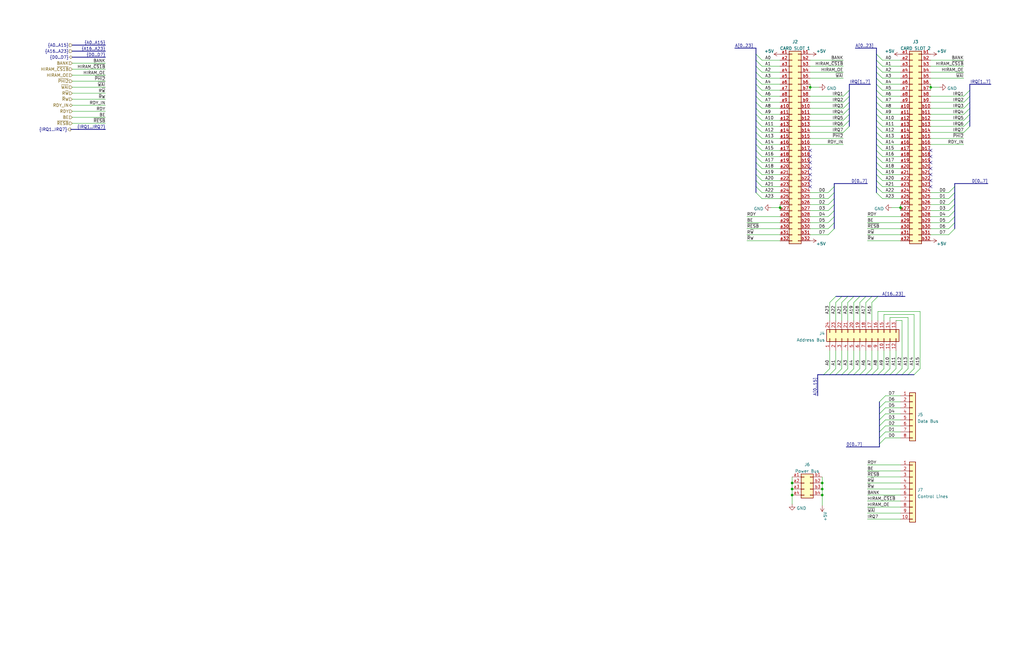
<source format=kicad_sch>
(kicad_sch (version 20211123) (generator eeschema)

  (uuid 93000c3f-5ed3-49ef-bfd4-3a27fe382831)

  (paper "USLedger")

  (title_block
    (title "Expansion Ports and Test Points")
    (date "2022-02-09")
    (rev "0.0")
    (comment 2 "Licensed under CERN-OHL-W v2")
    (comment 3 "https://github.com/Chef-Tom/NS65816")
    (comment 4 "Thomas Mottl")
  )

  (lib_symbols
    (symbol "Connector:DIN41612_02x32_AB" (pin_names (offset 1.016) hide) (in_bom yes) (on_board yes)
      (property "Reference" "J" (id 0) (at 1.27 40.64 0)
        (effects (font (size 1.27 1.27)))
      )
      (property "Value" "DIN41612_02x32_AB" (id 1) (at 1.27 -43.18 0)
        (effects (font (size 1.27 1.27)))
      )
      (property "Footprint" "" (id 2) (at 0 0 0)
        (effects (font (size 1.27 1.27)) hide)
      )
      (property "Datasheet" "~" (id 3) (at 0 0 0)
        (effects (font (size 1.27 1.27)) hide)
      )
      (property "ki_keywords" "connector" (id 4) (at 0 0 0)
        (effects (font (size 1.27 1.27)) hide)
      )
      (property "ki_description" "DIN41612 connector, double row (AB), 02x32, script generated (kicad-library-utils/schlib/autogen/connector/)" (id 5) (at 0 0 0)
        (effects (font (size 1.27 1.27)) hide)
      )
      (property "ki_fp_filters" "DIN41612*2x*" (id 6) (at 0 0 0)
        (effects (font (size 1.27 1.27)) hide)
      )
      (symbol "DIN41612_02x32_AB_1_1"
        (rectangle (start -1.27 -40.513) (end 0 -40.767)
          (stroke (width 0.1524) (type default) (color 0 0 0 0))
          (fill (type none))
        )
        (rectangle (start -1.27 -37.973) (end 0 -38.227)
          (stroke (width 0.1524) (type default) (color 0 0 0 0))
          (fill (type none))
        )
        (rectangle (start -1.27 -35.433) (end 0 -35.687)
          (stroke (width 0.1524) (type default) (color 0 0 0 0))
          (fill (type none))
        )
        (rectangle (start -1.27 -32.893) (end 0 -33.147)
          (stroke (width 0.1524) (type default) (color 0 0 0 0))
          (fill (type none))
        )
        (rectangle (start -1.27 -30.353) (end 0 -30.607)
          (stroke (width 0.1524) (type default) (color 0 0 0 0))
          (fill (type none))
        )
        (rectangle (start -1.27 -27.813) (end 0 -28.067)
          (stroke (width 0.1524) (type default) (color 0 0 0 0))
          (fill (type none))
        )
        (rectangle (start -1.27 -25.273) (end 0 -25.527)
          (stroke (width 0.1524) (type default) (color 0 0 0 0))
          (fill (type none))
        )
        (rectangle (start -1.27 -22.733) (end 0 -22.987)
          (stroke (width 0.1524) (type default) (color 0 0 0 0))
          (fill (type none))
        )
        (rectangle (start -1.27 -20.193) (end 0 -20.447)
          (stroke (width 0.1524) (type default) (color 0 0 0 0))
          (fill (type none))
        )
        (rectangle (start -1.27 -17.653) (end 0 -17.907)
          (stroke (width 0.1524) (type default) (color 0 0 0 0))
          (fill (type none))
        )
        (rectangle (start -1.27 -15.113) (end 0 -15.367)
          (stroke (width 0.1524) (type default) (color 0 0 0 0))
          (fill (type none))
        )
        (rectangle (start -1.27 -12.573) (end 0 -12.827)
          (stroke (width 0.1524) (type default) (color 0 0 0 0))
          (fill (type none))
        )
        (rectangle (start -1.27 -10.033) (end 0 -10.287)
          (stroke (width 0.1524) (type default) (color 0 0 0 0))
          (fill (type none))
        )
        (rectangle (start -1.27 -7.493) (end 0 -7.747)
          (stroke (width 0.1524) (type default) (color 0 0 0 0))
          (fill (type none))
        )
        (rectangle (start -1.27 -4.953) (end 0 -5.207)
          (stroke (width 0.1524) (type default) (color 0 0 0 0))
          (fill (type none))
        )
        (rectangle (start -1.27 -2.413) (end 0 -2.667)
          (stroke (width 0.1524) (type default) (color 0 0 0 0))
          (fill (type none))
        )
        (rectangle (start -1.27 0.127) (end 0 -0.127)
          (stroke (width 0.1524) (type default) (color 0 0 0 0))
          (fill (type none))
        )
        (rectangle (start -1.27 2.667) (end 0 2.413)
          (stroke (width 0.1524) (type default) (color 0 0 0 0))
          (fill (type none))
        )
        (rectangle (start -1.27 5.207) (end 0 4.953)
          (stroke (width 0.1524) (type default) (color 0 0 0 0))
          (fill (type none))
        )
        (rectangle (start -1.27 7.747) (end 0 7.493)
          (stroke (width 0.1524) (type default) (color 0 0 0 0))
          (fill (type none))
        )
        (rectangle (start -1.27 10.287) (end 0 10.033)
          (stroke (width 0.1524) (type default) (color 0 0 0 0))
          (fill (type none))
        )
        (rectangle (start -1.27 12.827) (end 0 12.573)
          (stroke (width 0.1524) (type default) (color 0 0 0 0))
          (fill (type none))
        )
        (rectangle (start -1.27 15.367) (end 0 15.113)
          (stroke (width 0.1524) (type default) (color 0 0 0 0))
          (fill (type none))
        )
        (rectangle (start -1.27 17.907) (end 0 17.653)
          (stroke (width 0.1524) (type default) (color 0 0 0 0))
          (fill (type none))
        )
        (rectangle (start -1.27 20.447) (end 0 20.193)
          (stroke (width 0.1524) (type default) (color 0 0 0 0))
          (fill (type none))
        )
        (rectangle (start -1.27 22.987) (end 0 22.733)
          (stroke (width 0.1524) (type default) (color 0 0 0 0))
          (fill (type none))
        )
        (rectangle (start -1.27 25.527) (end 0 25.273)
          (stroke (width 0.1524) (type default) (color 0 0 0 0))
          (fill (type none))
        )
        (rectangle (start -1.27 28.067) (end 0 27.813)
          (stroke (width 0.1524) (type default) (color 0 0 0 0))
          (fill (type none))
        )
        (rectangle (start -1.27 30.607) (end 0 30.353)
          (stroke (width 0.1524) (type default) (color 0 0 0 0))
          (fill (type none))
        )
        (rectangle (start -1.27 33.147) (end 0 32.893)
          (stroke (width 0.1524) (type default) (color 0 0 0 0))
          (fill (type none))
        )
        (rectangle (start -1.27 35.687) (end 0 35.433)
          (stroke (width 0.1524) (type default) (color 0 0 0 0))
          (fill (type none))
        )
        (rectangle (start -1.27 38.227) (end 0 37.973)
          (stroke (width 0.1524) (type default) (color 0 0 0 0))
          (fill (type none))
        )
        (rectangle (start -1.27 39.37) (end 3.81 -41.91)
          (stroke (width 0.254) (type default) (color 0 0 0 0))
          (fill (type background))
        )
        (rectangle (start 3.81 -40.513) (end 2.54 -40.767)
          (stroke (width 0.1524) (type default) (color 0 0 0 0))
          (fill (type none))
        )
        (rectangle (start 3.81 -37.973) (end 2.54 -38.227)
          (stroke (width 0.1524) (type default) (color 0 0 0 0))
          (fill (type none))
        )
        (rectangle (start 3.81 -35.433) (end 2.54 -35.687)
          (stroke (width 0.1524) (type default) (color 0 0 0 0))
          (fill (type none))
        )
        (rectangle (start 3.81 -32.893) (end 2.54 -33.147)
          (stroke (width 0.1524) (type default) (color 0 0 0 0))
          (fill (type none))
        )
        (rectangle (start 3.81 -30.353) (end 2.54 -30.607)
          (stroke (width 0.1524) (type default) (color 0 0 0 0))
          (fill (type none))
        )
        (rectangle (start 3.81 -27.813) (end 2.54 -28.067)
          (stroke (width 0.1524) (type default) (color 0 0 0 0))
          (fill (type none))
        )
        (rectangle (start 3.81 -25.273) (end 2.54 -25.527)
          (stroke (width 0.1524) (type default) (color 0 0 0 0))
          (fill (type none))
        )
        (rectangle (start 3.81 -22.733) (end 2.54 -22.987)
          (stroke (width 0.1524) (type default) (color 0 0 0 0))
          (fill (type none))
        )
        (rectangle (start 3.81 -20.193) (end 2.54 -20.447)
          (stroke (width 0.1524) (type default) (color 0 0 0 0))
          (fill (type none))
        )
        (rectangle (start 3.81 -17.653) (end 2.54 -17.907)
          (stroke (width 0.1524) (type default) (color 0 0 0 0))
          (fill (type none))
        )
        (rectangle (start 3.81 -15.113) (end 2.54 -15.367)
          (stroke (width 0.1524) (type default) (color 0 0 0 0))
          (fill (type none))
        )
        (rectangle (start 3.81 -12.573) (end 2.54 -12.827)
          (stroke (width 0.1524) (type default) (color 0 0 0 0))
          (fill (type none))
        )
        (rectangle (start 3.81 -10.033) (end 2.54 -10.287)
          (stroke (width 0.1524) (type default) (color 0 0 0 0))
          (fill (type none))
        )
        (rectangle (start 3.81 -7.493) (end 2.54 -7.747)
          (stroke (width 0.1524) (type default) (color 0 0 0 0))
          (fill (type none))
        )
        (rectangle (start 3.81 -4.953) (end 2.54 -5.207)
          (stroke (width 0.1524) (type default) (color 0 0 0 0))
          (fill (type none))
        )
        (rectangle (start 3.81 -2.413) (end 2.54 -2.667)
          (stroke (width 0.1524) (type default) (color 0 0 0 0))
          (fill (type none))
        )
        (rectangle (start 3.81 0.127) (end 2.54 -0.127)
          (stroke (width 0.1524) (type default) (color 0 0 0 0))
          (fill (type none))
        )
        (rectangle (start 3.81 2.667) (end 2.54 2.413)
          (stroke (width 0.1524) (type default) (color 0 0 0 0))
          (fill (type none))
        )
        (rectangle (start 3.81 5.207) (end 2.54 4.953)
          (stroke (width 0.1524) (type default) (color 0 0 0 0))
          (fill (type none))
        )
        (rectangle (start 3.81 7.747) (end 2.54 7.493)
          (stroke (width 0.1524) (type default) (color 0 0 0 0))
          (fill (type none))
        )
        (rectangle (start 3.81 10.287) (end 2.54 10.033)
          (stroke (width 0.1524) (type default) (color 0 0 0 0))
          (fill (type none))
        )
        (rectangle (start 3.81 12.827) (end 2.54 12.573)
          (stroke (width 0.1524) (type default) (color 0 0 0 0))
          (fill (type none))
        )
        (rectangle (start 3.81 15.367) (end 2.54 15.113)
          (stroke (width 0.1524) (type default) (color 0 0 0 0))
          (fill (type none))
        )
        (rectangle (start 3.81 17.907) (end 2.54 17.653)
          (stroke (width 0.1524) (type default) (color 0 0 0 0))
          (fill (type none))
        )
        (rectangle (start 3.81 20.447) (end 2.54 20.193)
          (stroke (width 0.1524) (type default) (color 0 0 0 0))
          (fill (type none))
        )
        (rectangle (start 3.81 22.987) (end 2.54 22.733)
          (stroke (width 0.1524) (type default) (color 0 0 0 0))
          (fill (type none))
        )
        (rectangle (start 3.81 25.527) (end 2.54 25.273)
          (stroke (width 0.1524) (type default) (color 0 0 0 0))
          (fill (type none))
        )
        (rectangle (start 3.81 28.067) (end 2.54 27.813)
          (stroke (width 0.1524) (type default) (color 0 0 0 0))
          (fill (type none))
        )
        (rectangle (start 3.81 30.607) (end 2.54 30.353)
          (stroke (width 0.1524) (type default) (color 0 0 0 0))
          (fill (type none))
        )
        (rectangle (start 3.81 33.147) (end 2.54 32.893)
          (stroke (width 0.1524) (type default) (color 0 0 0 0))
          (fill (type none))
        )
        (rectangle (start 3.81 35.687) (end 2.54 35.433)
          (stroke (width 0.1524) (type default) (color 0 0 0 0))
          (fill (type none))
        )
        (rectangle (start 3.81 38.227) (end 2.54 37.973)
          (stroke (width 0.1524) (type default) (color 0 0 0 0))
          (fill (type none))
        )
        (pin passive line (at -5.08 38.1 0) (length 3.81)
          (name "Pin_a1" (effects (font (size 1.27 1.27))))
          (number "a1" (effects (font (size 1.27 1.27))))
        )
        (pin passive line (at -5.08 15.24 0) (length 3.81)
          (name "Pin_a10" (effects (font (size 1.27 1.27))))
          (number "a10" (effects (font (size 1.27 1.27))))
        )
        (pin passive line (at -5.08 12.7 0) (length 3.81)
          (name "Pin_a11" (effects (font (size 1.27 1.27))))
          (number "a11" (effects (font (size 1.27 1.27))))
        )
        (pin passive line (at -5.08 10.16 0) (length 3.81)
          (name "Pin_a12" (effects (font (size 1.27 1.27))))
          (number "a12" (effects (font (size 1.27 1.27))))
        )
        (pin passive line (at -5.08 7.62 0) (length 3.81)
          (name "Pin_a13" (effects (font (size 1.27 1.27))))
          (number "a13" (effects (font (size 1.27 1.27))))
        )
        (pin passive line (at -5.08 5.08 0) (length 3.81)
          (name "Pin_a14" (effects (font (size 1.27 1.27))))
          (number "a14" (effects (font (size 1.27 1.27))))
        )
        (pin passive line (at -5.08 2.54 0) (length 3.81)
          (name "Pin_a15" (effects (font (size 1.27 1.27))))
          (number "a15" (effects (font (size 1.27 1.27))))
        )
        (pin passive line (at -5.08 0 0) (length 3.81)
          (name "Pin_a16" (effects (font (size 1.27 1.27))))
          (number "a16" (effects (font (size 1.27 1.27))))
        )
        (pin passive line (at -5.08 -2.54 0) (length 3.81)
          (name "Pin_a17" (effects (font (size 1.27 1.27))))
          (number "a17" (effects (font (size 1.27 1.27))))
        )
        (pin passive line (at -5.08 -5.08 0) (length 3.81)
          (name "Pin_a18" (effects (font (size 1.27 1.27))))
          (number "a18" (effects (font (size 1.27 1.27))))
        )
        (pin passive line (at -5.08 -7.62 0) (length 3.81)
          (name "Pin_a19" (effects (font (size 1.27 1.27))))
          (number "a19" (effects (font (size 1.27 1.27))))
        )
        (pin passive line (at -5.08 35.56 0) (length 3.81)
          (name "Pin_a2" (effects (font (size 1.27 1.27))))
          (number "a2" (effects (font (size 1.27 1.27))))
        )
        (pin passive line (at -5.08 -10.16 0) (length 3.81)
          (name "Pin_a20" (effects (font (size 1.27 1.27))))
          (number "a20" (effects (font (size 1.27 1.27))))
        )
        (pin passive line (at -5.08 -12.7 0) (length 3.81)
          (name "Pin_a21" (effects (font (size 1.27 1.27))))
          (number "a21" (effects (font (size 1.27 1.27))))
        )
        (pin passive line (at -5.08 -15.24 0) (length 3.81)
          (name "Pin_a22" (effects (font (size 1.27 1.27))))
          (number "a22" (effects (font (size 1.27 1.27))))
        )
        (pin passive line (at -5.08 -17.78 0) (length 3.81)
          (name "Pin_a23" (effects (font (size 1.27 1.27))))
          (number "a23" (effects (font (size 1.27 1.27))))
        )
        (pin passive line (at -5.08 -20.32 0) (length 3.81)
          (name "Pin_a24" (effects (font (size 1.27 1.27))))
          (number "a24" (effects (font (size 1.27 1.27))))
        )
        (pin passive line (at -5.08 -22.86 0) (length 3.81)
          (name "Pin_a25" (effects (font (size 1.27 1.27))))
          (number "a25" (effects (font (size 1.27 1.27))))
        )
        (pin passive line (at -5.08 -25.4 0) (length 3.81)
          (name "Pin_a26" (effects (font (size 1.27 1.27))))
          (number "a26" (effects (font (size 1.27 1.27))))
        )
        (pin passive line (at -5.08 -27.94 0) (length 3.81)
          (name "Pin_a27" (effects (font (size 1.27 1.27))))
          (number "a27" (effects (font (size 1.27 1.27))))
        )
        (pin passive line (at -5.08 -30.48 0) (length 3.81)
          (name "Pin_a28" (effects (font (size 1.27 1.27))))
          (number "a28" (effects (font (size 1.27 1.27))))
        )
        (pin passive line (at -5.08 -33.02 0) (length 3.81)
          (name "Pin_a29" (effects (font (size 1.27 1.27))))
          (number "a29" (effects (font (size 1.27 1.27))))
        )
        (pin passive line (at -5.08 33.02 0) (length 3.81)
          (name "Pin_a3" (effects (font (size 1.27 1.27))))
          (number "a3" (effects (font (size 1.27 1.27))))
        )
        (pin passive line (at -5.08 -35.56 0) (length 3.81)
          (name "Pin_a30" (effects (font (size 1.27 1.27))))
          (number "a30" (effects (font (size 1.27 1.27))))
        )
        (pin passive line (at -5.08 -38.1 0) (length 3.81)
          (name "Pin_a31" (effects (font (size 1.27 1.27))))
          (number "a31" (effects (font (size 1.27 1.27))))
        )
        (pin passive line (at -5.08 -40.64 0) (length 3.81)
          (name "Pin_a32" (effects (font (size 1.27 1.27))))
          (number "a32" (effects (font (size 1.27 1.27))))
        )
        (pin passive line (at -5.08 30.48 0) (length 3.81)
          (name "Pin_a4" (effects (font (size 1.27 1.27))))
          (number "a4" (effects (font (size 1.27 1.27))))
        )
        (pin passive line (at -5.08 27.94 0) (length 3.81)
          (name "Pin_a5" (effects (font (size 1.27 1.27))))
          (number "a5" (effects (font (size 1.27 1.27))))
        )
        (pin passive line (at -5.08 25.4 0) (length 3.81)
          (name "Pin_a6" (effects (font (size 1.27 1.27))))
          (number "a6" (effects (font (size 1.27 1.27))))
        )
        (pin passive line (at -5.08 22.86 0) (length 3.81)
          (name "Pin_a7" (effects (font (size 1.27 1.27))))
          (number "a7" (effects (font (size 1.27 1.27))))
        )
        (pin passive line (at -5.08 20.32 0) (length 3.81)
          (name "Pin_a8" (effects (font (size 1.27 1.27))))
          (number "a8" (effects (font (size 1.27 1.27))))
        )
        (pin passive line (at -5.08 17.78 0) (length 3.81)
          (name "Pin_a9" (effects (font (size 1.27 1.27))))
          (number "a9" (effects (font (size 1.27 1.27))))
        )
        (pin passive line (at 7.62 38.1 180) (length 3.81)
          (name "Pin_b1" (effects (font (size 1.27 1.27))))
          (number "b1" (effects (font (size 1.27 1.27))))
        )
        (pin passive line (at 7.62 15.24 180) (length 3.81)
          (name "Pin_b10" (effects (font (size 1.27 1.27))))
          (number "b10" (effects (font (size 1.27 1.27))))
        )
        (pin passive line (at 7.62 12.7 180) (length 3.81)
          (name "Pin_b11" (effects (font (size 1.27 1.27))))
          (number "b11" (effects (font (size 1.27 1.27))))
        )
        (pin passive line (at 7.62 10.16 180) (length 3.81)
          (name "Pin_b12" (effects (font (size 1.27 1.27))))
          (number "b12" (effects (font (size 1.27 1.27))))
        )
        (pin passive line (at 7.62 7.62 180) (length 3.81)
          (name "Pin_b13" (effects (font (size 1.27 1.27))))
          (number "b13" (effects (font (size 1.27 1.27))))
        )
        (pin passive line (at 7.62 5.08 180) (length 3.81)
          (name "Pin_b14" (effects (font (size 1.27 1.27))))
          (number "b14" (effects (font (size 1.27 1.27))))
        )
        (pin passive line (at 7.62 2.54 180) (length 3.81)
          (name "Pin_b15" (effects (font (size 1.27 1.27))))
          (number "b15" (effects (font (size 1.27 1.27))))
        )
        (pin passive line (at 7.62 0 180) (length 3.81)
          (name "Pin_b16" (effects (font (size 1.27 1.27))))
          (number "b16" (effects (font (size 1.27 1.27))))
        )
        (pin passive line (at 7.62 -2.54 180) (length 3.81)
          (name "Pin_b17" (effects (font (size 1.27 1.27))))
          (number "b17" (effects (font (size 1.27 1.27))))
        )
        (pin passive line (at 7.62 -5.08 180) (length 3.81)
          (name "Pin_b18" (effects (font (size 1.27 1.27))))
          (number "b18" (effects (font (size 1.27 1.27))))
        )
        (pin passive line (at 7.62 -7.62 180) (length 3.81)
          (name "Pin_b19" (effects (font (size 1.27 1.27))))
          (number "b19" (effects (font (size 1.27 1.27))))
        )
        (pin passive line (at 7.62 35.56 180) (length 3.81)
          (name "Pin_b2" (effects (font (size 1.27 1.27))))
          (number "b2" (effects (font (size 1.27 1.27))))
        )
        (pin passive line (at 7.62 -10.16 180) (length 3.81)
          (name "Pin_b20" (effects (font (size 1.27 1.27))))
          (number "b20" (effects (font (size 1.27 1.27))))
        )
        (pin passive line (at 7.62 -12.7 180) (length 3.81)
          (name "Pin_b21" (effects (font (size 1.27 1.27))))
          (number "b21" (effects (font (size 1.27 1.27))))
        )
        (pin passive line (at 7.62 -15.24 180) (length 3.81)
          (name "Pin_b22" (effects (font (size 1.27 1.27))))
          (number "b22" (effects (font (size 1.27 1.27))))
        )
        (pin passive line (at 7.62 -17.78 180) (length 3.81)
          (name "Pin_b23" (effects (font (size 1.27 1.27))))
          (number "b23" (effects (font (size 1.27 1.27))))
        )
        (pin passive line (at 7.62 -20.32 180) (length 3.81)
          (name "Pin_b24" (effects (font (size 1.27 1.27))))
          (number "b24" (effects (font (size 1.27 1.27))))
        )
        (pin passive line (at 7.62 -22.86 180) (length 3.81)
          (name "Pin_b25" (effects (font (size 1.27 1.27))))
          (number "b25" (effects (font (size 1.27 1.27))))
        )
        (pin passive line (at 7.62 -25.4 180) (length 3.81)
          (name "Pin_b26" (effects (font (size 1.27 1.27))))
          (number "b26" (effects (font (size 1.27 1.27))))
        )
        (pin passive line (at 7.62 -27.94 180) (length 3.81)
          (name "Pin_b27" (effects (font (size 1.27 1.27))))
          (number "b27" (effects (font (size 1.27 1.27))))
        )
        (pin passive line (at 7.62 -30.48 180) (length 3.81)
          (name "Pin_b28" (effects (font (size 1.27 1.27))))
          (number "b28" (effects (font (size 1.27 1.27))))
        )
        (pin passive line (at 7.62 -33.02 180) (length 3.81)
          (name "Pin_b29" (effects (font (size 1.27 1.27))))
          (number "b29" (effects (font (size 1.27 1.27))))
        )
        (pin passive line (at 7.62 33.02 180) (length 3.81)
          (name "Pin_b3" (effects (font (size 1.27 1.27))))
          (number "b3" (effects (font (size 1.27 1.27))))
        )
        (pin passive line (at 7.62 -35.56 180) (length 3.81)
          (name "Pin_b30" (effects (font (size 1.27 1.27))))
          (number "b30" (effects (font (size 1.27 1.27))))
        )
        (pin passive line (at 7.62 -38.1 180) (length 3.81)
          (name "Pin_b31" (effects (font (size 1.27 1.27))))
          (number "b31" (effects (font (size 1.27 1.27))))
        )
        (pin passive line (at 7.62 -40.64 180) (length 3.81)
          (name "Pin_b32" (effects (font (size 1.27 1.27))))
          (number "b32" (effects (font (size 1.27 1.27))))
        )
        (pin passive line (at 7.62 30.48 180) (length 3.81)
          (name "Pin_b4" (effects (font (size 1.27 1.27))))
          (number "b4" (effects (font (size 1.27 1.27))))
        )
        (pin passive line (at 7.62 27.94 180) (length 3.81)
          (name "Pin_b5" (effects (font (size 1.27 1.27))))
          (number "b5" (effects (font (size 1.27 1.27))))
        )
        (pin passive line (at 7.62 25.4 180) (length 3.81)
          (name "Pin_b6" (effects (font (size 1.27 1.27))))
          (number "b6" (effects (font (size 1.27 1.27))))
        )
        (pin passive line (at 7.62 22.86 180) (length 3.81)
          (name "Pin_b7" (effects (font (size 1.27 1.27))))
          (number "b7" (effects (font (size 1.27 1.27))))
        )
        (pin passive line (at 7.62 20.32 180) (length 3.81)
          (name "Pin_b8" (effects (font (size 1.27 1.27))))
          (number "b8" (effects (font (size 1.27 1.27))))
        )
        (pin passive line (at 7.62 17.78 180) (length 3.81)
          (name "Pin_b9" (effects (font (size 1.27 1.27))))
          (number "b9" (effects (font (size 1.27 1.27))))
        )
      )
    )
    (symbol "Connector_Generic:Conn_01x08" (pin_names (offset 1.016) hide) (in_bom yes) (on_board yes)
      (property "Reference" "J" (id 0) (at 0 10.16 0)
        (effects (font (size 1.27 1.27)))
      )
      (property "Value" "Conn_01x08" (id 1) (at 0 -12.7 0)
        (effects (font (size 1.27 1.27)))
      )
      (property "Footprint" "" (id 2) (at 0 0 0)
        (effects (font (size 1.27 1.27)) hide)
      )
      (property "Datasheet" "~" (id 3) (at 0 0 0)
        (effects (font (size 1.27 1.27)) hide)
      )
      (property "ki_keywords" "connector" (id 4) (at 0 0 0)
        (effects (font (size 1.27 1.27)) hide)
      )
      (property "ki_description" "Generic connector, single row, 01x08, script generated (kicad-library-utils/schlib/autogen/connector/)" (id 5) (at 0 0 0)
        (effects (font (size 1.27 1.27)) hide)
      )
      (property "ki_fp_filters" "Connector*:*_1x??_*" (id 6) (at 0 0 0)
        (effects (font (size 1.27 1.27)) hide)
      )
      (symbol "Conn_01x08_1_1"
        (rectangle (start -1.27 -10.033) (end 0 -10.287)
          (stroke (width 0.1524) (type default) (color 0 0 0 0))
          (fill (type none))
        )
        (rectangle (start -1.27 -7.493) (end 0 -7.747)
          (stroke (width 0.1524) (type default) (color 0 0 0 0))
          (fill (type none))
        )
        (rectangle (start -1.27 -4.953) (end 0 -5.207)
          (stroke (width 0.1524) (type default) (color 0 0 0 0))
          (fill (type none))
        )
        (rectangle (start -1.27 -2.413) (end 0 -2.667)
          (stroke (width 0.1524) (type default) (color 0 0 0 0))
          (fill (type none))
        )
        (rectangle (start -1.27 0.127) (end 0 -0.127)
          (stroke (width 0.1524) (type default) (color 0 0 0 0))
          (fill (type none))
        )
        (rectangle (start -1.27 2.667) (end 0 2.413)
          (stroke (width 0.1524) (type default) (color 0 0 0 0))
          (fill (type none))
        )
        (rectangle (start -1.27 5.207) (end 0 4.953)
          (stroke (width 0.1524) (type default) (color 0 0 0 0))
          (fill (type none))
        )
        (rectangle (start -1.27 7.747) (end 0 7.493)
          (stroke (width 0.1524) (type default) (color 0 0 0 0))
          (fill (type none))
        )
        (rectangle (start -1.27 8.89) (end 1.27 -11.43)
          (stroke (width 0.254) (type default) (color 0 0 0 0))
          (fill (type background))
        )
        (pin passive line (at -5.08 7.62 0) (length 3.81)
          (name "Pin_1" (effects (font (size 1.27 1.27))))
          (number "1" (effects (font (size 1.27 1.27))))
        )
        (pin passive line (at -5.08 5.08 0) (length 3.81)
          (name "Pin_2" (effects (font (size 1.27 1.27))))
          (number "2" (effects (font (size 1.27 1.27))))
        )
        (pin passive line (at -5.08 2.54 0) (length 3.81)
          (name "Pin_3" (effects (font (size 1.27 1.27))))
          (number "3" (effects (font (size 1.27 1.27))))
        )
        (pin passive line (at -5.08 0 0) (length 3.81)
          (name "Pin_4" (effects (font (size 1.27 1.27))))
          (number "4" (effects (font (size 1.27 1.27))))
        )
        (pin passive line (at -5.08 -2.54 0) (length 3.81)
          (name "Pin_5" (effects (font (size 1.27 1.27))))
          (number "5" (effects (font (size 1.27 1.27))))
        )
        (pin passive line (at -5.08 -5.08 0) (length 3.81)
          (name "Pin_6" (effects (font (size 1.27 1.27))))
          (number "6" (effects (font (size 1.27 1.27))))
        )
        (pin passive line (at -5.08 -7.62 0) (length 3.81)
          (name "Pin_7" (effects (font (size 1.27 1.27))))
          (number "7" (effects (font (size 1.27 1.27))))
        )
        (pin passive line (at -5.08 -10.16 0) (length 3.81)
          (name "Pin_8" (effects (font (size 1.27 1.27))))
          (number "8" (effects (font (size 1.27 1.27))))
        )
      )
    )
    (symbol "Connector_Generic:Conn_01x10" (pin_names (offset 1.016) hide) (in_bom yes) (on_board yes)
      (property "Reference" "J" (id 0) (at 0 12.7 0)
        (effects (font (size 1.27 1.27)))
      )
      (property "Value" "Conn_01x10" (id 1) (at 0 -15.24 0)
        (effects (font (size 1.27 1.27)))
      )
      (property "Footprint" "" (id 2) (at 0 0 0)
        (effects (font (size 1.27 1.27)) hide)
      )
      (property "Datasheet" "~" (id 3) (at 0 0 0)
        (effects (font (size 1.27 1.27)) hide)
      )
      (property "ki_keywords" "connector" (id 4) (at 0 0 0)
        (effects (font (size 1.27 1.27)) hide)
      )
      (property "ki_description" "Generic connector, single row, 01x10, script generated (kicad-library-utils/schlib/autogen/connector/)" (id 5) (at 0 0 0)
        (effects (font (size 1.27 1.27)) hide)
      )
      (property "ki_fp_filters" "Connector*:*_1x??_*" (id 6) (at 0 0 0)
        (effects (font (size 1.27 1.27)) hide)
      )
      (symbol "Conn_01x10_1_1"
        (rectangle (start -1.27 -12.573) (end 0 -12.827)
          (stroke (width 0.1524) (type default) (color 0 0 0 0))
          (fill (type none))
        )
        (rectangle (start -1.27 -10.033) (end 0 -10.287)
          (stroke (width 0.1524) (type default) (color 0 0 0 0))
          (fill (type none))
        )
        (rectangle (start -1.27 -7.493) (end 0 -7.747)
          (stroke (width 0.1524) (type default) (color 0 0 0 0))
          (fill (type none))
        )
        (rectangle (start -1.27 -4.953) (end 0 -5.207)
          (stroke (width 0.1524) (type default) (color 0 0 0 0))
          (fill (type none))
        )
        (rectangle (start -1.27 -2.413) (end 0 -2.667)
          (stroke (width 0.1524) (type default) (color 0 0 0 0))
          (fill (type none))
        )
        (rectangle (start -1.27 0.127) (end 0 -0.127)
          (stroke (width 0.1524) (type default) (color 0 0 0 0))
          (fill (type none))
        )
        (rectangle (start -1.27 2.667) (end 0 2.413)
          (stroke (width 0.1524) (type default) (color 0 0 0 0))
          (fill (type none))
        )
        (rectangle (start -1.27 5.207) (end 0 4.953)
          (stroke (width 0.1524) (type default) (color 0 0 0 0))
          (fill (type none))
        )
        (rectangle (start -1.27 7.747) (end 0 7.493)
          (stroke (width 0.1524) (type default) (color 0 0 0 0))
          (fill (type none))
        )
        (rectangle (start -1.27 10.287) (end 0 10.033)
          (stroke (width 0.1524) (type default) (color 0 0 0 0))
          (fill (type none))
        )
        (rectangle (start -1.27 11.43) (end 1.27 -13.97)
          (stroke (width 0.254) (type default) (color 0 0 0 0))
          (fill (type background))
        )
        (pin passive line (at -5.08 10.16 0) (length 3.81)
          (name "Pin_1" (effects (font (size 1.27 1.27))))
          (number "1" (effects (font (size 1.27 1.27))))
        )
        (pin passive line (at -5.08 -12.7 0) (length 3.81)
          (name "Pin_10" (effects (font (size 1.27 1.27))))
          (number "10" (effects (font (size 1.27 1.27))))
        )
        (pin passive line (at -5.08 7.62 0) (length 3.81)
          (name "Pin_2" (effects (font (size 1.27 1.27))))
          (number "2" (effects (font (size 1.27 1.27))))
        )
        (pin passive line (at -5.08 5.08 0) (length 3.81)
          (name "Pin_3" (effects (font (size 1.27 1.27))))
          (number "3" (effects (font (size 1.27 1.27))))
        )
        (pin passive line (at -5.08 2.54 0) (length 3.81)
          (name "Pin_4" (effects (font (size 1.27 1.27))))
          (number "4" (effects (font (size 1.27 1.27))))
        )
        (pin passive line (at -5.08 0 0) (length 3.81)
          (name "Pin_5" (effects (font (size 1.27 1.27))))
          (number "5" (effects (font (size 1.27 1.27))))
        )
        (pin passive line (at -5.08 -2.54 0) (length 3.81)
          (name "Pin_6" (effects (font (size 1.27 1.27))))
          (number "6" (effects (font (size 1.27 1.27))))
        )
        (pin passive line (at -5.08 -5.08 0) (length 3.81)
          (name "Pin_7" (effects (font (size 1.27 1.27))))
          (number "7" (effects (font (size 1.27 1.27))))
        )
        (pin passive line (at -5.08 -7.62 0) (length 3.81)
          (name "Pin_8" (effects (font (size 1.27 1.27))))
          (number "8" (effects (font (size 1.27 1.27))))
        )
        (pin passive line (at -5.08 -10.16 0) (length 3.81)
          (name "Pin_9" (effects (font (size 1.27 1.27))))
          (number "9" (effects (font (size 1.27 1.27))))
        )
      )
    )
    (symbol "Connector_Generic:Conn_02x04_Row_Letter_First" (pin_names (offset 1.016) hide) (in_bom yes) (on_board yes)
      (property "Reference" "J" (id 0) (at 1.27 5.08 0)
        (effects (font (size 1.27 1.27)))
      )
      (property "Value" "Conn_02x04_Row_Letter_First" (id 1) (at 1.27 -7.62 0)
        (effects (font (size 1.27 1.27)))
      )
      (property "Footprint" "" (id 2) (at 0 0 0)
        (effects (font (size 1.27 1.27)) hide)
      )
      (property "Datasheet" "~" (id 3) (at 0 0 0)
        (effects (font (size 1.27 1.27)) hide)
      )
      (property "ki_keywords" "connector" (id 4) (at 0 0 0)
        (effects (font (size 1.27 1.27)) hide)
      )
      (property "ki_description" "Generic connector, double row, 02x04, row letter first pin numbering scheme (pin number consists of a letter for the row and a number for the pin index in this row. a1, ..., aN; b1, ..., bN), script generated (kicad-library-utils/schlib/autogen/connector/)" (id 5) (at 0 0 0)
        (effects (font (size 1.27 1.27)) hide)
      )
      (property "ki_fp_filters" "Connector*:*_2x??_*" (id 6) (at 0 0 0)
        (effects (font (size 1.27 1.27)) hide)
      )
      (symbol "Conn_02x04_Row_Letter_First_1_1"
        (rectangle (start -1.27 -4.953) (end 0 -5.207)
          (stroke (width 0.1524) (type default) (color 0 0 0 0))
          (fill (type none))
        )
        (rectangle (start -1.27 -2.413) (end 0 -2.667)
          (stroke (width 0.1524) (type default) (color 0 0 0 0))
          (fill (type none))
        )
        (rectangle (start -1.27 0.127) (end 0 -0.127)
          (stroke (width 0.1524) (type default) (color 0 0 0 0))
          (fill (type none))
        )
        (rectangle (start -1.27 2.667) (end 0 2.413)
          (stroke (width 0.1524) (type default) (color 0 0 0 0))
          (fill (type none))
        )
        (rectangle (start -1.27 3.81) (end 3.81 -6.35)
          (stroke (width 0.254) (type default) (color 0 0 0 0))
          (fill (type background))
        )
        (rectangle (start 3.81 -4.953) (end 2.54 -5.207)
          (stroke (width 0.1524) (type default) (color 0 0 0 0))
          (fill (type none))
        )
        (rectangle (start 3.81 -2.413) (end 2.54 -2.667)
          (stroke (width 0.1524) (type default) (color 0 0 0 0))
          (fill (type none))
        )
        (rectangle (start 3.81 0.127) (end 2.54 -0.127)
          (stroke (width 0.1524) (type default) (color 0 0 0 0))
          (fill (type none))
        )
        (rectangle (start 3.81 2.667) (end 2.54 2.413)
          (stroke (width 0.1524) (type default) (color 0 0 0 0))
          (fill (type none))
        )
        (pin passive line (at -5.08 2.54 0) (length 3.81)
          (name "Pin_a1" (effects (font (size 1.27 1.27))))
          (number "a1" (effects (font (size 1.27 1.27))))
        )
        (pin passive line (at -5.08 0 0) (length 3.81)
          (name "Pin_a2" (effects (font (size 1.27 1.27))))
          (number "a2" (effects (font (size 1.27 1.27))))
        )
        (pin passive line (at -5.08 -2.54 0) (length 3.81)
          (name "Pin_a3" (effects (font (size 1.27 1.27))))
          (number "a3" (effects (font (size 1.27 1.27))))
        )
        (pin passive line (at -5.08 -5.08 0) (length 3.81)
          (name "Pin_a4" (effects (font (size 1.27 1.27))))
          (number "a4" (effects (font (size 1.27 1.27))))
        )
        (pin passive line (at 7.62 2.54 180) (length 3.81)
          (name "Pin_b1" (effects (font (size 1.27 1.27))))
          (number "b1" (effects (font (size 1.27 1.27))))
        )
        (pin passive line (at 7.62 0 180) (length 3.81)
          (name "Pin_b2" (effects (font (size 1.27 1.27))))
          (number "b2" (effects (font (size 1.27 1.27))))
        )
        (pin passive line (at 7.62 -2.54 180) (length 3.81)
          (name "Pin_b3" (effects (font (size 1.27 1.27))))
          (number "b3" (effects (font (size 1.27 1.27))))
        )
        (pin passive line (at 7.62 -5.08 180) (length 3.81)
          (name "Pin_b4" (effects (font (size 1.27 1.27))))
          (number "b4" (effects (font (size 1.27 1.27))))
        )
      )
    )
    (symbol "Connector_Generic:Conn_02x12_Counter_Clockwise" (pin_names (offset 1.016) hide) (in_bom yes) (on_board yes)
      (property "Reference" "J" (id 0) (at 1.27 15.24 0)
        (effects (font (size 1.27 1.27)))
      )
      (property "Value" "Conn_02x12_Counter_Clockwise" (id 1) (at 1.27 -17.78 0)
        (effects (font (size 1.27 1.27)))
      )
      (property "Footprint" "" (id 2) (at 0 0 0)
        (effects (font (size 1.27 1.27)) hide)
      )
      (property "Datasheet" "~" (id 3) (at 0 0 0)
        (effects (font (size 1.27 1.27)) hide)
      )
      (property "ki_keywords" "connector" (id 4) (at 0 0 0)
        (effects (font (size 1.27 1.27)) hide)
      )
      (property "ki_description" "Generic connector, double row, 02x12, counter clockwise pin numbering scheme (similar to DIP packge numbering), script generated (kicad-library-utils/schlib/autogen/connector/)" (id 5) (at 0 0 0)
        (effects (font (size 1.27 1.27)) hide)
      )
      (property "ki_fp_filters" "Connector*:*_2x??_*" (id 6) (at 0 0 0)
        (effects (font (size 1.27 1.27)) hide)
      )
      (symbol "Conn_02x12_Counter_Clockwise_1_1"
        (rectangle (start -1.27 -15.113) (end 0 -15.367)
          (stroke (width 0.1524) (type default) (color 0 0 0 0))
          (fill (type none))
        )
        (rectangle (start -1.27 -12.573) (end 0 -12.827)
          (stroke (width 0.1524) (type default) (color 0 0 0 0))
          (fill (type none))
        )
        (rectangle (start -1.27 -10.033) (end 0 -10.287)
          (stroke (width 0.1524) (type default) (color 0 0 0 0))
          (fill (type none))
        )
        (rectangle (start -1.27 -7.493) (end 0 -7.747)
          (stroke (width 0.1524) (type default) (color 0 0 0 0))
          (fill (type none))
        )
        (rectangle (start -1.27 -4.953) (end 0 -5.207)
          (stroke (width 0.1524) (type default) (color 0 0 0 0))
          (fill (type none))
        )
        (rectangle (start -1.27 -2.413) (end 0 -2.667)
          (stroke (width 0.1524) (type default) (color 0 0 0 0))
          (fill (type none))
        )
        (rectangle (start -1.27 0.127) (end 0 -0.127)
          (stroke (width 0.1524) (type default) (color 0 0 0 0))
          (fill (type none))
        )
        (rectangle (start -1.27 2.667) (end 0 2.413)
          (stroke (width 0.1524) (type default) (color 0 0 0 0))
          (fill (type none))
        )
        (rectangle (start -1.27 5.207) (end 0 4.953)
          (stroke (width 0.1524) (type default) (color 0 0 0 0))
          (fill (type none))
        )
        (rectangle (start -1.27 7.747) (end 0 7.493)
          (stroke (width 0.1524) (type default) (color 0 0 0 0))
          (fill (type none))
        )
        (rectangle (start -1.27 10.287) (end 0 10.033)
          (stroke (width 0.1524) (type default) (color 0 0 0 0))
          (fill (type none))
        )
        (rectangle (start -1.27 12.827) (end 0 12.573)
          (stroke (width 0.1524) (type default) (color 0 0 0 0))
          (fill (type none))
        )
        (rectangle (start -1.27 13.97) (end 3.81 -16.51)
          (stroke (width 0.254) (type default) (color 0 0 0 0))
          (fill (type background))
        )
        (rectangle (start 3.81 -15.113) (end 2.54 -15.367)
          (stroke (width 0.1524) (type default) (color 0 0 0 0))
          (fill (type none))
        )
        (rectangle (start 3.81 -12.573) (end 2.54 -12.827)
          (stroke (width 0.1524) (type default) (color 0 0 0 0))
          (fill (type none))
        )
        (rectangle (start 3.81 -10.033) (end 2.54 -10.287)
          (stroke (width 0.1524) (type default) (color 0 0 0 0))
          (fill (type none))
        )
        (rectangle (start 3.81 -7.493) (end 2.54 -7.747)
          (stroke (width 0.1524) (type default) (color 0 0 0 0))
          (fill (type none))
        )
        (rectangle (start 3.81 -4.953) (end 2.54 -5.207)
          (stroke (width 0.1524) (type default) (color 0 0 0 0))
          (fill (type none))
        )
        (rectangle (start 3.81 -2.413) (end 2.54 -2.667)
          (stroke (width 0.1524) (type default) (color 0 0 0 0))
          (fill (type none))
        )
        (rectangle (start 3.81 0.127) (end 2.54 -0.127)
          (stroke (width 0.1524) (type default) (color 0 0 0 0))
          (fill (type none))
        )
        (rectangle (start 3.81 2.667) (end 2.54 2.413)
          (stroke (width 0.1524) (type default) (color 0 0 0 0))
          (fill (type none))
        )
        (rectangle (start 3.81 5.207) (end 2.54 4.953)
          (stroke (width 0.1524) (type default) (color 0 0 0 0))
          (fill (type none))
        )
        (rectangle (start 3.81 7.747) (end 2.54 7.493)
          (stroke (width 0.1524) (type default) (color 0 0 0 0))
          (fill (type none))
        )
        (rectangle (start 3.81 10.287) (end 2.54 10.033)
          (stroke (width 0.1524) (type default) (color 0 0 0 0))
          (fill (type none))
        )
        (rectangle (start 3.81 12.827) (end 2.54 12.573)
          (stroke (width 0.1524) (type default) (color 0 0 0 0))
          (fill (type none))
        )
        (pin passive line (at -5.08 12.7 0) (length 3.81)
          (name "Pin_1" (effects (font (size 1.27 1.27))))
          (number "1" (effects (font (size 1.27 1.27))))
        )
        (pin passive line (at -5.08 -10.16 0) (length 3.81)
          (name "Pin_10" (effects (font (size 1.27 1.27))))
          (number "10" (effects (font (size 1.27 1.27))))
        )
        (pin passive line (at -5.08 -12.7 0) (length 3.81)
          (name "Pin_11" (effects (font (size 1.27 1.27))))
          (number "11" (effects (font (size 1.27 1.27))))
        )
        (pin passive line (at -5.08 -15.24 0) (length 3.81)
          (name "Pin_12" (effects (font (size 1.27 1.27))))
          (number "12" (effects (font (size 1.27 1.27))))
        )
        (pin passive line (at 7.62 -15.24 180) (length 3.81)
          (name "Pin_13" (effects (font (size 1.27 1.27))))
          (number "13" (effects (font (size 1.27 1.27))))
        )
        (pin passive line (at 7.62 -12.7 180) (length 3.81)
          (name "Pin_14" (effects (font (size 1.27 1.27))))
          (number "14" (effects (font (size 1.27 1.27))))
        )
        (pin passive line (at 7.62 -10.16 180) (length 3.81)
          (name "Pin_15" (effects (font (size 1.27 1.27))))
          (number "15" (effects (font (size 1.27 1.27))))
        )
        (pin passive line (at 7.62 -7.62 180) (length 3.81)
          (name "Pin_16" (effects (font (size 1.27 1.27))))
          (number "16" (effects (font (size 1.27 1.27))))
        )
        (pin passive line (at 7.62 -5.08 180) (length 3.81)
          (name "Pin_17" (effects (font (size 1.27 1.27))))
          (number "17" (effects (font (size 1.27 1.27))))
        )
        (pin passive line (at 7.62 -2.54 180) (length 3.81)
          (name "Pin_18" (effects (font (size 1.27 1.27))))
          (number "18" (effects (font (size 1.27 1.27))))
        )
        (pin passive line (at 7.62 0 180) (length 3.81)
          (name "Pin_19" (effects (font (size 1.27 1.27))))
          (number "19" (effects (font (size 1.27 1.27))))
        )
        (pin passive line (at -5.08 10.16 0) (length 3.81)
          (name "Pin_2" (effects (font (size 1.27 1.27))))
          (number "2" (effects (font (size 1.27 1.27))))
        )
        (pin passive line (at 7.62 2.54 180) (length 3.81)
          (name "Pin_20" (effects (font (size 1.27 1.27))))
          (number "20" (effects (font (size 1.27 1.27))))
        )
        (pin passive line (at 7.62 5.08 180) (length 3.81)
          (name "Pin_21" (effects (font (size 1.27 1.27))))
          (number "21" (effects (font (size 1.27 1.27))))
        )
        (pin passive line (at 7.62 7.62 180) (length 3.81)
          (name "Pin_22" (effects (font (size 1.27 1.27))))
          (number "22" (effects (font (size 1.27 1.27))))
        )
        (pin passive line (at 7.62 10.16 180) (length 3.81)
          (name "Pin_23" (effects (font (size 1.27 1.27))))
          (number "23" (effects (font (size 1.27 1.27))))
        )
        (pin passive line (at 7.62 12.7 180) (length 3.81)
          (name "Pin_24" (effects (font (size 1.27 1.27))))
          (number "24" (effects (font (size 1.27 1.27))))
        )
        (pin passive line (at -5.08 7.62 0) (length 3.81)
          (name "Pin_3" (effects (font (size 1.27 1.27))))
          (number "3" (effects (font (size 1.27 1.27))))
        )
        (pin passive line (at -5.08 5.08 0) (length 3.81)
          (name "Pin_4" (effects (font (size 1.27 1.27))))
          (number "4" (effects (font (size 1.27 1.27))))
        )
        (pin passive line (at -5.08 2.54 0) (length 3.81)
          (name "Pin_5" (effects (font (size 1.27 1.27))))
          (number "5" (effects (font (size 1.27 1.27))))
        )
        (pin passive line (at -5.08 0 0) (length 3.81)
          (name "Pin_6" (effects (font (size 1.27 1.27))))
          (number "6" (effects (font (size 1.27 1.27))))
        )
        (pin passive line (at -5.08 -2.54 0) (length 3.81)
          (name "Pin_7" (effects (font (size 1.27 1.27))))
          (number "7" (effects (font (size 1.27 1.27))))
        )
        (pin passive line (at -5.08 -5.08 0) (length 3.81)
          (name "Pin_8" (effects (font (size 1.27 1.27))))
          (number "8" (effects (font (size 1.27 1.27))))
        )
        (pin passive line (at -5.08 -7.62 0) (length 3.81)
          (name "Pin_9" (effects (font (size 1.27 1.27))))
          (number "9" (effects (font (size 1.27 1.27))))
        )
      )
    )
    (symbol "power:+5V" (power) (pin_names (offset 0)) (in_bom yes) (on_board yes)
      (property "Reference" "#PWR" (id 0) (at 0 -3.81 0)
        (effects (font (size 1.27 1.27)) hide)
      )
      (property "Value" "+5V" (id 1) (at 0 3.556 0)
        (effects (font (size 1.27 1.27)))
      )
      (property "Footprint" "" (id 2) (at 0 0 0)
        (effects (font (size 1.27 1.27)) hide)
      )
      (property "Datasheet" "" (id 3) (at 0 0 0)
        (effects (font (size 1.27 1.27)) hide)
      )
      (property "ki_keywords" "power-flag" (id 4) (at 0 0 0)
        (effects (font (size 1.27 1.27)) hide)
      )
      (property "ki_description" "Power symbol creates a global label with name \"+5V\"" (id 5) (at 0 0 0)
        (effects (font (size 1.27 1.27)) hide)
      )
      (symbol "+5V_0_1"
        (polyline
          (pts
            (xy -0.762 1.27)
            (xy 0 2.54)
          )
          (stroke (width 0) (type default) (color 0 0 0 0))
          (fill (type none))
        )
        (polyline
          (pts
            (xy 0 0)
            (xy 0 2.54)
          )
          (stroke (width 0) (type default) (color 0 0 0 0))
          (fill (type none))
        )
        (polyline
          (pts
            (xy 0 2.54)
            (xy 0.762 1.27)
          )
          (stroke (width 0) (type default) (color 0 0 0 0))
          (fill (type none))
        )
      )
      (symbol "+5V_1_1"
        (pin power_in line (at 0 0 90) (length 0) hide
          (name "+5V" (effects (font (size 1.27 1.27))))
          (number "1" (effects (font (size 1.27 1.27))))
        )
      )
    )
    (symbol "power:GND" (power) (pin_names (offset 0)) (in_bom yes) (on_board yes)
      (property "Reference" "#PWR" (id 0) (at 0 -6.35 0)
        (effects (font (size 1.27 1.27)) hide)
      )
      (property "Value" "GND" (id 1) (at 0 -3.81 0)
        (effects (font (size 1.27 1.27)))
      )
      (property "Footprint" "" (id 2) (at 0 0 0)
        (effects (font (size 1.27 1.27)) hide)
      )
      (property "Datasheet" "" (id 3) (at 0 0 0)
        (effects (font (size 1.27 1.27)) hide)
      )
      (property "ki_keywords" "power-flag" (id 4) (at 0 0 0)
        (effects (font (size 1.27 1.27)) hide)
      )
      (property "ki_description" "Power symbol creates a global label with name \"GND\" , ground" (id 5) (at 0 0 0)
        (effects (font (size 1.27 1.27)) hide)
      )
      (symbol "GND_0_1"
        (polyline
          (pts
            (xy 0 0)
            (xy 0 -1.27)
            (xy 1.27 -1.27)
            (xy 0 -2.54)
            (xy -1.27 -1.27)
            (xy 0 -1.27)
          )
          (stroke (width 0) (type default) (color 0 0 0 0))
          (fill (type none))
        )
      )
      (symbol "GND_1_1"
        (pin power_in line (at 0 0 270) (length 0) hide
          (name "GND" (effects (font (size 1.27 1.27))))
          (number "1" (effects (font (size 1.27 1.27))))
        )
      )
    )
  )

  (junction (at 328.93 87.63) (diameter 0) (color 0 0 0 0)
    (uuid 016ab298-c428-4faf-b731-3de5bde7957a)
  )
  (junction (at 334.01 206.375) (diameter 0) (color 0 0 0 0)
    (uuid 06c96ea1-e685-438d-b35a-51dfe73b3f7b)
  )
  (junction (at 334.01 203.835) (diameter 0) (color 0 0 0 0)
    (uuid 0f0f3fea-787b-4235-831f-54d739534a17)
  )
  (junction (at 346.71 208.915) (diameter 0) (color 0 0 0 0)
    (uuid 0f39df7c-afa8-45be-be73-3d3dcaee185d)
  )
  (junction (at 346.71 206.375) (diameter 0) (color 0 0 0 0)
    (uuid 3bec0316-da7f-40c3-88a3-978d3076e7e9)
  )
  (junction (at 346.71 203.835) (diameter 0) (color 0 0 0 0)
    (uuid 8ac99a0c-29aa-402d-af1c-23c7961e1911)
  )
  (junction (at 341.63 36.83) (diameter 0) (color 0 0 0 0)
    (uuid cd9f37d8-8d11-4c69-bebe-9105610563aa)
  )
  (junction (at 379.73 87.63) (diameter 0) (color 0 0 0 0)
    (uuid e315672b-f5e9-4a43-a01e-afff2a9bddb6)
  )
  (junction (at 392.43 36.83) (diameter 0) (color 0 0 0 0)
    (uuid e619bcb9-fbcb-4e5e-a7c1-ce34cda11aab)
  )
  (junction (at 334.01 208.915) (diameter 0) (color 0 0 0 0)
    (uuid e80ec6d0-5363-4b2e-8f69-84d8ce4e7c48)
  )

  (no_connect (at 341.63 66.04) (uuid 4029dbe4-b85d-43ac-b658-b2a9f083de37))
  (no_connect (at 341.63 63.5) (uuid 4029dbe4-b85d-43ac-b658-b2a9f083de3a))
  (no_connect (at 341.63 68.58) (uuid 4029dbe4-b85d-43ac-b658-b2a9f083de3b))
  (no_connect (at 341.63 71.12) (uuid 4029dbe4-b85d-43ac-b658-b2a9f083de3c))
  (no_connect (at 341.63 76.2) (uuid 4029dbe4-b85d-43ac-b658-b2a9f083de3d))
  (no_connect (at 341.63 73.66) (uuid 4029dbe4-b85d-43ac-b658-b2a9f083de3e))
  (no_connect (at 341.63 78.74) (uuid 4029dbe4-b85d-43ac-b658-b2a9f083de3f))
  (no_connect (at 392.43 63.5) (uuid 5eb7a7fc-7899-4fde-820e-ba5e6ece4ee1))
  (no_connect (at 392.43 66.04) (uuid 5eb7a7fc-7899-4fde-820e-ba5e6ece4ee1))
  (no_connect (at 392.43 68.58) (uuid 5eb7a7fc-7899-4fde-820e-ba5e6ece4ee1))
  (no_connect (at 392.43 71.12) (uuid 5eb7a7fc-7899-4fde-820e-ba5e6ece4ee1))
  (no_connect (at 392.43 73.66) (uuid 5eb7a7fc-7899-4fde-820e-ba5e6ece4ee1))
  (no_connect (at 392.43 76.2) (uuid 5eb7a7fc-7899-4fde-820e-ba5e6ece4ee1))
  (no_connect (at 392.43 78.74) (uuid 5eb7a7fc-7899-4fde-820e-ba5e6ece4ee1))

  (bus_entry (at 318.77 55.88) (size 2.54 2.54)
    (stroke (width 0) (type default) (color 0 0 0 0))
    (uuid 03325a2b-2980-4aaa-b097-1605e82eab48)
  )
  (bus_entry (at 318.77 71.12) (size 2.54 2.54)
    (stroke (width 0) (type default) (color 0 0 0 0))
    (uuid 03cb6613-7e45-402e-9091-2ab058ce3a5a)
  )
  (bus_entry (at 318.77 35.56) (size 2.54 2.54)
    (stroke (width 0) (type default) (color 0 0 0 0))
    (uuid 05036797-ed15-4f0f-9fef-266f22ff9c2f)
  )
  (bus_entry (at 367.665 158.115) (size 2.54 -2.54)
    (stroke (width 0) (type default) (color 0 0 0 0))
    (uuid 08c4b79e-ff44-4d5f-824c-f188f03d11ee)
  )
  (bus_entry (at 369.57 58.42) (size 2.54 2.54)
    (stroke (width 0) (type default) (color 0 0 0 0))
    (uuid 09b004f0-8b29-4bbc-bad0-12944904c500)
  )
  (bus_entry (at 406.4 48.26) (size 2.54 -2.54)
    (stroke (width 0) (type default) (color 0 0 0 0))
    (uuid 0a496fa6-ec6e-42aa-b098-bda6408f3c29)
  )
  (bus_entry (at 355.6 55.88) (size 2.54 -2.54)
    (stroke (width 0) (type default) (color 0 0 0 0))
    (uuid 0eb530ab-3c7b-493c-bb73-46b76d12f43f)
  )
  (bus_entry (at 355.6 50.8) (size 2.54 -2.54)
    (stroke (width 0) (type default) (color 0 0 0 0))
    (uuid 0eb530ab-3c7b-493c-bb73-46b76d12f43f)
  )
  (bus_entry (at 355.6 48.26) (size 2.54 -2.54)
    (stroke (width 0) (type default) (color 0 0 0 0))
    (uuid 0eb530ab-3c7b-493c-bb73-46b76d12f43f)
  )
  (bus_entry (at 355.6 53.34) (size 2.54 -2.54)
    (stroke (width 0) (type default) (color 0 0 0 0))
    (uuid 0eb530ab-3c7b-493c-bb73-46b76d12f43f)
  )
  (bus_entry (at 355.6 43.18) (size 2.54 -2.54)
    (stroke (width 0) (type default) (color 0 0 0 0))
    (uuid 0eb530ab-3c7b-493c-bb73-46b76d12f43f)
  )
  (bus_entry (at 355.6 45.72) (size 2.54 -2.54)
    (stroke (width 0) (type default) (color 0 0 0 0))
    (uuid 0eb530ab-3c7b-493c-bb73-46b76d12f43f)
  )
  (bus_entry (at 355.6 40.64) (size 2.54 -2.54)
    (stroke (width 0) (type default) (color 0 0 0 0))
    (uuid 0eb530ab-3c7b-493c-bb73-46b76d12f43f)
  )
  (bus_entry (at 318.77 25.4) (size 2.54 2.54)
    (stroke (width 0) (type default) (color 0 0 0 0))
    (uuid 11f3bdea-8923-461c-a1a0-490526532b2a)
  )
  (bus_entry (at 406.4 45.72) (size 2.54 -2.54)
    (stroke (width 0) (type default) (color 0 0 0 0))
    (uuid 128301f5-3050-4126-871c-efb4e6dc4016)
  )
  (bus_entry (at 351.79 88.9) (size -2.54 2.54)
    (stroke (width 0) (type default) (color 0 0 0 0))
    (uuid 12c94c1d-010b-4846-a232-fa67bb65f29a)
  )
  (bus_entry (at 369.57 71.12) (size 2.54 2.54)
    (stroke (width 0) (type default) (color 0 0 0 0))
    (uuid 159882be-b466-4a2e-8707-5bd6aff5f1f6)
  )
  (bus_entry (at 369.57 55.88) (size 2.54 2.54)
    (stroke (width 0) (type default) (color 0 0 0 0))
    (uuid 1bc1920e-32fa-4396-9436-624fd3d29554)
  )
  (bus_entry (at 362.585 158.115) (size 2.54 -2.54)
    (stroke (width 0) (type default) (color 0 0 0 0))
    (uuid 1e0e291f-acc6-42d5-b02e-b7e211901e8f)
  )
  (bus_entry (at 318.77 78.74) (size 2.54 2.54)
    (stroke (width 0) (type default) (color 0 0 0 0))
    (uuid 232194d4-6eb7-4e13-a793-386913aad175)
  )
  (bus_entry (at 402.59 78.74) (size -2.54 2.54)
    (stroke (width 0) (type default) (color 0 0 0 0))
    (uuid 23783a90-6704-4ee6-b836-28f727c7cad6)
  )
  (bus_entry (at 369.57 78.74) (size 2.54 2.54)
    (stroke (width 0) (type default) (color 0 0 0 0))
    (uuid 24f3c4e9-3c24-4e29-a22d-86a71b423e10)
  )
  (bus_entry (at 318.77 53.34) (size 2.54 2.54)
    (stroke (width 0) (type default) (color 0 0 0 0))
    (uuid 25c7375f-0f57-4762-b2ac-62e4397a9d82)
  )
  (bus_entry (at 402.59 86.36) (size -2.54 2.54)
    (stroke (width 0) (type default) (color 0 0 0 0))
    (uuid 2babc472-66dc-4843-bc86-c47eb00b3b07)
  )
  (bus_entry (at 375.285 158.115) (size 2.54 -2.54)
    (stroke (width 0) (type default) (color 0 0 0 0))
    (uuid 2c4458c6-1799-4451-a137-d97dfd8b6701)
  )
  (bus_entry (at 370.84 169.545) (size 2.54 -2.54)
    (stroke (width 0) (type default) (color 0 0 0 0))
    (uuid 2dfbe327-1231-4704-b5db-75d023655b3e)
  )
  (bus_entry (at 382.905 158.115) (size 2.54 -2.54)
    (stroke (width 0) (type default) (color 0 0 0 0))
    (uuid 31279bdd-58ab-485b-812a-b5a3f2f9d40a)
  )
  (bus_entry (at 370.205 125.095) (size -2.54 2.54)
    (stroke (width 0) (type default) (color 0 0 0 0))
    (uuid 32a3e5bc-3af8-4636-a79d-4e5ab40125cb)
  )
  (bus_entry (at 370.84 179.705) (size 2.54 -2.54)
    (stroke (width 0) (type default) (color 0 0 0 0))
    (uuid 347f9c21-0f56-4c4e-9855-9c4a8a141fa2)
  )
  (bus_entry (at 354.965 158.115) (size 2.54 -2.54)
    (stroke (width 0) (type default) (color 0 0 0 0))
    (uuid 37cb4fad-6b2b-40df-98ea-4af38c0dc03f)
  )
  (bus_entry (at 351.79 86.36) (size -2.54 2.54)
    (stroke (width 0) (type default) (color 0 0 0 0))
    (uuid 3a9004cd-d010-468a-a91b-d1fac2f03a73)
  )
  (bus_entry (at 349.885 158.115) (size 2.54 -2.54)
    (stroke (width 0) (type default) (color 0 0 0 0))
    (uuid 3b6da3c2-53e8-4035-b3dd-e261393384a7)
  )
  (bus_entry (at 367.665 125.095) (size -2.54 2.54)
    (stroke (width 0) (type default) (color 0 0 0 0))
    (uuid 3da576ac-866a-4d1d-b1e9-6c6d503948f1)
  )
  (bus_entry (at 351.79 91.44) (size -2.54 2.54)
    (stroke (width 0) (type default) (color 0 0 0 0))
    (uuid 4148eb5b-2a94-4207-b875-a1f17a0df420)
  )
  (bus_entry (at 365.125 158.115) (size 2.54 -2.54)
    (stroke (width 0) (type default) (color 0 0 0 0))
    (uuid 42764c71-7476-45d8-9201-5fca06865694)
  )
  (bus_entry (at 406.4 55.88) (size 2.54 -2.54)
    (stroke (width 0) (type default) (color 0 0 0 0))
    (uuid 4433f5ef-fe2a-4595-85ed-4c4dfb1a2e37)
  )
  (bus_entry (at 406.4 43.18) (size 2.54 -2.54)
    (stroke (width 0) (type default) (color 0 0 0 0))
    (uuid 463337d4-2a50-4f17-ada3-d93b82ceb0a0)
  )
  (bus_entry (at 402.59 88.9) (size -2.54 2.54)
    (stroke (width 0) (type default) (color 0 0 0 0))
    (uuid 46d4b322-a35e-4852-bafa-7ac5879c9885)
  )
  (bus_entry (at 369.57 68.58) (size 2.54 2.54)
    (stroke (width 0) (type default) (color 0 0 0 0))
    (uuid 47922de7-fa29-407e-804f-c99cf256de77)
  )
  (bus_entry (at 369.57 73.66) (size 2.54 2.54)
    (stroke (width 0) (type default) (color 0 0 0 0))
    (uuid 4aa56791-dd10-47ea-b737-01706b4e1668)
  )
  (bus_entry (at 318.77 50.8) (size 2.54 2.54)
    (stroke (width 0) (type default) (color 0 0 0 0))
    (uuid 4ab4ef98-c5e1-40e7-b1c9-200e3fed991a)
  )
  (bus_entry (at 402.59 96.52) (size -2.54 2.54)
    (stroke (width 0) (type default) (color 0 0 0 0))
    (uuid 4b36eca6-e913-4cef-b7a7-084777cc5ee7)
  )
  (bus_entry (at 406.4 53.34) (size 2.54 -2.54)
    (stroke (width 0) (type default) (color 0 0 0 0))
    (uuid 4e1aa232-416c-414c-bc3e-3db55ebb6e0a)
  )
  (bus_entry (at 369.57 33.02) (size 2.54 2.54)
    (stroke (width 0) (type default) (color 0 0 0 0))
    (uuid 532c90bb-d033-4dde-b787-bfec5b3ff651)
  )
  (bus_entry (at 351.79 78.74) (size -2.54 2.54)
    (stroke (width 0) (type default) (color 0 0 0 0))
    (uuid 58ef7a35-8241-4801-ba65-818de9d512cc)
  )
  (bus_entry (at 318.77 38.1) (size 2.54 2.54)
    (stroke (width 0) (type default) (color 0 0 0 0))
    (uuid 5aee8a91-c574-4ddf-b30e-b06f2fcb79af)
  )
  (bus_entry (at 370.84 182.245) (size 2.54 -2.54)
    (stroke (width 0) (type default) (color 0 0 0 0))
    (uuid 5f710a3e-9386-446e-ac86-afa9dfdb527d)
  )
  (bus_entry (at 318.77 66.04) (size 2.54 2.54)
    (stroke (width 0) (type default) (color 0 0 0 0))
    (uuid 6738c145-46a1-4ee5-a0b7-599716de2e81)
  )
  (bus_entry (at 369.57 40.64) (size 2.54 2.54)
    (stroke (width 0) (type default) (color 0 0 0 0))
    (uuid 690a28d6-7332-4c05-82a0-d34a70ec859d)
  )
  (bus_entry (at 369.57 30.48) (size 2.54 2.54)
    (stroke (width 0) (type default) (color 0 0 0 0))
    (uuid 69eae584-56f3-4de3-93ad-226f48b50a0b)
  )
  (bus_entry (at 351.79 83.82) (size -2.54 2.54)
    (stroke (width 0) (type default) (color 0 0 0 0))
    (uuid 6cee806c-a81a-48f3-a7dc-64f04ea9baa2)
  )
  (bus_entry (at 354.965 125.095) (size -2.54 2.54)
    (stroke (width 0) (type default) (color 0 0 0 0))
    (uuid 6df10e26-252f-4b91-8ed8-366bb2fa37df)
  )
  (bus_entry (at 369.57 50.8) (size 2.54 2.54)
    (stroke (width 0) (type default) (color 0 0 0 0))
    (uuid 6ee72548-e8aa-4792-bac2-05a56cf60774)
  )
  (bus_entry (at 406.4 40.64) (size 2.54 -2.54)
    (stroke (width 0) (type default) (color 0 0 0 0))
    (uuid 6f78818e-f6e7-4469-8dda-ae33dc2a941c)
  )
  (bus_entry (at 318.77 68.58) (size 2.54 2.54)
    (stroke (width 0) (type default) (color 0 0 0 0))
    (uuid 70df4f51-0506-43a3-afd3-396325e369f4)
  )
  (bus_entry (at 318.77 40.64) (size 2.54 2.54)
    (stroke (width 0) (type default) (color 0 0 0 0))
    (uuid 7293cad5-4821-4b7e-a912-f238b20c26d9)
  )
  (bus_entry (at 369.57 60.96) (size 2.54 2.54)
    (stroke (width 0) (type default) (color 0 0 0 0))
    (uuid 74f4d165-7283-432a-8c14-7767f7fa29c0)
  )
  (bus_entry (at 318.77 58.42) (size 2.54 2.54)
    (stroke (width 0) (type default) (color 0 0 0 0))
    (uuid 7511c64a-6871-4b33-aaa4-d3c2805dabd5)
  )
  (bus_entry (at 370.84 184.785) (size 2.54 -2.54)
    (stroke (width 0) (type default) (color 0 0 0 0))
    (uuid 7e71c06f-619f-470f-a535-cb8991e87edc)
  )
  (bus_entry (at 318.77 81.28) (size 2.54 2.54)
    (stroke (width 0) (type default) (color 0 0 0 0))
    (uuid 7e7a4ac2-add7-4516-a616-b8dc987c774c)
  )
  (bus_entry (at 369.57 25.4) (size 2.54 2.54)
    (stroke (width 0) (type default) (color 0 0 0 0))
    (uuid 7f03b02b-c81c-4f31-b648-0ad209f2ee0f)
  )
  (bus_entry (at 351.79 81.28) (size -2.54 2.54)
    (stroke (width 0) (type default) (color 0 0 0 0))
    (uuid 82d4063a-1729-4e5e-aed5-e6f0f9bfbd18)
  )
  (bus_entry (at 351.79 96.52) (size -2.54 2.54)
    (stroke (width 0) (type default) (color 0 0 0 0))
    (uuid 87d48a28-ca4f-44b5-b7d9-d91019989a87)
  )
  (bus_entry (at 369.57 53.34) (size 2.54 2.54)
    (stroke (width 0) (type default) (color 0 0 0 0))
    (uuid 8a9e6c06-5644-4398-bd59-d4b6c6294eb9)
  )
  (bus_entry (at 369.57 35.56) (size 2.54 2.54)
    (stroke (width 0) (type default) (color 0 0 0 0))
    (uuid 8b7a2b42-9f6f-4691-a392-257ebc194eb7)
  )
  (bus_entry (at 318.77 27.94) (size 2.54 2.54)
    (stroke (width 0) (type default) (color 0 0 0 0))
    (uuid 8df4a4eb-20d3-4112-90b6-b926e15be35a)
  )
  (bus_entry (at 357.505 158.115) (size 2.54 -2.54)
    (stroke (width 0) (type default) (color 0 0 0 0))
    (uuid 91a23dc3-b70e-4e46-a44d-44fb9cb92656)
  )
  (bus_entry (at 402.59 93.98) (size -2.54 2.54)
    (stroke (width 0) (type default) (color 0 0 0 0))
    (uuid 98b9c989-a9cb-4f61-bd0b-af77bdfd132d)
  )
  (bus_entry (at 351.79 93.98) (size -2.54 2.54)
    (stroke (width 0) (type default) (color 0 0 0 0))
    (uuid 99f42067-3d30-4677-8d25-4cdec915a513)
  )
  (bus_entry (at 318.77 48.26) (size 2.54 2.54)
    (stroke (width 0) (type default) (color 0 0 0 0))
    (uuid 9b018349-090b-4309-bf96-a001bc5f2a28)
  )
  (bus_entry (at 318.77 45.72) (size 2.54 2.54)
    (stroke (width 0) (type default) (color 0 0 0 0))
    (uuid 9cc2a64c-4bb2-48b4-8f29-6bb035c104f5)
  )
  (bus_entry (at 369.57 76.2) (size 2.54 2.54)
    (stroke (width 0) (type default) (color 0 0 0 0))
    (uuid 9cd66e76-d41d-4f18-bce7-f22269d0d391)
  )
  (bus_entry (at 377.825 158.115) (size 2.54 -2.54)
    (stroke (width 0) (type default) (color 0 0 0 0))
    (uuid a3203a48-7c78-4bd9-bb29-3219d8451f5e)
  )
  (bus_entry (at 369.57 45.72) (size 2.54 2.54)
    (stroke (width 0) (type default) (color 0 0 0 0))
    (uuid a35c3869-48c5-4d13-a26d-7511acb59a83)
  )
  (bus_entry (at 372.745 158.115) (size 2.54 -2.54)
    (stroke (width 0) (type default) (color 0 0 0 0))
    (uuid a756da98-7325-4c32-849b-4337bfecb1e5)
  )
  (bus_entry (at 369.57 81.28) (size 2.54 2.54)
    (stroke (width 0) (type default) (color 0 0 0 0))
    (uuid a78d8205-8fa6-4b77-8de4-c778bd1512c7)
  )
  (bus_entry (at 318.77 43.18) (size 2.54 2.54)
    (stroke (width 0) (type default) (color 0 0 0 0))
    (uuid aa000ab1-4f4e-4bbe-9012-48b4edc5b9af)
  )
  (bus_entry (at 318.77 76.2) (size 2.54 2.54)
    (stroke (width 0) (type default) (color 0 0 0 0))
    (uuid adc0ca5b-b60c-473e-9b35-f6198272bea4)
  )
  (bus_entry (at 318.77 60.96) (size 2.54 2.54)
    (stroke (width 0) (type default) (color 0 0 0 0))
    (uuid b27011d7-a791-40f8-a278-613620f49d30)
  )
  (bus_entry (at 360.045 125.095) (size -2.54 2.54)
    (stroke (width 0) (type default) (color 0 0 0 0))
    (uuid b3c20dbc-57a3-45a2-8d2f-bf2c60034fc1)
  )
  (bus_entry (at 360.045 158.115) (size 2.54 -2.54)
    (stroke (width 0) (type default) (color 0 0 0 0))
    (uuid b799b6f3-95b7-4496-ba25-5c8f4cada3b8)
  )
  (bus_entry (at 318.77 63.5) (size 2.54 2.54)
    (stroke (width 0) (type default) (color 0 0 0 0))
    (uuid b8ec3ae1-d5f6-4289-baa1-a243e9a50546)
  )
  (bus_entry (at 347.345 158.115) (size 2.54 -2.54)
    (stroke (width 0) (type default) (color 0 0 0 0))
    (uuid c29b7657-7484-477f-891b-30cfa5794da1)
  )
  (bus_entry (at 402.59 81.28) (size -2.54 2.54)
    (stroke (width 0) (type default) (color 0 0 0 0))
    (uuid c2aa9616-3290-4202-a0c4-38713742d7c0)
  )
  (bus_entry (at 369.57 27.94) (size 2.54 2.54)
    (stroke (width 0) (type default) (color 0 0 0 0))
    (uuid c3199f7d-8670-4655-9fbc-0844ae54d754)
  )
  (bus_entry (at 370.84 172.085) (size 2.54 -2.54)
    (stroke (width 0) (type default) (color 0 0 0 0))
    (uuid c67838b2-b300-4be3-8e2d-374c17b43e42)
  )
  (bus_entry (at 318.77 30.48) (size 2.54 2.54)
    (stroke (width 0) (type default) (color 0 0 0 0))
    (uuid c6dffc36-5292-4093-a5e4-b07218821a6f)
  )
  (bus_entry (at 370.205 158.115) (size 2.54 -2.54)
    (stroke (width 0) (type default) (color 0 0 0 0))
    (uuid d14494c2-a3b9-4eee-8293-e176a154975f)
  )
  (bus_entry (at 406.4 50.8) (size 2.54 -2.54)
    (stroke (width 0) (type default) (color 0 0 0 0))
    (uuid d25b51aa-6f0c-4678-947a-dd8adccb01db)
  )
  (bus_entry (at 370.84 177.165) (size 2.54 -2.54)
    (stroke (width 0) (type default) (color 0 0 0 0))
    (uuid d2b13edc-5e08-4b73-9242-3ad72b4f96c2)
  )
  (bus_entry (at 385.445 158.115) (size 2.54 -2.54)
    (stroke (width 0) (type default) (color 0 0 0 0))
    (uuid d31f600a-89fa-4996-b259-777e3f5cf6a2)
  )
  (bus_entry (at 369.57 43.18) (size 2.54 2.54)
    (stroke (width 0) (type default) (color 0 0 0 0))
    (uuid d3615418-db0f-4d6f-9346-74b7a6afa323)
  )
  (bus_entry (at 318.77 73.66) (size 2.54 2.54)
    (stroke (width 0) (type default) (color 0 0 0 0))
    (uuid d47f54bd-cc29-40af-a5e6-de841f0c454a)
  )
  (bus_entry (at 402.59 91.44) (size -2.54 2.54)
    (stroke (width 0) (type default) (color 0 0 0 0))
    (uuid d5016e78-5f97-4289-8ea1-7dc659e59c89)
  )
  (bus_entry (at 357.505 125.095) (size -2.54 2.54)
    (stroke (width 0) (type default) (color 0 0 0 0))
    (uuid d74b2641-c143-4907-93ed-154543e17374)
  )
  (bus_entry (at 318.77 22.86) (size 2.54 2.54)
    (stroke (width 0) (type default) (color 0 0 0 0))
    (uuid dae8c172-a0a3-4e44-afdf-35f23a0a8dd8)
  )
  (bus_entry (at 369.57 22.86) (size 2.54 2.54)
    (stroke (width 0) (type default) (color 0 0 0 0))
    (uuid dd244fc9-89d7-4048-ac81-fa3989f976d2)
  )
  (bus_entry (at 365.125 125.095) (size -2.54 2.54)
    (stroke (width 0) (type default) (color 0 0 0 0))
    (uuid e139d60f-f466-47b6-912c-c3794c8adf44)
  )
  (bus_entry (at 380.365 158.115) (size 2.54 -2.54)
    (stroke (width 0) (type default) (color 0 0 0 0))
    (uuid e4d2ffe6-4fb6-402b-ad6c-360d1cbdc80d)
  )
  (bus_entry (at 369.57 48.26) (size 2.54 2.54)
    (stroke (width 0) (type default) (color 0 0 0 0))
    (uuid e5a85cc0-6993-41c8-9b6e-1fe596e163a3)
  )
  (bus_entry (at 370.84 187.325) (size 2.54 -2.54)
    (stroke (width 0) (type default) (color 0 0 0 0))
    (uuid e6d4465f-cf94-4ea9-98a1-7c3a49ccca63)
  )
  (bus_entry (at 402.59 83.82) (size -2.54 2.54)
    (stroke (width 0) (type default) (color 0 0 0 0))
    (uuid eaeb228d-8110-4be3-8b46-7096a05596f9)
  )
  (bus_entry (at 318.77 33.02) (size 2.54 2.54)
    (stroke (width 0) (type default) (color 0 0 0 0))
    (uuid eb94f982-d7bf-45fe-9a6e-41dd981f55b2)
  )
  (bus_entry (at 369.57 63.5) (size 2.54 2.54)
    (stroke (width 0) (type default) (color 0 0 0 0))
    (uuid ed12352b-6ac2-4697-a590-b53c7c984aaa)
  )
  (bus_entry (at 369.57 66.04) (size 2.54 2.54)
    (stroke (width 0) (type default) (color 0 0 0 0))
    (uuid f271b92b-4e8d-4d76-95b4-46f1ae240c30)
  )
  (bus_entry (at 370.84 174.625) (size 2.54 -2.54)
    (stroke (width 0) (type default) (color 0 0 0 0))
    (uuid f7c80bce-9433-4200-ad59-4856b8a50bc3)
  )
  (bus_entry (at 362.585 125.095) (size -2.54 2.54)
    (stroke (width 0) (type default) (color 0 0 0 0))
    (uuid f83accda-4941-4aa9-8fc2-0346c2b7fbd8)
  )
  (bus_entry (at 352.425 125.095) (size -2.54 2.54)
    (stroke (width 0) (type default) (color 0 0 0 0))
    (uuid fbad9e8f-bcbb-49e5-b006-9a019d27d238)
  )
  (bus_entry (at 352.425 158.115) (size 2.54 -2.54)
    (stroke (width 0) (type default) (color 0 0 0 0))
    (uuid fde7c223-4501-48cf-910e-87d763329adf)
  )
  (bus_entry (at 369.57 38.1) (size 2.54 2.54)
    (stroke (width 0) (type default) (color 0 0 0 0))
    (uuid fe9cff2f-fa63-46c4-b6e6-239bc572518d)
  )

  (bus (pts (xy 318.77 78.74) (xy 318.77 76.2))
    (stroke (width 0) (type default) (color 0 0 0 0))
    (uuid 00120ce5-cea2-43e7-a366-060498189dc5)
  )

  (wire (pts (xy 321.31 53.34) (xy 328.93 53.34))
    (stroke (width 0) (type default) (color 0 0 0 0))
    (uuid 0013aceb-a497-476c-82fd-fdf7e13fed9d)
  )
  (bus (pts (xy 365.125 158.115) (xy 367.665 158.115))
    (stroke (width 0) (type default) (color 0 0 0 0))
    (uuid 00c79794-273b-423d-b94d-8d358207de0f)
  )

  (wire (pts (xy 372.11 78.74) (xy 379.73 78.74))
    (stroke (width 0) (type default) (color 0 0 0 0))
    (uuid 010e678b-f5f5-4a0b-bf47-a6f375e8e516)
  )
  (wire (pts (xy 44.45 31.75) (xy 30.48 31.75))
    (stroke (width 0) (type default) (color 0 0 0 0))
    (uuid 0238b8d3-1146-450d-be61-d8a3bcdd818d)
  )
  (bus (pts (xy 318.77 25.4) (xy 318.77 27.94))
    (stroke (width 0) (type default) (color 0 0 0 0))
    (uuid 031210e8-f7e6-4cbd-8bcf-904dcd407b84)
  )

  (wire (pts (xy 321.31 35.56) (xy 328.93 35.56))
    (stroke (width 0) (type default) (color 0 0 0 0))
    (uuid 042671cf-eae3-41c2-9914-45b7a11cd17d)
  )
  (bus (pts (xy 369.57 35.56) (xy 369.57 38.1))
    (stroke (width 0) (type default) (color 0 0 0 0))
    (uuid 04d69513-45c6-4afa-b297-910d545b6c73)
  )

  (wire (pts (xy 392.43 48.26) (xy 406.4 48.26))
    (stroke (width 0) (type default) (color 0 0 0 0))
    (uuid 06c598d3-c2e7-427b-9beb-8419f40501f2)
  )
  (wire (pts (xy 392.43 55.88) (xy 406.4 55.88))
    (stroke (width 0) (type default) (color 0 0 0 0))
    (uuid 073fcb16-d954-4428-a72c-066521c51263)
  )
  (bus (pts (xy 408.94 45.72) (xy 408.94 48.26))
    (stroke (width 0) (type default) (color 0 0 0 0))
    (uuid 08711c72-b955-45a0-a41a-0c5472d50000)
  )
  (bus (pts (xy 370.84 174.625) (xy 370.84 172.085))
    (stroke (width 0) (type default) (color 0 0 0 0))
    (uuid 08ed92b2-74c6-460b-b9e4-336ccc52f5c1)
  )

  (wire (pts (xy 372.11 38.1) (xy 379.73 38.1))
    (stroke (width 0) (type default) (color 0 0 0 0))
    (uuid 0bbc7559-171c-448a-afe6-e0d187df8808)
  )
  (wire (pts (xy 355.6 60.96) (xy 341.63 60.96))
    (stroke (width 0) (type default) (color 0 0 0 0))
    (uuid 0c1070da-6326-4bc6-b2ef-1d64eb8e009e)
  )
  (wire (pts (xy 321.31 78.74) (xy 328.93 78.74))
    (stroke (width 0) (type default) (color 0 0 0 0))
    (uuid 0c8782a3-481b-45a5-a491-9c77d60a60cb)
  )
  (wire (pts (xy 341.63 48.26) (xy 355.6 48.26))
    (stroke (width 0) (type default) (color 0 0 0 0))
    (uuid 0c9af40c-07a9-4a32-aa74-3937a4edd57d)
  )
  (bus (pts (xy 408.94 43.18) (xy 408.94 45.72))
    (stroke (width 0) (type default) (color 0 0 0 0))
    (uuid 0df28351-f161-4e9d-b084-e32b5df30541)
  )
  (bus (pts (xy 362.585 158.115) (xy 365.125 158.115))
    (stroke (width 0) (type default) (color 0 0 0 0))
    (uuid 0e500f2d-cfd3-4483-814e-9ad3146738c8)
  )

  (wire (pts (xy 334.01 201.295) (xy 334.01 203.835))
    (stroke (width 0) (type default) (color 0 0 0 0))
    (uuid 0e6b6c40-efab-4794-bc88-ed2592ffa1bd)
  )
  (wire (pts (xy 321.31 25.4) (xy 328.93 25.4))
    (stroke (width 0) (type default) (color 0 0 0 0))
    (uuid 0e936e20-c5d5-4f8a-85d4-282f7d50dcfe)
  )
  (bus (pts (xy 349.885 158.115) (xy 352.425 158.115))
    (stroke (width 0) (type default) (color 0 0 0 0))
    (uuid 10359249-bda5-4932-958b-3c98dc2eb86c)
  )

  (wire (pts (xy 370.205 155.575) (xy 370.205 147.955))
    (stroke (width 0) (type default) (color 0 0 0 0))
    (uuid 105a149d-376b-4cfb-a76c-58b0b23cb52a)
  )
  (wire (pts (xy 365.76 91.44) (xy 379.73 91.44))
    (stroke (width 0) (type default) (color 0 0 0 0))
    (uuid 10b01c1b-ce56-47bf-8118-991c19eaf324)
  )
  (bus (pts (xy 360.045 158.115) (xy 362.585 158.115))
    (stroke (width 0) (type default) (color 0 0 0 0))
    (uuid 114b1181-9653-45ab-b36b-35346971e107)
  )
  (bus (pts (xy 318.77 76.2) (xy 318.77 73.66))
    (stroke (width 0) (type default) (color 0 0 0 0))
    (uuid 115f93d0-7f09-49df-a89c-a6127adcc387)
  )
  (bus (pts (xy 318.77 55.88) (xy 318.77 58.42))
    (stroke (width 0) (type default) (color 0 0 0 0))
    (uuid 11972dc0-1158-4e7e-942c-27ae32bcaca6)
  )

  (wire (pts (xy 334.01 208.915) (xy 334.01 212.725))
    (stroke (width 0) (type default) (color 0 0 0 0))
    (uuid 12bdfe01-03a4-4080-91af-b2933777d60b)
  )
  (wire (pts (xy 379.73 96.52) (xy 365.76 96.52))
    (stroke (width 0) (type default) (color 0 0 0 0))
    (uuid 12e9f99e-186e-4d7a-b807-dfc22430ed5e)
  )
  (wire (pts (xy 355.6 27.94) (xy 341.63 27.94))
    (stroke (width 0) (type default) (color 0 0 0 0))
    (uuid 154fb547-1bcf-4cd9-8da1-a26d2b90f965)
  )
  (wire (pts (xy 372.745 155.575) (xy 372.745 147.955))
    (stroke (width 0) (type default) (color 0 0 0 0))
    (uuid 1564369a-4a76-41f3-b846-45ff93069a01)
  )
  (wire (pts (xy 321.31 66.04) (xy 328.93 66.04))
    (stroke (width 0) (type default) (color 0 0 0 0))
    (uuid 15bbd8b1-9c80-4b13-8ae8-f6cc4f498386)
  )
  (wire (pts (xy 400.05 93.98) (xy 392.43 93.98))
    (stroke (width 0) (type default) (color 0 0 0 0))
    (uuid 18af8853-db95-4628-8837-89840469ad77)
  )
  (wire (pts (xy 30.48 52.07) (xy 44.45 52.07))
    (stroke (width 0) (type default) (color 0 0 0 0))
    (uuid 18dc0e5e-ca7d-4f81-b816-6906bafd7be9)
  )
  (bus (pts (xy 408.94 48.26) (xy 408.94 50.8))
    (stroke (width 0) (type default) (color 0 0 0 0))
    (uuid 1901d3ef-87bb-4125-b10d-faa0ca6d3764)
  )
  (bus (pts (xy 408.94 35.56) (xy 408.94 38.1))
    (stroke (width 0) (type default) (color 0 0 0 0))
    (uuid 19d7f932-7d0f-43bc-ad4b-92a4c935bcab)
  )
  (bus (pts (xy 369.57 48.26) (xy 369.57 50.8))
    (stroke (width 0) (type default) (color 0 0 0 0))
    (uuid 1afa888c-c5a9-4281-88a6-791eaa1804e6)
  )

  (wire (pts (xy 372.745 132.715) (xy 372.745 135.255))
    (stroke (width 0) (type default) (color 0 0 0 0))
    (uuid 1b309112-b021-4e50-8ccc-f66eafba1e1b)
  )
  (wire (pts (xy 367.665 127.635) (xy 367.665 135.255))
    (stroke (width 0) (type default) (color 0 0 0 0))
    (uuid 1b37569a-9c21-4569-8c56-a74bf23a1cfc)
  )
  (bus (pts (xy 358.14 43.18) (xy 358.14 45.72))
    (stroke (width 0) (type default) (color 0 0 0 0))
    (uuid 1b4a0a63-b803-42d7-8bfb-a1555c00aadb)
  )
  (bus (pts (xy 369.57 81.28) (xy 369.57 78.74))
    (stroke (width 0) (type default) (color 0 0 0 0))
    (uuid 1f3a7289-abf3-4569-bccd-30f614307181)
  )

  (wire (pts (xy 373.38 174.625) (xy 379.73 174.625))
    (stroke (width 0) (type default) (color 0 0 0 0))
    (uuid 1f8f2036-27bf-46ad-a61c-5f36f9565167)
  )
  (bus (pts (xy 408.94 40.64) (xy 408.94 43.18))
    (stroke (width 0) (type default) (color 0 0 0 0))
    (uuid 201d18f2-f8fe-4be8-b086-a48db8ebda34)
  )

  (wire (pts (xy 352.425 155.575) (xy 352.425 147.955))
    (stroke (width 0) (type default) (color 0 0 0 0))
    (uuid 20f84654-5e64-4c9b-815e-5aa48fc6be8a)
  )
  (bus (pts (xy 358.14 35.56) (xy 367.03 35.56))
    (stroke (width 0) (type default) (color 0 0 0 0))
    (uuid 218778ce-3529-4f67-b8fb-f58a78503704)
  )

  (wire (pts (xy 385.445 132.715) (xy 372.745 132.715))
    (stroke (width 0) (type default) (color 0 0 0 0))
    (uuid 21be94d3-9291-4169-82eb-879e401a5d70)
  )
  (wire (pts (xy 360.045 127.635) (xy 360.045 135.255))
    (stroke (width 0) (type default) (color 0 0 0 0))
    (uuid 232edbec-5f41-484a-a7d2-e506d71d9e9a)
  )
  (wire (pts (xy 379.73 101.6) (xy 365.76 101.6))
    (stroke (width 0) (type default) (color 0 0 0 0))
    (uuid 23570769-4e3f-4bb3-a585-84012aac7a2b)
  )
  (wire (pts (xy 406.4 25.4) (xy 392.43 25.4))
    (stroke (width 0) (type default) (color 0 0 0 0))
    (uuid 24c86e76-3bfe-496f-b3b5-ca5b2fc73546)
  )
  (wire (pts (xy 392.43 35.56) (xy 392.43 36.83))
    (stroke (width 0) (type default) (color 0 0 0 0))
    (uuid 252cf8a3-0393-4d87-a893-f92c79fc41b5)
  )
  (bus (pts (xy 369.57 50.8) (xy 369.57 53.34))
    (stroke (width 0) (type default) (color 0 0 0 0))
    (uuid 25c77775-97d7-4ae7-a3d2-e0e4ae565be4)
  )

  (wire (pts (xy 349.25 96.52) (xy 341.63 96.52))
    (stroke (width 0) (type default) (color 0 0 0 0))
    (uuid 25e6acc2-fe7e-4310-a4f6-9edd4771f71f)
  )
  (bus (pts (xy 402.59 91.44) (xy 402.59 93.98))
    (stroke (width 0) (type default) (color 0 0 0 0))
    (uuid 261302b9-385a-4519-a95e-4c5033cee4da)
  )
  (bus (pts (xy 351.79 83.82) (xy 351.79 86.36))
    (stroke (width 0) (type default) (color 0 0 0 0))
    (uuid 26ee0085-f3d4-4b64-9973-644c5b78391f)
  )

  (wire (pts (xy 362.585 127.635) (xy 362.585 135.255))
    (stroke (width 0) (type default) (color 0 0 0 0))
    (uuid 28f1aac0-3782-4f4f-b92f-c495cfed718b)
  )
  (wire (pts (xy 373.38 179.705) (xy 379.73 179.705))
    (stroke (width 0) (type default) (color 0 0 0 0))
    (uuid 2c0f20eb-1313-43bf-99ee-87b0b5293872)
  )
  (bus (pts (xy 369.57 78.74) (xy 369.57 76.2))
    (stroke (width 0) (type default) (color 0 0 0 0))
    (uuid 2d13ab3a-5e6c-43ce-8ca9-69244665ccbc)
  )
  (bus (pts (xy 408.94 35.56) (xy 417.83 35.56))
    (stroke (width 0) (type default) (color 0 0 0 0))
    (uuid 2d39d121-ce72-4347-b831-ad2407f04bdf)
  )
  (bus (pts (xy 402.59 81.28) (xy 402.59 83.82))
    (stroke (width 0) (type default) (color 0 0 0 0))
    (uuid 2d52f312-e3f9-43a1-9dfa-fe92b17f8898)
  )

  (wire (pts (xy 44.45 46.99) (xy 30.48 46.99))
    (stroke (width 0) (type default) (color 0 0 0 0))
    (uuid 2dd2476f-e542-4f09-8d2d-34e998305e3a)
  )
  (wire (pts (xy 379.73 219.075) (xy 365.76 219.075))
    (stroke (width 0) (type default) (color 0 0 0 0))
    (uuid 2dff2dd1-6dd6-4f1a-9dde-d116b663645a)
  )
  (bus (pts (xy 369.57 40.64) (xy 369.57 43.18))
    (stroke (width 0) (type default) (color 0 0 0 0))
    (uuid 2e7ec76c-f3c0-47b1-8e16-61f637e60eab)
  )

  (wire (pts (xy 373.38 184.785) (xy 379.73 184.785))
    (stroke (width 0) (type default) (color 0 0 0 0))
    (uuid 2ec8d884-d23b-4f01-a55a-90c946f648eb)
  )
  (wire (pts (xy 380.365 135.255) (xy 380.365 155.575))
    (stroke (width 0) (type default) (color 0 0 0 0))
    (uuid 2eeea0c4-f4d8-4277-8d07-484cf81dd6b3)
  )
  (bus (pts (xy 358.14 50.8) (xy 358.14 53.34))
    (stroke (width 0) (type default) (color 0 0 0 0))
    (uuid 2fbc4237-39c7-4b9e-9656-f9c4744b21ba)
  )
  (bus (pts (xy 318.77 63.5) (xy 318.77 66.04))
    (stroke (width 0) (type default) (color 0 0 0 0))
    (uuid 313f24d3-c3df-4073-95ad-cb29cda1c78e)
  )
  (bus (pts (xy 318.77 22.86) (xy 318.77 25.4))
    (stroke (width 0) (type default) (color 0 0 0 0))
    (uuid 31ba516d-3d04-4496-a83b-b2417b49f38e)
  )
  (bus (pts (xy 351.79 81.28) (xy 351.79 83.82))
    (stroke (width 0) (type default) (color 0 0 0 0))
    (uuid 323cbaea-025a-4c70-bfe6-1920c1a64464)
  )

  (wire (pts (xy 365.76 196.215) (xy 379.73 196.215))
    (stroke (width 0) (type default) (color 0 0 0 0))
    (uuid 3364dcd4-e4cc-4ba8-a2f5-ab0710ca0261)
  )
  (bus (pts (xy 369.57 53.34) (xy 369.57 55.88))
    (stroke (width 0) (type default) (color 0 0 0 0))
    (uuid 33f39a4f-2254-457f-9238-0b0cda7de6c6)
  )

  (wire (pts (xy 321.31 45.72) (xy 328.93 45.72))
    (stroke (width 0) (type default) (color 0 0 0 0))
    (uuid 34416c3c-d0f4-41ed-945a-122514f6829d)
  )
  (wire (pts (xy 341.63 55.88) (xy 355.6 55.88))
    (stroke (width 0) (type default) (color 0 0 0 0))
    (uuid 3500176d-b052-490e-8bf1-032e80ef32ce)
  )
  (wire (pts (xy 328.93 99.06) (xy 314.96 99.06))
    (stroke (width 0) (type default) (color 0 0 0 0))
    (uuid 35e05b2a-89ef-414f-87b8-cbf0cc46a372)
  )
  (bus (pts (xy 351.79 88.9) (xy 351.79 91.44))
    (stroke (width 0) (type default) (color 0 0 0 0))
    (uuid 35f214e8-a923-4e15-8314-f785f764629e)
  )
  (bus (pts (xy 369.57 73.66) (xy 369.57 71.12))
    (stroke (width 0) (type default) (color 0 0 0 0))
    (uuid 380dea93-4c24-44bf-8a0c-8715f0174b74)
  )

  (wire (pts (xy 321.31 73.66) (xy 328.93 73.66))
    (stroke (width 0) (type default) (color 0 0 0 0))
    (uuid 3919102c-fcca-4f4c-a963-d25ee7b0c0e1)
  )
  (bus (pts (xy 369.57 33.02) (xy 369.57 35.56))
    (stroke (width 0) (type default) (color 0 0 0 0))
    (uuid 39b9a4bf-2fb6-431d-a54f-cc60fb8477d6)
  )
  (bus (pts (xy 402.59 86.36) (xy 402.59 88.9))
    (stroke (width 0) (type default) (color 0 0 0 0))
    (uuid 39f80a45-b5b6-4b2b-9844-82d7cbff51cd)
  )
  (bus (pts (xy 369.57 60.96) (xy 369.57 63.5))
    (stroke (width 0) (type default) (color 0 0 0 0))
    (uuid 3aa003d4-c34e-4185-b87b-f036c205c056)
  )

  (wire (pts (xy 321.31 63.5) (xy 328.93 63.5))
    (stroke (width 0) (type default) (color 0 0 0 0))
    (uuid 3ca29e63-6013-491b-bb7c-b8dc7887d85c)
  )
  (wire (pts (xy 372.11 35.56) (xy 379.73 35.56))
    (stroke (width 0) (type default) (color 0 0 0 0))
    (uuid 3cd4c3ae-e824-4b25-a860-20163744a6e7)
  )
  (bus (pts (xy 369.57 68.58) (xy 369.57 66.04))
    (stroke (width 0) (type default) (color 0 0 0 0))
    (uuid 3f28e0dd-e9d8-407e-bd3d-774013935ea5)
  )

  (wire (pts (xy 373.38 182.245) (xy 379.73 182.245))
    (stroke (width 0) (type default) (color 0 0 0 0))
    (uuid 3fdb5086-7d27-43c2-8beb-15afaf849b25)
  )
  (wire (pts (xy 349.885 155.575) (xy 349.885 147.955))
    (stroke (width 0) (type default) (color 0 0 0 0))
    (uuid 414990b2-3a16-4b83-aa9a-e4f417a62563)
  )
  (wire (pts (xy 346.71 201.295) (xy 346.71 203.835))
    (stroke (width 0) (type default) (color 0 0 0 0))
    (uuid 42f75929-1b9e-4318-bdb2-0004cbf79b0c)
  )
  (wire (pts (xy 325.12 87.63) (xy 328.93 87.63))
    (stroke (width 0) (type default) (color 0 0 0 0))
    (uuid 4375fe5c-167d-493f-a0d1-6a5c0f264c9a)
  )
  (wire (pts (xy 372.11 48.26) (xy 379.73 48.26))
    (stroke (width 0) (type default) (color 0 0 0 0))
    (uuid 44e962a9-664f-4467-8a08-7f51396b6509)
  )
  (bus (pts (xy 369.57 45.72) (xy 369.57 48.26))
    (stroke (width 0) (type default) (color 0 0 0 0))
    (uuid 455e8cb2-d8c1-4062-a210-b74b1498279a)
  )

  (wire (pts (xy 372.11 25.4) (xy 379.73 25.4))
    (stroke (width 0) (type default) (color 0 0 0 0))
    (uuid 45eeca29-8a16-477d-b959-ea93f20b0ec4)
  )
  (wire (pts (xy 372.11 71.12) (xy 379.73 71.12))
    (stroke (width 0) (type default) (color 0 0 0 0))
    (uuid 46a6843f-13ae-4b2c-8d41-e00104e8fe41)
  )
  (bus (pts (xy 369.57 76.2) (xy 369.57 73.66))
    (stroke (width 0) (type default) (color 0 0 0 0))
    (uuid 46b30ccc-8609-481b-b48c-e1f5e232d095)
  )
  (bus (pts (xy 357.505 158.115) (xy 360.045 158.115))
    (stroke (width 0) (type default) (color 0 0 0 0))
    (uuid 47adcc18-06b0-4c1d-ac62-ce45db385fb6)
  )

  (wire (pts (xy 349.25 91.44) (xy 341.63 91.44))
    (stroke (width 0) (type default) (color 0 0 0 0))
    (uuid 47df7a5a-4850-4e4f-8056-517bb7e22cc8)
  )
  (wire (pts (xy 321.31 48.26) (xy 328.93 48.26))
    (stroke (width 0) (type default) (color 0 0 0 0))
    (uuid 48258d53-8646-4e45-86f4-dcb013a0b59b)
  )
  (bus (pts (xy 380.365 158.115) (xy 382.905 158.115))
    (stroke (width 0) (type default) (color 0 0 0 0))
    (uuid 49eb777d-71eb-45d5-9a61-0b2bea56760f)
  )

  (wire (pts (xy 372.11 27.94) (xy 379.73 27.94))
    (stroke (width 0) (type default) (color 0 0 0 0))
    (uuid 4a77956e-fc9d-418b-a226-77c966deedaf)
  )
  (wire (pts (xy 44.45 44.45) (xy 30.48 44.45))
    (stroke (width 0) (type default) (color 0 0 0 0))
    (uuid 4a9942f5-5960-4f8e-9a1f-0569b09c4707)
  )
  (wire (pts (xy 365.125 127.635) (xy 365.125 135.255))
    (stroke (width 0) (type default) (color 0 0 0 0))
    (uuid 4c8d9172-7431-4b8f-94ad-5070475f7c15)
  )
  (wire (pts (xy 373.38 177.165) (xy 379.73 177.165))
    (stroke (width 0) (type default) (color 0 0 0 0))
    (uuid 4cad1639-c10f-4400-a242-71ffe8910ee1)
  )
  (bus (pts (xy 351.79 93.98) (xy 351.79 96.52))
    (stroke (width 0) (type default) (color 0 0 0 0))
    (uuid 4d6edd55-9d85-4107-b010-a0d814691b3b)
  )

  (wire (pts (xy 379.73 99.06) (xy 365.76 99.06))
    (stroke (width 0) (type default) (color 0 0 0 0))
    (uuid 504b3aae-2101-4202-98e5-28a402ec1d38)
  )
  (wire (pts (xy 321.31 60.96) (xy 328.93 60.96))
    (stroke (width 0) (type default) (color 0 0 0 0))
    (uuid 505279c7-29c6-45ce-8fcd-6ee524f374df)
  )
  (bus (pts (xy 318.77 35.56) (xy 318.77 38.1))
    (stroke (width 0) (type default) (color 0 0 0 0))
    (uuid 50c89a90-134c-40ed-9ddf-0b0342a7e29c)
  )

  (wire (pts (xy 354.965 155.575) (xy 354.965 147.955))
    (stroke (width 0) (type default) (color 0 0 0 0))
    (uuid 518d64ae-2378-493d-a0d2-46d640a6a3cc)
  )
  (wire (pts (xy 379.73 203.835) (xy 365.76 203.835))
    (stroke (width 0) (type default) (color 0 0 0 0))
    (uuid 51feba6f-c5c0-4a84-af2d-3d135335edee)
  )
  (bus (pts (xy 369.57 66.04) (xy 369.57 63.5))
    (stroke (width 0) (type default) (color 0 0 0 0))
    (uuid 5232de12-17ad-46e8-9992-ccaa3bb6b2c3)
  )

  (wire (pts (xy 321.31 30.48) (xy 328.93 30.48))
    (stroke (width 0) (type default) (color 0 0 0 0))
    (uuid 524c43b8-e0b4-4050-973d-13bf1c0798dd)
  )
  (wire (pts (xy 373.38 172.085) (xy 379.73 172.085))
    (stroke (width 0) (type default) (color 0 0 0 0))
    (uuid 524d0aa9-4a28-4f33-82c1-b65e073a1151)
  )
  (bus (pts (xy 365.125 125.095) (xy 367.665 125.095))
    (stroke (width 0) (type default) (color 0 0 0 0))
    (uuid 529d1816-c60a-48c1-97a5-70f29abea696)
  )
  (bus (pts (xy 318.77 58.42) (xy 318.77 60.96))
    (stroke (width 0) (type default) (color 0 0 0 0))
    (uuid 555d0da5-5f3e-415b-b6b3-9aca1002fa22)
  )
  (bus (pts (xy 370.84 184.785) (xy 370.84 182.245))
    (stroke (width 0) (type default) (color 0 0 0 0))
    (uuid 577823d5-82cf-4f7e-a5df-5c262b8ef154)
  )
  (bus (pts (xy 369.57 25.4) (xy 369.57 27.94))
    (stroke (width 0) (type default) (color 0 0 0 0))
    (uuid 579e269f-6ce7-4d52-b588-6cdf10c27197)
  )

  (wire (pts (xy 328.93 101.6) (xy 314.96 101.6))
    (stroke (width 0) (type default) (color 0 0 0 0))
    (uuid 58c3d0fc-d321-43f8-a523-41cae06a6a98)
  )
  (wire (pts (xy 372.11 83.82) (xy 379.73 83.82))
    (stroke (width 0) (type default) (color 0 0 0 0))
    (uuid 58c61a7c-2572-4556-b2a5-fe3c667c3f07)
  )
  (wire (pts (xy 392.43 58.42) (xy 406.4 58.42))
    (stroke (width 0) (type default) (color 0 0 0 0))
    (uuid 597585e8-7804-4f48-bf80-9e80b2b726bd)
  )
  (bus (pts (xy 347.345 158.115) (xy 349.885 158.115))
    (stroke (width 0) (type default) (color 0 0 0 0))
    (uuid 59e9a5ef-1c17-47ee-898d-d7cb1850d090)
  )

  (wire (pts (xy 349.25 86.36) (xy 341.63 86.36))
    (stroke (width 0) (type default) (color 0 0 0 0))
    (uuid 5bad3280-1138-4373-a623-d1f262010eb5)
  )
  (wire (pts (xy 349.25 83.82) (xy 341.63 83.82))
    (stroke (width 0) (type default) (color 0 0 0 0))
    (uuid 5d50c043-f78f-4b11-bf74-e688800f2b4d)
  )
  (wire (pts (xy 30.48 39.37) (xy 44.45 39.37))
    (stroke (width 0) (type default) (color 0 0 0 0))
    (uuid 5dfe7185-c592-4f0e-a7e6-6eedd5e93e41)
  )
  (bus (pts (xy 402.59 83.82) (xy 402.59 86.36))
    (stroke (width 0) (type default) (color 0 0 0 0))
    (uuid 5ee47aec-c9e5-4864-bba0-3d740ee23a85)
  )

  (wire (pts (xy 341.63 36.83) (xy 341.63 38.1))
    (stroke (width 0) (type default) (color 0 0 0 0))
    (uuid 600d146f-d860-4474-b390-dff7ec7296cc)
  )
  (wire (pts (xy 44.45 26.67) (xy 30.48 26.67))
    (stroke (width 0) (type default) (color 0 0 0 0))
    (uuid 606365d4-e068-41cb-8388-198550dfbc2a)
  )
  (bus (pts (xy 318.77 30.48) (xy 318.77 33.02))
    (stroke (width 0) (type default) (color 0 0 0 0))
    (uuid 609419cc-738e-47b4-8876-4956a7256fd0)
  )

  (wire (pts (xy 334.01 203.835) (xy 334.01 206.375))
    (stroke (width 0) (type default) (color 0 0 0 0))
    (uuid 60e720a5-85dc-433b-8456-94676a600711)
  )
  (bus (pts (xy 360.68 20.32) (xy 369.57 20.32))
    (stroke (width 0) (type default) (color 0 0 0 0))
    (uuid 63431580-ce3c-45c2-84a1-70b5de31b4c5)
  )
  (bus (pts (xy 351.79 91.44) (xy 351.79 93.98))
    (stroke (width 0) (type default) (color 0 0 0 0))
    (uuid 636431fb-bd77-4083-b62b-0a6c29e825fc)
  )

  (wire (pts (xy 396.24 36.83) (xy 392.43 36.83))
    (stroke (width 0) (type default) (color 0 0 0 0))
    (uuid 63f841c8-cf63-43ec-aaf5-604a20da5713)
  )
  (wire (pts (xy 372.11 81.28) (xy 379.73 81.28))
    (stroke (width 0) (type default) (color 0 0 0 0))
    (uuid 6447f812-1db9-4578-8f35-99775715a53f)
  )
  (bus (pts (xy 344.805 158.115) (xy 347.345 158.115))
    (stroke (width 0) (type default) (color 0 0 0 0))
    (uuid 664c4a6c-423a-48e7-90cc-99278749bc37)
  )

  (wire (pts (xy 372.11 63.5) (xy 379.73 63.5))
    (stroke (width 0) (type default) (color 0 0 0 0))
    (uuid 6672d28a-46d9-48b0-a2d4-807443591ebc)
  )
  (wire (pts (xy 365.76 93.98) (xy 379.73 93.98))
    (stroke (width 0) (type default) (color 0 0 0 0))
    (uuid 673c1594-6c4d-49d9-b51a-b09fc489640e)
  )
  (bus (pts (xy 370.84 187.325) (xy 370.84 184.785))
    (stroke (width 0) (type default) (color 0 0 0 0))
    (uuid 675b6e6f-3d20-433f-a1e8-bf8875d72485)
  )

  (wire (pts (xy 375.285 133.985) (xy 375.285 135.255))
    (stroke (width 0) (type default) (color 0 0 0 0))
    (uuid 67ce6418-5ef9-4959-b84d-1d2167b8cbad)
  )
  (wire (pts (xy 341.63 45.72) (xy 355.6 45.72))
    (stroke (width 0) (type default) (color 0 0 0 0))
    (uuid 68361152-0133-4087-8f79-5941331de503)
  )
  (wire (pts (xy 400.05 81.28) (xy 392.43 81.28))
    (stroke (width 0) (type default) (color 0 0 0 0))
    (uuid 69ae25b7-654b-40d7-9b4d-d83dd5885107)
  )
  (bus (pts (xy 318.77 20.32) (xy 318.77 22.86))
    (stroke (width 0) (type default) (color 0 0 0 0))
    (uuid 6a13b6ab-470a-4726-bb8e-d935d177748e)
  )

  (wire (pts (xy 321.31 38.1) (xy 328.93 38.1))
    (stroke (width 0) (type default) (color 0 0 0 0))
    (uuid 6b2b0f06-1a02-4326-84cb-77c8f3b8f3e0)
  )
  (wire (pts (xy 372.11 55.88) (xy 379.73 55.88))
    (stroke (width 0) (type default) (color 0 0 0 0))
    (uuid 6cca3639-1964-4561-88a7-1928d97ebd50)
  )
  (wire (pts (xy 362.585 155.575) (xy 362.585 147.955))
    (stroke (width 0) (type default) (color 0 0 0 0))
    (uuid 6ea271f0-f887-4c99-872e-e2aee6f82844)
  )
  (bus (pts (xy 370.84 177.165) (xy 370.84 174.625))
    (stroke (width 0) (type default) (color 0 0 0 0))
    (uuid 6f181e82-ab31-4c22-90a3-be521ee252d7)
  )

  (wire (pts (xy 372.11 68.58) (xy 379.73 68.58))
    (stroke (width 0) (type default) (color 0 0 0 0))
    (uuid 6f23c1ae-206d-4ab3-9b92-e1bf043dac04)
  )
  (wire (pts (xy 321.31 50.8) (xy 328.93 50.8))
    (stroke (width 0) (type default) (color 0 0 0 0))
    (uuid 6f61b24f-8581-4829-a76d-3183052a142c)
  )
  (wire (pts (xy 367.665 155.575) (xy 367.665 147.955))
    (stroke (width 0) (type default) (color 0 0 0 0))
    (uuid 6fd202a0-8359-4bfc-81a6-43fa2a1e9ac6)
  )
  (wire (pts (xy 392.43 43.18) (xy 406.4 43.18))
    (stroke (width 0) (type default) (color 0 0 0 0))
    (uuid 71212735-27b4-45a8-8cc3-2dab6436a8ac)
  )
  (bus (pts (xy 369.57 43.18) (xy 369.57 45.72))
    (stroke (width 0) (type default) (color 0 0 0 0))
    (uuid 712bed2c-5ca8-4858-b583-c5186a0ffebc)
  )

  (wire (pts (xy 321.31 81.28) (xy 328.93 81.28))
    (stroke (width 0) (type default) (color 0 0 0 0))
    (uuid 72e116aa-94d4-4780-9748-88b6b1e3c519)
  )
  (bus (pts (xy 369.57 58.42) (xy 369.57 60.96))
    (stroke (width 0) (type default) (color 0 0 0 0))
    (uuid 73a453e7-5f6a-438a-8f39-32a005e27cf5)
  )
  (bus (pts (xy 369.57 20.32) (xy 369.57 22.86))
    (stroke (width 0) (type default) (color 0 0 0 0))
    (uuid 747f6159-13eb-49f5-bf09-c9d5fdab40c2)
  )

  (wire (pts (xy 355.6 30.48) (xy 341.63 30.48))
    (stroke (width 0) (type default) (color 0 0 0 0))
    (uuid 75afb034-c4e6-4f89-94a3-11a8348db8cd)
  )
  (wire (pts (xy 314.96 93.98) (xy 328.93 93.98))
    (stroke (width 0) (type default) (color 0 0 0 0))
    (uuid 76e0c2fe-7ac5-4064-964f-f9428ee0d526)
  )
  (wire (pts (xy 373.38 169.545) (xy 379.73 169.545))
    (stroke (width 0) (type default) (color 0 0 0 0))
    (uuid 77452b9f-3539-4333-a38b-b2541be948ae)
  )
  (wire (pts (xy 321.31 27.94) (xy 328.93 27.94))
    (stroke (width 0) (type default) (color 0 0 0 0))
    (uuid 77da08be-98c8-4e7c-b88b-a2eb9b5d836c)
  )
  (bus (pts (xy 357.505 125.095) (xy 360.045 125.095))
    (stroke (width 0) (type default) (color 0 0 0 0))
    (uuid 787a0080-6494-4792-963f-42c99a9a64cc)
  )

  (wire (pts (xy 365.76 213.995) (xy 379.73 213.995))
    (stroke (width 0) (type default) (color 0 0 0 0))
    (uuid 7915909a-a568-4ce9-b093-35a7d70a442d)
  )
  (bus (pts (xy 318.77 60.96) (xy 318.77 63.5))
    (stroke (width 0) (type default) (color 0 0 0 0))
    (uuid 7a0637ad-c197-42f5-8dce-7050c59eca2b)
  )

  (wire (pts (xy 406.4 60.96) (xy 392.43 60.96))
    (stroke (width 0) (type default) (color 0 0 0 0))
    (uuid 7bf6a7ec-8ec3-4abd-9b16-8c1596b8ee9d)
  )
  (bus (pts (xy 351.79 77.47) (xy 351.79 78.74))
    (stroke (width 0) (type default) (color 0 0 0 0))
    (uuid 7cb34f95-a266-4d05-86a3-828c83dc5f69)
  )

  (wire (pts (xy 375.285 155.575) (xy 375.285 147.955))
    (stroke (width 0) (type default) (color 0 0 0 0))
    (uuid 7e2ea1e9-2ee7-44e7-a889-cda879d463bf)
  )
  (bus (pts (xy 318.77 45.72) (xy 318.77 48.26))
    (stroke (width 0) (type default) (color 0 0 0 0))
    (uuid 7e8f83d7-e22f-4fd1-822b-2a11c7e58112)
  )
  (bus (pts (xy 318.77 73.66) (xy 318.77 71.12))
    (stroke (width 0) (type default) (color 0 0 0 0))
    (uuid 7f4aad9c-cf6e-47fc-8716-e48c4f9605f2)
  )

  (wire (pts (xy 334.01 206.375) (xy 334.01 208.915))
    (stroke (width 0) (type default) (color 0 0 0 0))
    (uuid 7f590a90-6824-4203-aeb0-ec8f165d84ee)
  )
  (bus (pts (xy 30.48 24.13) (xy 44.45 24.13))
    (stroke (width 0) (type default) (color 0 0 0 0))
    (uuid 80b8bff3-39bf-402e-9476-a529596872d9)
  )
  (bus (pts (xy 381.635 125.095) (xy 370.205 125.095))
    (stroke (width 0) (type default) (color 0 0 0 0))
    (uuid 81433fd8-24ab-444a-950a-2e0bd2e198b7)
  )

  (wire (pts (xy 400.05 99.06) (xy 392.43 99.06))
    (stroke (width 0) (type default) (color 0 0 0 0))
    (uuid 820efe4d-56da-4ea6-a323-bea6b59e2189)
  )
  (wire (pts (xy 372.11 50.8) (xy 379.73 50.8))
    (stroke (width 0) (type default) (color 0 0 0 0))
    (uuid 826acd74-be4a-4cb9-a677-b8f1a9f05ccf)
  )
  (bus (pts (xy 362.585 125.095) (xy 365.125 125.095))
    (stroke (width 0) (type default) (color 0 0 0 0))
    (uuid 82b4ed51-cb94-4465-b324-ab8b5d403eb7)
  )

  (wire (pts (xy 379.73 86.36) (xy 379.73 87.63))
    (stroke (width 0) (type default) (color 0 0 0 0))
    (uuid 8303e4ae-2c9f-4215-aa61-dea31b03838d)
  )
  (wire (pts (xy 346.71 203.835) (xy 346.71 206.375))
    (stroke (width 0) (type default) (color 0 0 0 0))
    (uuid 847f7def-b1e2-49eb-811d-2223f1e41b45)
  )
  (bus (pts (xy 375.285 158.115) (xy 377.825 158.115))
    (stroke (width 0) (type default) (color 0 0 0 0))
    (uuid 84ad7bda-0cfe-4f14-a408-8b3c20771a63)
  )

  (wire (pts (xy 372.11 66.04) (xy 379.73 66.04))
    (stroke (width 0) (type default) (color 0 0 0 0))
    (uuid 853816c0-3c2b-486b-8e31-630a678dd3f8)
  )
  (wire (pts (xy 354.965 127.635) (xy 354.965 135.255))
    (stroke (width 0) (type default) (color 0 0 0 0))
    (uuid 865418dd-cc99-4e45-8a5a-eac58b2a817c)
  )
  (bus (pts (xy 354.965 125.095) (xy 357.505 125.095))
    (stroke (width 0) (type default) (color 0 0 0 0))
    (uuid 866bdf70-36f2-45e4-8dd4-5874d53f8ea9)
  )
  (bus (pts (xy 402.59 88.9) (xy 402.59 91.44))
    (stroke (width 0) (type default) (color 0 0 0 0))
    (uuid 86b7701f-92c7-4c17-8257-3df15a25f5c2)
  )
  (bus (pts (xy 402.59 93.98) (xy 402.59 96.52))
    (stroke (width 0) (type default) (color 0 0 0 0))
    (uuid 8733c2f8-3157-44c8-b5e2-278c980212c4)
  )
  (bus (pts (xy 351.79 86.36) (xy 351.79 88.9))
    (stroke (width 0) (type default) (color 0 0 0 0))
    (uuid 87e6e885-dfdb-445b-b76a-66386fc4124b)
  )

  (wire (pts (xy 321.31 43.18) (xy 328.93 43.18))
    (stroke (width 0) (type default) (color 0 0 0 0))
    (uuid 88a41d6a-bab5-475e-8763-4b5147b03ee8)
  )
  (bus (pts (xy 372.745 158.115) (xy 375.285 158.115))
    (stroke (width 0) (type default) (color 0 0 0 0))
    (uuid 8ada2472-f226-4725-a26c-4805651891da)
  )

  (wire (pts (xy 321.31 83.82) (xy 328.93 83.82))
    (stroke (width 0) (type default) (color 0 0 0 0))
    (uuid 8bb98fd1-4ef5-4deb-946e-3a826c8576b8)
  )
  (wire (pts (xy 372.11 60.96) (xy 379.73 60.96))
    (stroke (width 0) (type default) (color 0 0 0 0))
    (uuid 8c0662fd-46e8-4f25-b9af-cf181e8ff352)
  )
  (wire (pts (xy 341.63 40.64) (xy 355.6 40.64))
    (stroke (width 0) (type default) (color 0 0 0 0))
    (uuid 8cc01951-dd74-48f6-b884-3ee40ff1ad0e)
  )
  (wire (pts (xy 382.905 133.985) (xy 375.285 133.985))
    (stroke (width 0) (type default) (color 0 0 0 0))
    (uuid 8cf64bc8-89db-4f2b-a0ab-82337b20338d)
  )
  (wire (pts (xy 382.905 133.985) (xy 382.905 155.575))
    (stroke (width 0) (type default) (color 0 0 0 0))
    (uuid 8ef80f04-f0cd-4f28-977b-8514f3ab98f3)
  )
  (bus (pts (xy 369.57 55.88) (xy 369.57 58.42))
    (stroke (width 0) (type default) (color 0 0 0 0))
    (uuid 8f4a6a8e-ec71-490d-b961-ac2c53ae479f)
  )

  (wire (pts (xy 392.43 45.72) (xy 406.4 45.72))
    (stroke (width 0) (type default) (color 0 0 0 0))
    (uuid 8ff8aca4-c2f1-4688-8103-1f396ee4aa57)
  )
  (bus (pts (xy 370.84 172.085) (xy 370.84 169.545))
    (stroke (width 0) (type default) (color 0 0 0 0))
    (uuid 911c2243-aaf2-424e-9cdf-fe4846eb091f)
  )
  (bus (pts (xy 318.77 81.28) (xy 318.77 78.74))
    (stroke (width 0) (type default) (color 0 0 0 0))
    (uuid 920b209e-d441-4ac3-af83-62cf86cdb1de)
  )

  (wire (pts (xy 370.205 131.445) (xy 370.205 135.255))
    (stroke (width 0) (type default) (color 0 0 0 0))
    (uuid 92d8c328-a75e-4e7f-95ed-4795d51c4882)
  )
  (wire (pts (xy 400.05 86.36) (xy 392.43 86.36))
    (stroke (width 0) (type default) (color 0 0 0 0))
    (uuid 9332df57-5a86-4f56-a945-86f2abe0f5c4)
  )
  (bus (pts (xy 351.79 78.74) (xy 351.79 81.28))
    (stroke (width 0) (type default) (color 0 0 0 0))
    (uuid 94b48758-df1c-42a2-9b62-0b0e2e00a6e6)
  )

  (wire (pts (xy 392.43 36.83) (xy 392.43 38.1))
    (stroke (width 0) (type default) (color 0 0 0 0))
    (uuid 955282b3-ead0-4874-a5e6-03d9b798d9c3)
  )
  (wire (pts (xy 321.31 40.64) (xy 328.93 40.64))
    (stroke (width 0) (type default) (color 0 0 0 0))
    (uuid 955db19d-8ba0-4fa7-9b86-69b7396229b6)
  )
  (bus (pts (xy 369.57 38.1) (xy 369.57 40.64))
    (stroke (width 0) (type default) (color 0 0 0 0))
    (uuid 956d641a-76ad-49c5-bda2-1d7f636497f1)
  )

  (wire (pts (xy 400.05 83.82) (xy 392.43 83.82))
    (stroke (width 0) (type default) (color 0 0 0 0))
    (uuid 9571218f-a997-42eb-be13-86e41f2fb439)
  )
  (bus (pts (xy 344.805 167.005) (xy 344.805 158.115))
    (stroke (width 0) (type default) (color 0 0 0 0))
    (uuid 95aedb51-8ecb-4c5a-bc02-ec21e03b05e7)
  )
  (bus (pts (xy 318.77 71.12) (xy 318.77 68.58))
    (stroke (width 0) (type default) (color 0 0 0 0))
    (uuid 9622c7e3-a4b4-4b0e-81d5-f286da13c1e2)
  )
  (bus (pts (xy 354.965 158.115) (xy 357.505 158.115))
    (stroke (width 0) (type default) (color 0 0 0 0))
    (uuid 966aa770-fece-40fe-ad48-21493b7f7349)
  )

  (wire (pts (xy 373.38 167.005) (xy 379.73 167.005))
    (stroke (width 0) (type default) (color 0 0 0 0))
    (uuid 9726ce68-b819-4079-a533-e58ef5972d82)
  )
  (wire (pts (xy 372.11 45.72) (xy 379.73 45.72))
    (stroke (width 0) (type default) (color 0 0 0 0))
    (uuid 98b602f5-e897-45ea-a4e1-fa8153d70a68)
  )
  (wire (pts (xy 355.6 25.4) (xy 341.63 25.4))
    (stroke (width 0) (type default) (color 0 0 0 0))
    (uuid 998b0080-0c71-4fc3-ba7f-5dfeee185acf)
  )
  (wire (pts (xy 341.63 43.18) (xy 355.6 43.18))
    (stroke (width 0) (type default) (color 0 0 0 0))
    (uuid 99f1e80d-38e9-481d-b3f3-c6b05ddfed9b)
  )
  (bus (pts (xy 369.57 30.48) (xy 369.57 33.02))
    (stroke (width 0) (type default) (color 0 0 0 0))
    (uuid 9a641027-9700-40ef-948d-305d52eaf719)
  )

  (wire (pts (xy 372.11 76.2) (xy 379.73 76.2))
    (stroke (width 0) (type default) (color 0 0 0 0))
    (uuid 9ae7f558-1a6b-4383-be7b-1ff1a7856042)
  )
  (wire (pts (xy 365.76 198.755) (xy 379.73 198.755))
    (stroke (width 0) (type default) (color 0 0 0 0))
    (uuid 9be112a3-e92d-4159-9ab3-0ffd44ecae35)
  )
  (bus (pts (xy 351.79 77.47) (xy 365.76 77.47))
    (stroke (width 0) (type default) (color 0 0 0 0))
    (uuid 9e9b9cd4-b96e-40f9-a417-77442821cc30)
  )
  (bus (pts (xy 370.205 125.095) (xy 367.665 125.095))
    (stroke (width 0) (type default) (color 0 0 0 0))
    (uuid 9ea21ca3-4f3d-4bc3-9bc0-54f4c9badebe)
  )
  (bus (pts (xy 44.45 21.59) (xy 30.48 21.59))
    (stroke (width 0) (type default) (color 0 0 0 0))
    (uuid 9f0cbfe5-ccf4-4bc0-8c86-dc59f08141b9)
  )

  (wire (pts (xy 387.985 131.445) (xy 387.985 155.575))
    (stroke (width 0) (type default) (color 0 0 0 0))
    (uuid a2063ad9-aece-4ae2-b547-7eb415030c86)
  )
  (wire (pts (xy 341.63 53.34) (xy 355.6 53.34))
    (stroke (width 0) (type default) (color 0 0 0 0))
    (uuid a3c164f1-9829-4f56-bf9e-668d0dda22da)
  )
  (wire (pts (xy 365.76 208.915) (xy 379.73 208.915))
    (stroke (width 0) (type default) (color 0 0 0 0))
    (uuid a5942a1c-cbba-40dd-8376-6ccb6f57e456)
  )
  (wire (pts (xy 379.73 201.295) (xy 365.76 201.295))
    (stroke (width 0) (type default) (color 0 0 0 0))
    (uuid a5f03a31-ee0e-4755-9ca6-fef115f49fd3)
  )
  (wire (pts (xy 357.505 127.635) (xy 357.505 135.255))
    (stroke (width 0) (type default) (color 0 0 0 0))
    (uuid a6e58e0a-d455-4dbd-a22b-c99e6a737716)
  )
  (wire (pts (xy 328.93 87.63) (xy 328.93 88.9))
    (stroke (width 0) (type default) (color 0 0 0 0))
    (uuid a995828f-42be-4d10-97c2-cee78d393edb)
  )
  (wire (pts (xy 321.31 58.42) (xy 328.93 58.42))
    (stroke (width 0) (type default) (color 0 0 0 0))
    (uuid a99665de-52cf-400a-9729-173d6424ed3d)
  )
  (wire (pts (xy 357.505 155.575) (xy 357.505 147.955))
    (stroke (width 0) (type default) (color 0 0 0 0))
    (uuid a9c9b868-9b73-4d18-8a80-37c325c0912c)
  )
  (bus (pts (xy 370.84 188.595) (xy 370.84 187.325))
    (stroke (width 0) (type default) (color 0 0 0 0))
    (uuid ac64469e-30ed-4acd-9f84-e3ce814f37d0)
  )

  (wire (pts (xy 392.43 50.8) (xy 406.4 50.8))
    (stroke (width 0) (type default) (color 0 0 0 0))
    (uuid ac85025d-f459-460f-abc9-c2cc280d38f1)
  )
  (wire (pts (xy 365.125 155.575) (xy 365.125 147.955))
    (stroke (width 0) (type default) (color 0 0 0 0))
    (uuid ad3d7025-1e25-4357-8399-ce909acb64a9)
  )
  (wire (pts (xy 372.11 58.42) (xy 379.73 58.42))
    (stroke (width 0) (type default) (color 0 0 0 0))
    (uuid ad570793-13ef-4fb6-b5ff-10563e01f035)
  )
  (wire (pts (xy 349.25 93.98) (xy 341.63 93.98))
    (stroke (width 0) (type default) (color 0 0 0 0))
    (uuid ada2a2db-72dd-4fab-b21b-873bf06fb312)
  )
  (wire (pts (xy 341.63 58.42) (xy 355.6 58.42))
    (stroke (width 0) (type default) (color 0 0 0 0))
    (uuid ae5e76a7-78cf-4b21-be08-8cb7529410a3)
  )
  (wire (pts (xy 30.48 41.91) (xy 44.45 41.91))
    (stroke (width 0) (type default) (color 0 0 0 0))
    (uuid b1054fa8-c01d-4b6d-b124-98959912d995)
  )
  (bus (pts (xy 44.45 19.05) (xy 30.48 19.05))
    (stroke (width 0) (type default) (color 0 0 0 0))
    (uuid b1397ff5-347c-44ba-8a98-486593571a57)
  )
  (bus (pts (xy 370.84 179.705) (xy 370.84 177.165))
    (stroke (width 0) (type default) (color 0 0 0 0))
    (uuid b147b421-a8de-43eb-8f9b-a1d14f83914d)
  )
  (bus (pts (xy 352.425 158.115) (xy 354.965 158.115))
    (stroke (width 0) (type default) (color 0 0 0 0))
    (uuid b3bb34bb-0950-4a02-bff3-726f07ed1254)
  )

  (wire (pts (xy 321.31 55.88) (xy 328.93 55.88))
    (stroke (width 0) (type default) (color 0 0 0 0))
    (uuid b3dfe1a8-87e5-495f-9b75-328ef06dfe32)
  )
  (wire (pts (xy 392.43 53.34) (xy 406.4 53.34))
    (stroke (width 0) (type default) (color 0 0 0 0))
    (uuid b49ec5cb-8c1d-4176-b3bd-8206963b37fd)
  )
  (wire (pts (xy 314.96 91.44) (xy 328.93 91.44))
    (stroke (width 0) (type default) (color 0 0 0 0))
    (uuid b5586973-1a29-4941-912b-1de0d8effec6)
  )
  (bus (pts (xy 318.77 53.34) (xy 318.77 55.88))
    (stroke (width 0) (type default) (color 0 0 0 0))
    (uuid b61ace97-848d-41d3-94b1-2dbd611267bf)
  )

  (wire (pts (xy 349.25 99.06) (xy 341.63 99.06))
    (stroke (width 0) (type default) (color 0 0 0 0))
    (uuid b65fc9bc-a1c6-4c67-8035-e29d0481cf9b)
  )
  (wire (pts (xy 385.445 132.715) (xy 385.445 155.575))
    (stroke (width 0) (type default) (color 0 0 0 0))
    (uuid b6b09f42-e982-4dec-a302-ef446533a92a)
  )
  (bus (pts (xy 318.77 38.1) (xy 318.77 40.64))
    (stroke (width 0) (type default) (color 0 0 0 0))
    (uuid b72d6b67-e88c-4f9b-95d6-2453e3b14aa6)
  )

  (wire (pts (xy 392.43 33.02) (xy 406.4 33.02))
    (stroke (width 0) (type default) (color 0 0 0 0))
    (uuid b73d5a7c-0289-4ae9-ade1-10afa6f8dd09)
  )
  (wire (pts (xy 365.76 211.455) (xy 379.73 211.455))
    (stroke (width 0) (type default) (color 0 0 0 0))
    (uuid b75b679a-9c5e-428b-bcf8-c2fc7e4bab1f)
  )
  (wire (pts (xy 372.11 43.18) (xy 379.73 43.18))
    (stroke (width 0) (type default) (color 0 0 0 0))
    (uuid b7818493-7e3b-414a-8d67-434d26fc1235)
  )
  (wire (pts (xy 375.92 87.63) (xy 379.73 87.63))
    (stroke (width 0) (type default) (color 0 0 0 0))
    (uuid b7a4edbf-67c6-452c-8ba0-f8b833fbf662)
  )
  (wire (pts (xy 406.4 30.48) (xy 392.43 30.48))
    (stroke (width 0) (type default) (color 0 0 0 0))
    (uuid b836c2e4-f1a6-43fd-9419-c4ea49745326)
  )
  (wire (pts (xy 400.05 88.9) (xy 392.43 88.9))
    (stroke (width 0) (type default) (color 0 0 0 0))
    (uuid b889da56-6803-43d1-97c3-0bb32bcf3e03)
  )
  (bus (pts (xy 370.205 158.115) (xy 372.745 158.115))
    (stroke (width 0) (type default) (color 0 0 0 0))
    (uuid b9acbd06-bca7-4b43-96e5-af1fc70b26c4)
  )
  (bus (pts (xy 358.14 38.1) (xy 358.14 40.64))
    (stroke (width 0) (type default) (color 0 0 0 0))
    (uuid ba6c1665-455f-459f-b01e-0347b09e48e5)
  )
  (bus (pts (xy 318.77 40.64) (xy 318.77 43.18))
    (stroke (width 0) (type default) (color 0 0 0 0))
    (uuid bbb7bc92-4b48-42b1-a007-3356873ff74f)
  )
  (bus (pts (xy 318.77 48.26) (xy 318.77 50.8))
    (stroke (width 0) (type default) (color 0 0 0 0))
    (uuid bbcdc903-795e-44fb-86e0-59b25a0c577e)
  )

  (wire (pts (xy 341.63 50.8) (xy 355.6 50.8))
    (stroke (width 0) (type default) (color 0 0 0 0))
    (uuid bd882d73-9432-42c6-883b-751ae022b181)
  )
  (bus (pts (xy 318.77 27.94) (xy 318.77 30.48))
    (stroke (width 0) (type default) (color 0 0 0 0))
    (uuid bfba4956-4514-4322-b5dd-cab21a96d2c8)
  )
  (bus (pts (xy 369.57 71.12) (xy 369.57 68.58))
    (stroke (width 0) (type default) (color 0 0 0 0))
    (uuid c2d196e2-c1b1-4b6b-a618-b3b2f21f04f6)
  )

  (wire (pts (xy 372.11 40.64) (xy 379.73 40.64))
    (stroke (width 0) (type default) (color 0 0 0 0))
    (uuid c44d609d-ad24-4a04-8752-d14c94c69046)
  )
  (wire (pts (xy 379.73 206.375) (xy 365.76 206.375))
    (stroke (width 0) (type default) (color 0 0 0 0))
    (uuid c58b63bb-5fad-497c-a5b0-5d27c9481220)
  )
  (wire (pts (xy 379.73 87.63) (xy 379.73 88.9))
    (stroke (width 0) (type default) (color 0 0 0 0))
    (uuid c69c076a-2172-429f-acb4-07ad84b1cb81)
  )
  (bus (pts (xy 358.14 40.64) (xy 358.14 43.18))
    (stroke (width 0) (type default) (color 0 0 0 0))
    (uuid c7b71d7e-be78-4357-9641-b5cb7aab7dca)
  )

  (wire (pts (xy 321.31 33.02) (xy 328.93 33.02))
    (stroke (width 0) (type default) (color 0 0 0 0))
    (uuid cc346348-0171-42ff-8fa6-45f8d866ac66)
  )
  (wire (pts (xy 349.25 88.9) (xy 341.63 88.9))
    (stroke (width 0) (type default) (color 0 0 0 0))
    (uuid d0615591-957a-437a-bd19-46021418af86)
  )
  (wire (pts (xy 328.93 96.52) (xy 314.96 96.52))
    (stroke (width 0) (type default) (color 0 0 0 0))
    (uuid d06706a0-5c71-4a99-9d04-10e4a2b638b3)
  )
  (wire (pts (xy 372.11 73.66) (xy 379.73 73.66))
    (stroke (width 0) (type default) (color 0 0 0 0))
    (uuid d07a2b47-53ca-454e-9156-0cc0a8334ae9)
  )
  (bus (pts (xy 358.14 35.56) (xy 358.14 38.1))
    (stroke (width 0) (type default) (color 0 0 0 0))
    (uuid d090ffc2-0226-49ba-9903-5893190eb0c4)
  )
  (bus (pts (xy 369.57 27.94) (xy 369.57 30.48))
    (stroke (width 0) (type default) (color 0 0 0 0))
    (uuid d3178061-edcd-41fd-8839-539f0ef3eaf9)
  )

  (wire (pts (xy 400.05 96.52) (xy 392.43 96.52))
    (stroke (width 0) (type default) (color 0 0 0 0))
    (uuid d3b406cb-ac00-41a2-802c-db14814f692a)
  )
  (bus (pts (xy 358.14 48.26) (xy 358.14 50.8))
    (stroke (width 0) (type default) (color 0 0 0 0))
    (uuid d40a2a61-49d9-451b-a010-86f083480078)
  )

  (wire (pts (xy 379.73 216.535) (xy 365.76 216.535))
    (stroke (width 0) (type default) (color 0 0 0 0))
    (uuid d41c687d-0cf9-47d0-b057-8df6afb528a7)
  )
  (bus (pts (xy 309.88 20.32) (xy 318.77 20.32))
    (stroke (width 0) (type default) (color 0 0 0 0))
    (uuid d59f5307-ac01-4397-a2ea-a6ae4df5b8b2)
  )

  (wire (pts (xy 352.425 127.635) (xy 352.425 135.255))
    (stroke (width 0) (type default) (color 0 0 0 0))
    (uuid d7a26cad-ca6d-427b-9b6c-29088d2e8538)
  )
  (wire (pts (xy 341.63 35.56) (xy 341.63 36.83))
    (stroke (width 0) (type default) (color 0 0 0 0))
    (uuid dae49de4-c4ac-4219-beb6-5bb0fa16dc2a)
  )
  (wire (pts (xy 372.11 30.48) (xy 379.73 30.48))
    (stroke (width 0) (type default) (color 0 0 0 0))
    (uuid dc931a5f-c129-4f9a-a55a-ebcee5af9a0e)
  )
  (bus (pts (xy 408.94 50.8) (xy 408.94 53.34))
    (stroke (width 0) (type default) (color 0 0 0 0))
    (uuid dcb68182-24cb-4b7a-8697-af4ff719fd78)
  )

  (wire (pts (xy 44.45 49.53) (xy 30.48 49.53))
    (stroke (width 0) (type default) (color 0 0 0 0))
    (uuid dded0d7e-3e4f-499f-b167-92ab88ac8665)
  )
  (wire (pts (xy 44.45 29.21) (xy 30.48 29.21))
    (stroke (width 0) (type default) (color 0 0 0 0))
    (uuid df20b533-c841-4a22-9fcb-7fb10fa139de)
  )
  (wire (pts (xy 349.25 81.28) (xy 341.63 81.28))
    (stroke (width 0) (type default) (color 0 0 0 0))
    (uuid df472375-cc25-4868-a6e9-1e735f9e354d)
  )
  (wire (pts (xy 372.11 33.02) (xy 379.73 33.02))
    (stroke (width 0) (type default) (color 0 0 0 0))
    (uuid e0044f15-b65e-478b-a18c-a3fde689a768)
  )
  (wire (pts (xy 30.48 36.83) (xy 44.45 36.83))
    (stroke (width 0) (type default) (color 0 0 0 0))
    (uuid e08da4ad-7121-4c8c-be0d-40e565360bb0)
  )
  (bus (pts (xy 402.59 77.47) (xy 402.59 78.74))
    (stroke (width 0) (type default) (color 0 0 0 0))
    (uuid e147f5e2-eae9-4816-ae40-45f7e8498aef)
  )
  (bus (pts (xy 352.425 125.095) (xy 354.965 125.095))
    (stroke (width 0) (type default) (color 0 0 0 0))
    (uuid e1c4e5c7-ae2a-4aef-bd94-506341660a45)
  )
  (bus (pts (xy 318.77 50.8) (xy 318.77 53.34))
    (stroke (width 0) (type default) (color 0 0 0 0))
    (uuid e4452aed-33d7-4090-bfe1-134e53bc5804)
  )

  (wire (pts (xy 372.11 53.34) (xy 379.73 53.34))
    (stroke (width 0) (type default) (color 0 0 0 0))
    (uuid e4e91b9b-0570-434a-9111-0ba5fbcce692)
  )
  (wire (pts (xy 360.045 155.575) (xy 360.045 147.955))
    (stroke (width 0) (type default) (color 0 0 0 0))
    (uuid e523ce48-d43f-401a-86b3-cb469c41799a)
  )
  (bus (pts (xy 402.59 78.74) (xy 402.59 81.28))
    (stroke (width 0) (type default) (color 0 0 0 0))
    (uuid e59ff611-036a-42d4-88c9-905791c09f07)
  )
  (bus (pts (xy 367.665 158.115) (xy 370.205 158.115))
    (stroke (width 0) (type default) (color 0 0 0 0))
    (uuid e6e10daa-dfe4-4543-b632-c621a9e7371d)
  )
  (bus (pts (xy 370.84 182.245) (xy 370.84 179.705))
    (stroke (width 0) (type default) (color 0 0 0 0))
    (uuid e6f1f1b2-3d8b-48b7-831c-789dcb90445f)
  )

  (wire (pts (xy 321.31 76.2) (xy 328.93 76.2))
    (stroke (width 0) (type default) (color 0 0 0 0))
    (uuid e7183354-54fa-4399-94bd-b61404e3813c)
  )
  (wire (pts (xy 321.31 68.58) (xy 328.93 68.58))
    (stroke (width 0) (type default) (color 0 0 0 0))
    (uuid e7e66f4a-7eda-44c7-8eff-5989e9f19fa2)
  )
  (wire (pts (xy 345.44 36.83) (xy 341.63 36.83))
    (stroke (width 0) (type default) (color 0 0 0 0))
    (uuid e815f4e7-4102-44c1-a576-026ce4a72da5)
  )
  (bus (pts (xy 382.905 158.115) (xy 385.445 158.115))
    (stroke (width 0) (type default) (color 0 0 0 0))
    (uuid e958ff3d-acb0-41a9-9064-0cc8eaea447a)
  )

  (wire (pts (xy 30.48 34.29) (xy 44.45 34.29))
    (stroke (width 0) (type default) (color 0 0 0 0))
    (uuid e9c36c79-09a5-46a6-804e-2fe9037cff9f)
  )
  (wire (pts (xy 321.31 71.12) (xy 328.93 71.12))
    (stroke (width 0) (type default) (color 0 0 0 0))
    (uuid eb18d053-e048-413f-b69d-9ce7db39c1b7)
  )
  (wire (pts (xy 377.825 155.575) (xy 377.825 147.955))
    (stroke (width 0) (type default) (color 0 0 0 0))
    (uuid ecd0038c-116b-42b0-ae3b-c531cd496902)
  )
  (bus (pts (xy 360.045 125.095) (xy 362.585 125.095))
    (stroke (width 0) (type default) (color 0 0 0 0))
    (uuid ee28d3df-718c-4c6d-b788-be32e2122b29)
  )
  (bus (pts (xy 318.77 33.02) (xy 318.77 35.56))
    (stroke (width 0) (type default) (color 0 0 0 0))
    (uuid ef16d03d-19e6-4a90-8cff-e17cc355e3e1)
  )

  (wire (pts (xy 392.43 40.64) (xy 406.4 40.64))
    (stroke (width 0) (type default) (color 0 0 0 0))
    (uuid f1009113-8ec4-4ed1-95e7-0079f5b0e03d)
  )
  (bus (pts (xy 358.14 45.72) (xy 358.14 48.26))
    (stroke (width 0) (type default) (color 0 0 0 0))
    (uuid f1732198-8434-4d49-b8d3-11f2f05ec121)
  )

  (wire (pts (xy 346.71 206.375) (xy 346.71 208.915))
    (stroke (width 0) (type default) (color 0 0 0 0))
    (uuid f1a4d6bf-8877-493e-8942-0c8dae25a990)
  )
  (bus (pts (xy 408.94 38.1) (xy 408.94 40.64))
    (stroke (width 0) (type default) (color 0 0 0 0))
    (uuid f2d3f96f-2fbe-4779-9576-c13a4018ba40)
  )

  (wire (pts (xy 380.365 135.255) (xy 377.825 135.255))
    (stroke (width 0) (type default) (color 0 0 0 0))
    (uuid f4c9d07a-d696-4bb9-88ea-d6da2ca74a0b)
  )
  (wire (pts (xy 400.05 91.44) (xy 392.43 91.44))
    (stroke (width 0) (type default) (color 0 0 0 0))
    (uuid f4e2928b-aca1-4f64-abec-c44ba82afb7e)
  )
  (bus (pts (xy 29.845 54.61) (xy 44.45 54.61))
    (stroke (width 0) (type default) (color 0 0 0 0))
    (uuid f555a784-e864-4ffc-b23d-4c97625d2c49)
  )
  (bus (pts (xy 369.57 22.86) (xy 369.57 25.4))
    (stroke (width 0) (type default) (color 0 0 0 0))
    (uuid f6043c43-8db6-4dc7-be21-b98c7c40aac5)
  )
  (bus (pts (xy 318.77 68.58) (xy 318.77 66.04))
    (stroke (width 0) (type default) (color 0 0 0 0))
    (uuid f6d79943-eca7-4a03-a19e-d352aa47c3dd)
  )

  (wire (pts (xy 387.985 131.445) (xy 370.205 131.445))
    (stroke (width 0) (type default) (color 0 0 0 0))
    (uuid f6ef11bf-b3c2-4bea-a1b1-a029b5b32243)
  )
  (wire (pts (xy 346.71 208.915) (xy 346.71 213.36))
    (stroke (width 0) (type default) (color 0 0 0 0))
    (uuid f7167ed0-f1e4-4189-9bff-0cb39b543588)
  )
  (wire (pts (xy 349.885 127.635) (xy 349.885 135.255))
    (stroke (width 0) (type default) (color 0 0 0 0))
    (uuid f7b89b07-9992-4b5a-af4c-bc767a8d82d0)
  )
  (wire (pts (xy 341.63 33.02) (xy 355.6 33.02))
    (stroke (width 0) (type default) (color 0 0 0 0))
    (uuid f7fedec8-37f7-4884-9c30-08611b0802a3)
  )
  (wire (pts (xy 406.4 27.94) (xy 392.43 27.94))
    (stroke (width 0) (type default) (color 0 0 0 0))
    (uuid f7ff75e7-da87-4f91-9a37-e14e1732345f)
  )
  (bus (pts (xy 370.84 188.595) (xy 356.87 188.595))
    (stroke (width 0) (type default) (color 0 0 0 0))
    (uuid fb04ff4a-4010-4ec4-abc3-0e79cda46176)
  )

  (wire (pts (xy 328.93 86.36) (xy 328.93 87.63))
    (stroke (width 0) (type default) (color 0 0 0 0))
    (uuid fbb317cd-2500-4f13-8c45-6ca7f4dfc7c4)
  )
  (bus (pts (xy 377.825 158.115) (xy 380.365 158.115))
    (stroke (width 0) (type default) (color 0 0 0 0))
    (uuid fdaa9f3e-9c02-479a-a39a-86e4154b4a3d)
  )
  (bus (pts (xy 318.77 43.18) (xy 318.77 45.72))
    (stroke (width 0) (type default) (color 0 0 0 0))
    (uuid fdcc87d9-2728-4f13-8107-1f42ffc8508c)
  )
  (bus (pts (xy 402.59 77.47) (xy 416.56 77.47))
    (stroke (width 0) (type default) (color 0 0 0 0))
    (uuid ffd1fa7b-b142-459f-b6b3-cbe6611c78d7)
  )

  (label "D1" (at 398.78 83.82 180)
    (effects (font (size 1.27 1.27)) (justify right bottom))
    (uuid 00500049-74b9-43f1-9222-eb9073c50743)
  )
  (label "A16" (at 367.665 128.905 270)
    (effects (font (size 1.27 1.27)) (justify right bottom))
    (uuid 0177ee52-9bf6-4975-8eaf-ac25a7d918f1)
  )
  (label "D4" (at 398.78 91.44 180)
    (effects (font (size 1.27 1.27)) (justify right bottom))
    (uuid 02a2c468-9b0a-4cba-9f3a-73b5b4166037)
  )
  (label "A9" (at 372.745 154.305 90)
    (effects (font (size 1.27 1.27)) (justify left bottom))
    (uuid 06c6ad8a-977e-46c8-b756-7ba1356b3691)
  )
  (label "IRQ1" (at 355.6 40.64 180)
    (effects (font (size 1.27 1.27)) (justify right bottom))
    (uuid 0b1caba6-99a0-459d-960a-6de639fabedd)
  )
  (label "~{PHI2}" (at 355.6 58.42 180)
    (effects (font (size 1.27 1.27)) (justify right bottom))
    (uuid 0e5b3a71-c75a-4154-87ea-e99f48e5340a)
  )
  (label "A17" (at 322.58 68.58 0)
    (effects (font (size 1.27 1.27)) (justify left bottom))
    (uuid 0ea8015e-dcb4-4950-b733-09dc9ae7c1d3)
  )
  (label "IRQ2" (at 406.4 43.18 180)
    (effects (font (size 1.27 1.27)) (justify right bottom))
    (uuid 10d1fffc-b857-409d-8c00-76fdc48c59c1)
  )
  (label "~{RESB}" (at 365.76 201.295 0)
    (effects (font (size 1.27 1.27)) (justify left bottom))
    (uuid 12c7f530-2c12-47b9-9773-33b38a1bb76c)
  )
  (label "BANK" (at 365.76 208.915 0)
    (effects (font (size 1.27 1.27)) (justify left bottom))
    (uuid 135d749b-b961-47f1-9e8b-746c19807b50)
  )
  (label "A6" (at 365.125 154.305 90)
    (effects (font (size 1.27 1.27)) (justify left bottom))
    (uuid 1489347b-5729-4fd5-aa47-0217a9946b35)
  )
  (label "~{R}W" (at 44.45 41.91 180)
    (effects (font (size 1.27 1.27)) (justify right bottom))
    (uuid 16898ec0-9aea-42b4-9473-7f682c3401c0)
  )
  (label "BE" (at 365.76 93.98 0)
    (effects (font (size 1.27 1.27)) (justify left bottom))
    (uuid 19aa0bf0-fe0f-4197-9795-5cadd05264bc)
  )
  (label "IRQ1" (at 406.4 40.64 180)
    (effects (font (size 1.27 1.27)) (justify right bottom))
    (uuid 1cf25eed-dafa-42bb-8d98-460c0fdfea79)
  )
  (label "A15" (at 373.38 63.5 0)
    (effects (font (size 1.27 1.27)) (justify left bottom))
    (uuid 1e5dc70d-0234-4869-8b79-b84c7c96f72a)
  )
  (label "~{PHI2}" (at 406.4 58.42 180)
    (effects (font (size 1.27 1.27)) (justify right bottom))
    (uuid 2017d254-2248-472b-95f5-bceabfc5df5b)
  )
  (label "A6" (at 322.58 40.64 0)
    (effects (font (size 1.27 1.27)) (justify left bottom))
    (uuid 217a8229-d85c-4f23-83a7-2522ea24f7f0)
  )
  (label "~{WAI}" (at 406.4 33.02 180)
    (effects (font (size 1.27 1.27)) (justify right bottom))
    (uuid 232b22c0-9000-4b53-8748-cdda4f424dcd)
  )
  (label "A[0..23]" (at 360.68 20.32 0)
    (effects (font (size 1.27 1.27)) (justify left bottom))
    (uuid 245d703f-a07b-4b0e-b76a-6322e8dce472)
  )
  (label "~{R}W" (at 365.76 101.6 0)
    (effects (font (size 1.27 1.27)) (justify left bottom))
    (uuid 24c83e63-075a-475a-aa99-c8f9d1a55579)
  )
  (label "IRQ5" (at 406.4 50.8 180)
    (effects (font (size 1.27 1.27)) (justify right bottom))
    (uuid 2810fdf8-5ec8-4647-a3e2-a5cdd7ae8eb7)
  )
  (label "A7" (at 373.38 43.18 0)
    (effects (font (size 1.27 1.27)) (justify left bottom))
    (uuid 28e13943-e242-43a5-b45c-855ad5f61464)
  )
  (label "A4" (at 373.38 35.56 0)
    (effects (font (size 1.27 1.27)) (justify left bottom))
    (uuid 297e8131-06f3-4f33-9c57-9ebe5c9e2b20)
  )
  (label "IRQ7" (at 365.76 219.075 0)
    (effects (font (size 1.27 1.27)) (justify left bottom))
    (uuid 346d715b-035b-423a-8865-9c5a5dd944f3)
  )
  (label "IRQ6" (at 406.4 53.34 180)
    (effects (font (size 1.27 1.27)) (justify right bottom))
    (uuid 3552257b-ef7a-47b3-bb46-f823a0f552ee)
  )
  (label "A1" (at 322.58 27.94 0)
    (effects (font (size 1.27 1.27)) (justify left bottom))
    (uuid 36ba2213-0ff0-478d-afc4-8b71f8826190)
  )
  (label "D2" (at 398.78 86.36 180)
    (effects (font (size 1.27 1.27)) (justify right bottom))
    (uuid 39972e9e-3c78-490e-a1b5-73b143b67377)
  )
  (label "IRQ4" (at 406.4 48.26 180)
    (effects (font (size 1.27 1.27)) (justify right bottom))
    (uuid 3c2aff19-6e70-4f55-b762-a09607cae671)
  )
  (label "D[0..7]" (at 416.56 77.47 180)
    (effects (font (size 1.27 1.27)) (justify right bottom))
    (uuid 41ea6fd2-ffa2-4945-bef7-c78bb6771a35)
  )
  (label "HIRAM_~{CS1B}" (at 44.45 29.21 180)
    (effects (font (size 1.27 1.27)) (justify right bottom))
    (uuid 458e03d7-cd8d-4ea1-8266-9c2867ee8866)
  )
  (label "A8" (at 373.38 45.72 0)
    (effects (font (size 1.27 1.27)) (justify left bottom))
    (uuid 48446ac2-e031-403e-bbbe-16d97e86fdbf)
  )
  (label "A7" (at 322.58 43.18 0)
    (effects (font (size 1.27 1.27)) (justify left bottom))
    (uuid 492930b5-21bc-42a5-9f3e-1fe1e171855b)
  )
  (label "A17" (at 373.38 68.58 0)
    (effects (font (size 1.27 1.27)) (justify left bottom))
    (uuid 4a442515-ce9c-4b74-8cb4-cefe788023a4)
  )
  (label "IRQ[1..7]" (at 367.03 35.56 180)
    (effects (font (size 1.27 1.27)) (justify right bottom))
    (uuid 4c2caa90-6f85-4141-a79c-5c30f72413a4)
  )
  (label "~{RESB}" (at 365.76 96.52 0)
    (effects (font (size 1.27 1.27)) (justify left bottom))
    (uuid 4ce08655-6cd1-4ba5-89da-a91b8d160fee)
  )
  (label "R~{W}" (at 314.96 99.06 0)
    (effects (font (size 1.27 1.27)) (justify left bottom))
    (uuid 4d224a79-9eef-4307-861a-8ca9e1eb2d32)
  )
  (label "D1" (at 374.65 182.245 0)
    (effects (font (size 1.27 1.27)) (justify left bottom))
    (uuid 4f597100-3626-4927-aab0-55879f3064ca)
  )
  (label "BANK" (at 44.45 26.67 180)
    (effects (font (size 1.27 1.27)) (justify right bottom))
    (uuid 50c23218-e257-437f-9b7f-ed87424ddbfa)
  )
  (label "HIRAM_OE" (at 355.6 30.48 180)
    (effects (font (size 1.27 1.27)) (justify right bottom))
    (uuid 50f2f543-db78-4486-a8d9-b4a5c3e3b731)
  )
  (label "A16" (at 322.58 66.04 0)
    (effects (font (size 1.27 1.27)) (justify left bottom))
    (uuid 5334f53d-014f-43fe-b3bb-1f027873f621)
  )
  (label "A10" (at 322.58 50.8 0)
    (effects (font (size 1.27 1.27)) (justify left bottom))
    (uuid 556a4d78-4bbc-42f7-a592-1c84e5f8a145)
  )
  (label "IRQ2" (at 355.6 43.18 180)
    (effects (font (size 1.27 1.27)) (justify right bottom))
    (uuid 567aeae3-a627-445f-96fa-e07728d61a30)
  )
  (label "A19" (at 322.58 73.66 0)
    (effects (font (size 1.27 1.27)) (justify left bottom))
    (uuid 56f702aa-e0e4-4ce9-b2b5-64ca8bd1e934)
  )
  (label "BE" (at 314.96 93.98 0)
    (effects (font (size 1.27 1.27)) (justify left bottom))
    (uuid 57c0712c-2482-4a75-8466-a45e37cf446e)
  )
  (label "A23" (at 322.58 83.82 0)
    (effects (font (size 1.27 1.27)) (justify left bottom))
    (uuid 57ee053b-4fc0-4fce-8657-d4fac51f2802)
  )
  (label "D4" (at 347.98 91.44 180)
    (effects (font (size 1.27 1.27)) (justify right bottom))
    (uuid 5aa9eb20-6482-4eb8-984b-45d87f66759a)
  )
  (label "A4" (at 360.045 154.305 90)
    (effects (font (size 1.27 1.27)) (justify left bottom))
    (uuid 5ab1630b-c846-45b7-91b9-1e9ab776be5c)
  )
  (label "A13" (at 322.58 58.42 0)
    (effects (font (size 1.27 1.27)) (justify left bottom))
    (uuid 5b7222b7-b0b6-4fd0-b848-9d913042d046)
  )
  (label "A21" (at 322.58 78.74 0)
    (effects (font (size 1.27 1.27)) (justify left bottom))
    (uuid 5d2cc5ce-8bd6-40fe-9a26-cf40074f19bf)
  )
  (label "RDY" (at 314.96 91.44 0)
    (effects (font (size 1.27 1.27)) (justify left bottom))
    (uuid 5f2995cc-435c-49e4-8715-9e6e9aecfcc8)
  )
  (label "BE" (at 44.45 49.53 180)
    (effects (font (size 1.27 1.27)) (justify right bottom))
    (uuid 642c62a4-915a-4b1f-8092-82d7c06ef731)
  )
  (label "{IRQ1..IRQ7}" (at 44.45 54.61 180)
    (effects (font (size 1.27 1.27)) (justify right bottom))
    (uuid 646284fd-6c30-477e-94d5-6bc86eacf48f)
  )
  (label "HIRAM_~{CS1B}" (at 355.6 27.94 180)
    (effects (font (size 1.27 1.27)) (justify right bottom))
    (uuid 67266220-e944-4ef3-8b8f-bdd11c1e7c89)
  )
  (label "HIRAM_OE" (at 44.45 31.75 180)
    (effects (font (size 1.27 1.27)) (justify right bottom))
    (uuid 68c86f7d-6e73-4d81-8b9c-8e6e541d92c3)
  )
  (label "A9" (at 373.38 48.26 0)
    (effects (font (size 1.27 1.27)) (justify left bottom))
    (uuid 68dd5fc7-7deb-444a-9409-575c832cf8da)
  )
  (label "D3" (at 398.78 88.9 180)
    (effects (font (size 1.27 1.27)) (justify right bottom))
    (uuid 69366a67-571f-44de-9369-77c77515e94e)
  )
  (label "A19" (at 373.38 73.66 0)
    (effects (font (size 1.27 1.27)) (justify left bottom))
    (uuid 6966f63f-9cf8-4e85-b450-eabf068cffc7)
  )
  (label "D3" (at 347.98 88.9 180)
    (effects (font (size 1.27 1.27)) (justify right bottom))
    (uuid 69af52f3-4f0e-4dd6-b665-d84d899e4143)
  )
  (label "A3" (at 357.505 154.305 90)
    (effects (font (size 1.27 1.27)) (justify left bottom))
    (uuid 6b6dda4c-65ac-4951-a514-8301d177b262)
  )
  (label "D[0..7]" (at 365.76 77.47 180)
    (effects (font (size 1.27 1.27)) (justify right bottom))
    (uuid 6c6e158e-35ff-4c8c-b053-89d9b8300779)
  )
  (label "~{R}W" (at 365.76 206.375 0)
    (effects (font (size 1.27 1.27)) (justify left bottom))
    (uuid 6d236daa-76d5-485b-b86a-4888027d961d)
  )
  (label "A0" (at 322.58 25.4 0)
    (effects (font (size 1.27 1.27)) (justify left bottom))
    (uuid 70eceed5-2f29-4105-8383-823d494d5301)
  )
  (label "RDY_IN" (at 44.45 44.45 180)
    (effects (font (size 1.27 1.27)) (justify right bottom))
    (uuid 728883b4-5186-455e-bc7e-0eadaa48cf47)
  )
  (label "A18" (at 373.38 71.12 0)
    (effects (font (size 1.27 1.27)) (justify left bottom))
    (uuid 7306d213-dfff-4d2e-909b-5a6e30b34d0b)
  )
  (label "D4" (at 374.65 174.625 0)
    (effects (font (size 1.27 1.27)) (justify left bottom))
    (uuid 73d70485-b8c3-4a98-b48e-ae17c4b2f046)
  )
  (label "D0" (at 374.65 184.785 0)
    (effects (font (size 1.27 1.27)) (justify left bottom))
    (uuid 7523d343-7a52-47d7-82eb-686a56668ffd)
  )
  (label "HIRAM_~{CS1B}" (at 365.76 211.455 0)
    (effects (font (size 1.27 1.27)) (justify left bottom))
    (uuid 755d3314-64cb-4a1d-a941-3475f2013ac7)
  )
  (label "A10" (at 373.38 50.8 0)
    (effects (font (size 1.27 1.27)) (justify left bottom))
    (uuid 764a3610-5447-48b8-a2b2-6fbf81b4ad92)
  )
  (label "RDY_IN" (at 406.4 60.96 180)
    (effects (font (size 1.27 1.27)) (justify right bottom))
    (uuid 7afa93cc-5971-4a4d-a77d-97ca4d4c309d)
  )
  (label "A[0..23]" (at 309.88 20.32 0)
    (effects (font (size 1.27 1.27)) (justify left bottom))
    (uuid 7c253da5-13c8-45cb-b759-57b31707ab8c)
  )
  (label "R~{W}" (at 44.45 39.37 180)
    (effects (font (size 1.27 1.27)) (justify right bottom))
    (uuid 7c2bd6db-3584-4cf7-9450-fb955498b613)
  )
  (label "A22" (at 373.38 81.28 0)
    (effects (font (size 1.27 1.27)) (justify left bottom))
    (uuid 7d5ed852-5122-4b24-a636-08b1742d453e)
  )
  (label "D6" (at 398.78 96.52 180)
    (effects (font (size 1.27 1.27)) (justify right bottom))
    (uuid 7dbf0f13-6b6d-4f2e-84e9-994c7e4496f5)
  )
  (label "A14" (at 385.445 154.305 90)
    (effects (font (size 1.27 1.27)) (justify left bottom))
    (uuid 7f46988d-4fb7-41ff-a71c-99c24d57e084)
  )
  (label "A11" (at 373.38 53.34 0)
    (effects (font (size 1.27 1.27)) (justify left bottom))
    (uuid 7fca8f5e-f1ce-4dd3-a4ba-07811721012a)
  )
  (label "A14" (at 322.58 60.96 0)
    (effects (font (size 1.27 1.27)) (justify left bottom))
    (uuid 8187bab8-e1b7-4d6d-913a-e646585e9343)
  )
  (label "A2" (at 354.965 154.305 90)
    (effects (font (size 1.27 1.27)) (justify left bottom))
    (uuid 83c06ca0-51e1-461a-8c33-08efd4b888c1)
  )
  (label "A17" (at 365.125 128.905 270)
    (effects (font (size 1.27 1.27)) (justify right bottom))
    (uuid 843caf89-5fde-40ed-b145-a2c8c05dbd20)
  )
  (label "A6" (at 373.38 40.64 0)
    (effects (font (size 1.27 1.27)) (justify left bottom))
    (uuid 851a3fba-15cd-41fe-b5af-5e3af9485c37)
  )
  (label "A3" (at 322.58 33.02 0)
    (effects (font (size 1.27 1.27)) (justify left bottom))
    (uuid 85ffab03-026a-44e9-b219-a5c5e575dff2)
  )
  (label "~{PHI2}" (at 44.45 34.29 180)
    (effects (font (size 1.27 1.27)) (justify right bottom))
    (uuid 86c2c2b8-642e-4a39-9b12-bcaff59d0a22)
  )
  (label "IRQ6" (at 355.6 53.34 180)
    (effects (font (size 1.27 1.27)) (justify right bottom))
    (uuid 879b00b0-7f8e-44c2-8339-570b5c6a63dc)
  )
  (label "BANK" (at 355.6 25.4 180)
    (effects (font (size 1.27 1.27)) (justify right bottom))
    (uuid 879b4a39-20b2-43ae-8b46-917a84c835cf)
  )
  (label "A0" (at 373.38 25.4 0)
    (effects (font (size 1.27 1.27)) (justify left bottom))
    (uuid 89b331e5-a747-4cfc-a54e-984f3abaa70c)
  )
  (label "~{WAI}" (at 44.45 36.83 180)
    (effects (font (size 1.27 1.27)) (justify right bottom))
    (uuid 89bed01c-1ad3-41ef-b0e8-a2bfc7733353)
  )
  (label "A22" (at 322.58 81.28 0)
    (effects (font (size 1.27 1.27)) (justify left bottom))
    (uuid 8b470f49-dd89-4b90-9a23-ff1f66c7ebb4)
  )
  (label "~{RESB}" (at 314.96 96.52 0)
    (effects (font (size 1.27 1.27)) (justify left bottom))
    (uuid 8b757571-1057-420c-a1d2-cf4fdfb0a7ca)
  )
  (label "IRQ3" (at 406.4 45.72 180)
    (effects (font (size 1.27 1.27)) (justify right bottom))
    (uuid 8fbdf3ea-d0dd-4f02-af6d-a98acf66aaf4)
  )
  (label "A13" (at 382.905 154.305 90)
    (effects (font (size 1.27 1.27)) (justify left bottom))
    (uuid 94d15ce2-6de3-4eef-86fc-dc169394f356)
  )
  (label "A1" (at 352.425 154.305 90)
    (effects (font (size 1.27 1.27)) (justify left bottom))
    (uuid 967bb9b8-5a70-4903-81e1-4a7acedc582b)
  )
  (label "D6" (at 374.65 169.545 0)
    (effects (font (size 1.27 1.27)) (justify left bottom))
    (uuid 98c5b559-a342-47a4-b8a9-d24cbb94fc26)
  )
  (label "A18" (at 362.585 128.905 270)
    (effects (font (size 1.27 1.27)) (justify right bottom))
    (uuid 9dff2b52-dd63-4f12-878f-0bcf8b877097)
  )
  (label "A16" (at 373.38 66.04 0)
    (effects (font (size 1.27 1.27)) (justify left bottom))
    (uuid a1754cf5-5022-4e5c-82ce-ffb5df4818fe)
  )
  (label "A14" (at 373.38 60.96 0)
    (effects (font (size 1.27 1.27)) (justify left bottom))
    (uuid a1964bd9-cb7d-4252-aa37-804f565ea69b)
  )
  (label "BANK" (at 406.4 25.4 180)
    (effects (font (size 1.27 1.27)) (justify right bottom))
    (uuid a5a1dde3-b008-4831-b7a2-e863b1092a01)
  )
  (label "A21" (at 373.38 78.74 0)
    (effects (font (size 1.27 1.27)) (justify left bottom))
    (uuid a5fdf7ac-0b41-4df5-9590-df5c668fd834)
  )
  (label "~{WAI}" (at 355.6 33.02 180)
    (effects (font (size 1.27 1.27)) (justify right bottom))
    (uuid a6f727dd-f2e4-451f-a0dd-8e24dfa744e1)
  )
  (label "A12" (at 373.38 55.88 0)
    (effects (font (size 1.27 1.27)) (justify left bottom))
    (uuid a77971c2-88d1-4705-a455-dba912300ae7)
  )
  (label "{A16..A23}" (at 44.45 21.59 180)
    (effects (font (size 1.27 1.27)) (justify right bottom))
    (uuid a96171cc-9184-4d3a-943f-74d70ce2ddea)
  )
  (label "A[16..23]" (at 381 125.095 180)
    (effects (font (size 1.27 1.27)) (justify right bottom))
    (uuid ab157624-8b06-4043-83b4-1adc566894da)
  )
  (label "D5" (at 347.98 93.98 180)
    (effects (font (size 1.27 1.27)) (justify right bottom))
    (uuid ab632b0a-45a0-47d9-8e74-91b74ecadd12)
  )
  (label "IRQ7" (at 406.4 55.88 180)
    (effects (font (size 1.27 1.27)) (justify right bottom))
    (uuid aba71efa-c0cf-4e4d-a985-9bab831436ea)
  )
  (label "A11" (at 377.825 154.305 90)
    (effects (font (size 1.27 1.27)) (justify left bottom))
    (uuid aba8b6e5-403f-4835-a389-ca8a1042e0ac)
  )
  (label "A15" (at 387.985 154.305 90)
    (effects (font (size 1.27 1.27)) (justify left bottom))
    (uuid abff3c85-f0eb-4637-871d-3b8e409c94c0)
  )
  (label "HIRAM_OE" (at 406.4 30.48 180)
    (effects (font (size 1.27 1.27)) (justify right bottom))
    (uuid ac2c3e91-08ed-41f9-bd37-3e32b4c2a6df)
  )
  (label "D0" (at 347.98 81.28 180)
    (effects (font (size 1.27 1.27)) (justify right bottom))
    (uuid ae5ff511-df2f-4f77-be11-e801cf7f932f)
  )
  (label "RDY" (at 365.76 91.44 0)
    (effects (font (size 1.27 1.27)) (justify left bottom))
    (uuid af1bd140-aa1a-4ae6-8bf5-0f1d215a8576)
  )
  (label "D7" (at 374.65 167.005 0)
    (effects (font (size 1.27 1.27)) (justify left bottom))
    (uuid afd692e6-c3cf-4525-9e3e-01da32de5791)
  )
  (label "A3" (at 373.38 33.02 0)
    (effects (font (size 1.27 1.27)) (justify left bottom))
    (uuid b0298902-c077-4e0c-8be0-cf5fd3e4e73c)
  )
  (label "A5" (at 373.38 38.1 0)
    (effects (font (size 1.27 1.27)) (justify left bottom))
    (uuid b14bc9ad-aac5-4df1-bab2-9b79f96de4a0)
  )
  (label "D0" (at 398.78 81.28 180)
    (effects (font (size 1.27 1.27)) (justify right bottom))
    (uuid b6c25704-8946-4b09-8264-30ac306a34f0)
  )
  (label "A4" (at 322.58 35.56 0)
    (effects (font (size 1.27 1.27)) (justify left bottom))
    (uuid b8020173-9ee6-429f-8196-956b2228449f)
  )
  (label "R~{W}" (at 365.76 203.835 0)
    (effects (font (size 1.27 1.27)) (justify left bottom))
    (uuid b8ec836b-871b-423d-adcc-b481630b765d)
  )
  (label "{D0..D7}" (at 44.45 24.13 180)
    (effects (font (size 1.27 1.27)) (justify right bottom))
    (uuid bbb2de49-978f-4753-bd18-cb79b68557e9)
  )
  (label "A1" (at 373.38 27.94 0)
    (effects (font (size 1.27 1.27)) (justify left bottom))
    (uuid be24ff94-6e2f-4452-a3a9-9a8c7bb6c0af)
  )
  (label "HIRAM_~{CS1B}" (at 406.4 27.94 180)
    (effects (font (size 1.27 1.27)) (justify right bottom))
    (uuid bf1f8c37-8021-4a0e-a271-dea9e215ec2d)
  )
  (label "RDY_IN" (at 355.6 60.96 180)
    (effects (font (size 1.27 1.27)) (justify right bottom))
    (uuid bffec5fd-b55e-43e1-87cd-074ed3939bc7)
  )
  (label "D1" (at 347.98 83.82 180)
    (effects (font (size 1.27 1.27)) (justify right bottom))
    (uuid c021a0b8-2ebf-4096-8701-05e1d1271a61)
  )
  (label "D7" (at 398.78 99.06 180)
    (effects (font (size 1.27 1.27)) (justify right bottom))
    (uuid c10a633b-1c40-4a34-a138-c6f2d25941ad)
  )
  (label "R~{W}" (at 365.76 99.06 0)
    (effects (font (size 1.27 1.27)) (justify left bottom))
    (uuid c2952b49-13b5-4bf8-b1ef-abf2bae0c31f)
  )
  (label "D5" (at 398.78 93.98 180)
    (effects (font (size 1.27 1.27)) (justify right bottom))
    (uuid c3126930-44f3-488c-94ce-fe9dfa01ea79)
  )
  (label "~{R}W" (at 314.96 101.6 0)
    (effects (font (size 1.27 1.27)) (justify left bottom))
    (uuid c60019c0-c568-4bd9-9ecf-dd382d42bc33)
  )
  (label "~{WAI}" (at 365.76 216.535 0)
    (effects (font (size 1.27 1.27)) (justify left bottom))
    (uuid c624a1d6-fba6-4f06-8e17-4cddaefd9582)
  )
  (label "A12" (at 380.365 154.305 90)
    (effects (font (size 1.27 1.27)) (justify left bottom))
    (uuid c668adf7-e603-477a-ba6d-45fba5956094)
  )
  (label "D3" (at 374.65 177.165 0)
    (effects (font (size 1.27 1.27)) (justify left bottom))
    (uuid c7f4dbbe-6d76-4267-a272-319affec1e02)
  )
  (label "A21" (at 354.965 128.905 270)
    (effects (font (size 1.27 1.27)) (justify right bottom))
    (uuid c80c37f5-cca5-433e-8554-20a985b9fe0a)
  )
  (label "A13" (at 373.38 58.42 0)
    (effects (font (size 1.27 1.27)) (justify left bottom))
    (uuid c8b73cab-f513-44c9-a40a-1c98c722d7fb)
  )
  (label "IRQ4" (at 355.6 48.26 180)
    (effects (font (size 1.27 1.27)) (justify right bottom))
    (uuid ca0a1092-ff0b-4a2c-aa57-cd4d4265e8f7)
  )
  (label "A8" (at 370.205 154.305 90)
    (effects (font (size 1.27 1.27)) (justify left bottom))
    (uuid cc8a7819-4795-4644-a126-63087ced99a3)
  )
  (label "A23" (at 373.38 83.82 0)
    (effects (font (size 1.27 1.27)) (justify left bottom))
    (uuid ccb73106-f4ac-452f-884b-dd2e90a4a33c)
  )
  (label "A5" (at 322.58 38.1 0)
    (effects (font (size 1.27 1.27)) (justify left bottom))
    (uuid ce667bd6-252a-4e6d-a3d5-be9255f206dd)
  )
  (label "D2" (at 347.98 86.36 180)
    (effects (font (size 1.27 1.27)) (justify right bottom))
    (uuid d0bffc92-93fd-4a95-a6d7-9ce929d127ec)
  )
  (label "A0" (at 349.885 154.305 90)
    (effects (font (size 1.27 1.27)) (justify left bottom))
    (uuid d29b2a0f-e4c9-4c9a-8a60-6ddee3121272)
  )
  (label "A20" (at 373.38 76.2 0)
    (effects (font (size 1.27 1.27)) (justify left bottom))
    (uuid d3a6a35f-bce5-4cbc-a77d-9a1e59db4325)
  )
  (label "A23" (at 349.885 128.905 270)
    (effects (font (size 1.27 1.27)) (justify right bottom))
    (uuid d3d4c152-b708-4e84-96fe-15acf9f88d6a)
  )
  (label "IRQ[1..7]" (at 417.83 35.56 180)
    (effects (font (size 1.27 1.27)) (justify right bottom))
    (uuid d43f787b-7c9d-4ec3-beaf-4c7c02b7d036)
  )
  (label "A15" (at 322.58 63.5 0)
    (effects (font (size 1.27 1.27)) (justify left bottom))
    (uuid d5528e72-2310-4398-ad03-ba7647288385)
  )
  (label "A10" (at 375.285 154.305 90)
    (effects (font (size 1.27 1.27)) (justify left bottom))
    (uuid d8e368eb-7370-4c85-9efb-3b28adf9de37)
  )
  (label "A[0..15]" (at 344.805 167.005 90)
    (effects (font (size 1.27 1.27)) (justify left bottom))
    (uuid d94b11a5-2905-43a4-a6c5-32ee2363daca)
  )
  (label "A18" (at 322.58 71.12 0)
    (effects (font (size 1.27 1.27)) (justify left bottom))
    (uuid dab9dda1-3022-4636-8d1f-6882d3eb93c7)
  )
  (label "A12" (at 322.58 55.88 0)
    (effects (font (size 1.27 1.27)) (justify left bottom))
    (uuid db4abff5-f7db-4a31-bc08-68d200f38965)
  )
  (label "D[0..7]" (at 356.87 188.595 0)
    (effects (font (size 1.27 1.27)) (justify left bottom))
    (uuid dbfb71e0-928e-4535-bb0a-ccd14012fa62)
  )
  (label "A5" (at 362.585 154.305 90)
    (effects (font (size 1.27 1.27)) (justify left bottom))
    (uuid dcef44fa-b918-4066-8d9c-8f413242306c)
  )
  (label "A2" (at 373.38 30.48 0)
    (effects (font (size 1.27 1.27)) (justify left bottom))
    (uuid dd59848d-1fb5-43f6-8338-834ab54d03d6)
  )
  (label "RDY" (at 44.45 46.99 180)
    (effects (font (size 1.27 1.27)) (justify right bottom))
    (uuid de7f2921-ac1a-477b-94f8-024ac5f5b130)
  )
  (label "IRQ5" (at 355.6 50.8 180)
    (effects (font (size 1.27 1.27)) (justify right bottom))
    (uuid df0b0798-7d78-4e83-b646-4a6d16a6024c)
  )
  (label "D7" (at 347.98 99.06 180)
    (effects (font (size 1.27 1.27)) (justify right bottom))
    (uuid e03c1d41-d801-4117-bb46-fd7d319cceaf)
  )
  (label "A8" (at 322.58 45.72 0)
    (effects (font (size 1.27 1.27)) (justify left bottom))
    (uuid e169539d-0966-40f0-b7e3-ef4a8c968982)
  )
  (label "D2" (at 374.65 179.705 0)
    (effects (font (size 1.27 1.27)) (justify left bottom))
    (uuid e82a331b-1427-4b15-bd58-49c0f3e0feb6)
  )
  (label "IRQ7" (at 355.6 55.88 180)
    (effects (font (size 1.27 1.27)) (justify right bottom))
    (uuid e8c9b9cb-9b73-42df-b4d1-311aa11cecd2)
  )
  (label "A11" (at 322.58 53.34 0)
    (effects (font (size 1.27 1.27)) (justify left bottom))
    (uuid e8eebfd4-5282-4cc2-b2f7-57700664b6d7)
  )
  (label "HIRAM_OE" (at 365.76 213.995 0)
    (effects (font (size 1.27 1.27)) (justify left bottom))
    (uuid e9dfbca9-3d23-4979-8d07-d2c74ca41cce)
  )
  (label "A7" (at 367.665 154.305 90)
    (effects (font (size 1.27 1.27)) (justify left bottom))
    (uuid ef6943ad-7263-4695-917b-b61753f8dcad)
  )
  (label "BE" (at 365.76 198.755 0)
    (effects (font (size 1.27 1.27)) (justify left bottom))
    (uuid f3098b60-1890-4c7d-bd06-862846e6e626)
  )
  (label "A2" (at 322.58 30.48 0)
    (effects (font (size 1.27 1.27)) (justify left bottom))
    (uuid f3fc3924-fb55-435f-8441-47e55360f988)
  )
  (label "A20" (at 322.58 76.2 0)
    (effects (font (size 1.27 1.27)) (justify left bottom))
    (uuid f52436a4-46f3-4133-8d77-ff43e17dc257)
  )
  (label "{A0..A15}" (at 44.45 19.05 180)
    (effects (font (size 1.27 1.27)) (justify right bottom))
    (uuid f53af356-a8b6-4fac-9edf-2a7c7ed3467a)
  )
  (label "A19" (at 360.045 128.905 270)
    (effects (font (size 1.27 1.27)) (justify right bottom))
    (uuid f57839fa-068e-4424-bcf1-b8ed810e5555)
  )
  (label "D6" (at 347.98 96.52 180)
    (effects (font (size 1.27 1.27)) (justify right bottom))
    (uuid f969e979-ad38-48a3-802f-c549e8520d34)
  )
  (label "A9" (at 322.58 48.26 0)
    (effects (font (size 1.27 1.27)) (justify left bottom))
    (uuid fa469c86-8244-40e1-aca5-11df2d437918)
  )
  (label "RDY" (at 365.76 196.215 0)
    (effects (font (size 1.27 1.27)) (justify left bottom))
    (uuid faaa5313-f4b8-4a32-9ecc-b987be9b147a)
  )
  (label "A22" (at 352.425 128.905 270)
    (effects (font (size 1.27 1.27)) (justify right bottom))
    (uuid fcaba081-0441-4640-af52-6d5bd1ad1d20)
  )
  (label "D5" (at 374.65 172.085 0)
    (effects (font (size 1.27 1.27)) (justify left bottom))
    (uuid fda65000-a36e-4a0f-8011-a7006c644dbb)
  )
  (label "~{RESB}" (at 44.45 52.07 180)
    (effects (font (size 1.27 1.27)) (justify right bottom))
    (uuid fda823c8-18ef-4124-b573-5ba81e6dc78d)
  )
  (label "A20" (at 357.505 128.905 270)
    (effects (font (size 1.27 1.27)) (justify right bottom))
    (uuid fe8f841a-4e64-490c-9af0-ded6e99d3e8c)
  )
  (label "IRQ3" (at 355.6 45.72 180)
    (effects (font (size 1.27 1.27)) (justify right bottom))
    (uuid ffad2715-e5ab-42d2-9c69-cd268a7ad5a7)
  )

  (hierarchical_label "R~{W}" (shape input) (at 30.48 39.37 180)
    (effects (font (size 1.27 1.27)) (justify right))
    (uuid 1e5400d4-0d7c-42c0-b838-f647a3ce50a7)
  )
  (hierarchical_label "{A16..A23}" (shape input) (at 30.48 21.59 180)
    (effects (font (size 1.27 1.27)) (justify right))
    (uuid 1fa311d7-72ee-46ca-9273-bbef48c56369)
  )
  (hierarchical_label "RDY_IN" (shape bidirectional) (at 30.48 44.45 180)
    (effects (font (size 1.27 1.27)) (justify right))
    (uuid 220a895a-1c83-42e4-9cb1-99921c4d7a89)
  )
  (hierarchical_label "~{PHI2}" (shape input) (at 30.48 34.29 180)
    (effects (font (size 1.27 1.27)) (justify right))
    (uuid 27d30738-5bba-45a6-b6be-380cfaa4037d)
  )
  (hierarchical_label "BE" (shape input) (at 30.48 49.53 180)
    (effects (font (size 1.27 1.27)) (justify right))
    (uuid 2e2b2570-a55d-436e-8368-50c35f7b8cc3)
  )
  (hierarchical_label "HIRAM_~{CS1B}" (shape input) (at 30.48 29.21 180)
    (effects (font (size 1.27 1.27)) (justify right))
    (uuid 39f4f020-737c-43a0-a49a-6cea6d2bd803)
  )
  (hierarchical_label "{A0..A15}" (shape input) (at 30.48 19.05 180)
    (effects (font (size 1.27 1.27)) (justify right))
    (uuid 69eedcbd-99ec-4ba3-8006-3f0be5b4e168)
  )
  (hierarchical_label "{IRQ1..IRQ7}" (shape output) (at 29.845 54.61 180)
    (effects (font (size 1.27 1.27)) (justify right))
    (uuid 6b7039af-7681-45b9-a4af-73f35304ed52)
  )
  (hierarchical_label "~{R}W" (shape input) (at 30.48 41.91 180)
    (effects (font (size 1.27 1.27)) (justify right))
    (uuid 9dc1091b-c1b1-46f6-af81-3a231e4ca9dd)
  )
  (hierarchical_label "~{WAI}" (shape input) (at 30.48 36.83 180)
    (effects (font (size 1.27 1.27)) (justify right))
    (uuid a39c608b-154c-45bc-8904-1607ae89c1b5)
  )
  (hierarchical_label "RDY" (shape input) (at 30.48 46.99 180)
    (effects (font (size 1.27 1.27)) (justify right))
    (uuid b25de340-eff1-4f8a-bb45-62f32b818196)
  )
  (hierarchical_label "BANK" (shape input) (at 30.48 26.67 180)
    (effects (font (size 1.27 1.27)) (justify right))
    (uuid b2808847-e937-4f7c-8cf2-ce4b930fc26e)
  )
  (hierarchical_label "{D0..D7}" (shape bidirectional) (at 30.48 24.13 180)
    (effects (font (size 1.27 1.27)) (justify right))
    (uuid d2a8a2e2-c2d0-4a41-878b-010cd2a41a4d)
  )
  (hierarchical_label "HIRAM_OE" (shape input) (at 30.48 31.75 180)
    (effects (font (size 1.27 1.27)) (justify right))
    (uuid ecd756d2-5a1e-4f47-b531-ec768994596f)
  )
  (hierarchical_label "~{RESB}" (shape input) (at 30.48 52.07 180)
    (effects (font (size 1.27 1.27)) (justify right))
    (uuid f44eae7c-5534-4a88-8dd7-180c8d495d56)
  )

  (symbol (lib_id "power:+5V") (at 392.43 22.86 270) (unit 1)
    (in_bom yes) (on_board yes)
    (uuid 1609218d-b2f6-4381-b788-52a8ebfdb2f4)
    (property "Reference" "#PWR0164" (id 0) (at 388.62 22.86 0)
      (effects (font (size 1.27 1.27)) hide)
    )
    (property "Value" "+5V" (id 1) (at 394.97 21.59 90)
      (effects (font (size 1.27 1.27)) (justify left))
    )
    (property "Footprint" "" (id 2) (at 392.43 22.86 0)
      (effects (font (size 1.27 1.27)) hide)
    )
    (property "Datasheet" "" (id 3) (at 392.43 22.86 0)
      (effects (font (size 1.27 1.27)) hide)
    )
    (pin "1" (uuid b995a8a5-326c-4b22-becf-99c6c190ab9e))
  )

  (symbol (lib_id "power:+5V") (at 379.73 22.86 90) (unit 1)
    (in_bom yes) (on_board yes)
    (uuid 1fed730f-39dc-46ba-9a6a-7e39290d3236)
    (property "Reference" "#PWR0167" (id 0) (at 383.54 22.86 0)
      (effects (font (size 1.27 1.27)) hide)
    )
    (property "Value" "+5V" (id 1) (at 377.19 21.59 90)
      (effects (font (size 1.27 1.27)) (justify left))
    )
    (property "Footprint" "" (id 2) (at 379.73 22.86 0)
      (effects (font (size 1.27 1.27)) hide)
    )
    (property "Datasheet" "" (id 3) (at 379.73 22.86 0)
      (effects (font (size 1.27 1.27)) hide)
    )
    (pin "1" (uuid 5e91d6d4-8322-47e2-a1f3-b8fb85b261fc))
  )

  (symbol (lib_id "Connector_Generic:Conn_01x08") (at 384.81 174.625 0) (unit 1)
    (in_bom yes) (on_board yes) (fields_autoplaced)
    (uuid 3012de6a-bda1-4452-8134-5fa2fa72d36c)
    (property "Reference" "J5" (id 0) (at 386.842 174.9865 0)
      (effects (font (size 1.27 1.27)) (justify left))
    )
    (property "Value" "Data Bus" (id 1) (at 386.842 177.7616 0)
      (effects (font (size 1.27 1.27)) (justify left))
    )
    (property "Footprint" "Connector_PinHeader_2.54mm:PinHeader_1x08_P2.54mm_Vertical" (id 2) (at 384.81 174.625 0)
      (effects (font (size 1.27 1.27)) hide)
    )
    (property "Datasheet" "~" (id 3) (at 384.81 174.625 0)
      (effects (font (size 1.27 1.27)) hide)
    )
    (pin "1" (uuid 9cce4625-d3d3-452d-b96a-7898f934e17c))
    (pin "2" (uuid 5dbee868-32ae-46a2-a95f-e74bc22c78a2))
    (pin "3" (uuid b1814a30-1c39-4efc-9082-85d9e85e161e))
    (pin "4" (uuid b83cf43d-4755-4306-b3e9-508707d17f89))
    (pin "5" (uuid 4e6f8105-fb79-43c7-b187-9995edcb93f9))
    (pin "6" (uuid 6bf3e82a-d292-4c58-bb14-0c1478b12c1a))
    (pin "7" (uuid f3bb6f94-2b12-4240-b174-35ea619890b9))
    (pin "8" (uuid 59ca1471-b4e6-4c22-823e-ed689007cecd))
  )

  (symbol (lib_id "power:+5V") (at 328.93 22.86 90) (unit 1)
    (in_bom yes) (on_board yes)
    (uuid 3fc3ee60-0d4a-463a-bf0b-00593d6db684)
    (property "Reference" "#PWR0170" (id 0) (at 332.74 22.86 0)
      (effects (font (size 1.27 1.27)) hide)
    )
    (property "Value" "+5V" (id 1) (at 326.39 21.59 90)
      (effects (font (size 1.27 1.27)) (justify left))
    )
    (property "Footprint" "" (id 2) (at 328.93 22.86 0)
      (effects (font (size 1.27 1.27)) hide)
    )
    (property "Datasheet" "" (id 3) (at 328.93 22.86 0)
      (effects (font (size 1.27 1.27)) hide)
    )
    (pin "1" (uuid 787e74e7-7232-4cf6-8c2c-87b621f3106d))
  )

  (symbol (lib_id "power:+5V") (at 346.71 213.36 180) (unit 1)
    (in_bom yes) (on_board yes)
    (uuid 45956db4-aae2-4477-b28a-105969d0d463)
    (property "Reference" "#PWR0162" (id 0) (at 346.71 209.55 0)
      (effects (font (size 1.27 1.27)) hide)
    )
    (property "Value" "+5V" (id 1) (at 347.98 215.9 90)
      (effects (font (size 1.27 1.27)) (justify left))
    )
    (property "Footprint" "" (id 2) (at 346.71 213.36 0)
      (effects (font (size 1.27 1.27)) hide)
    )
    (property "Datasheet" "" (id 3) (at 346.71 213.36 0)
      (effects (font (size 1.27 1.27)) hide)
    )
    (pin "1" (uuid 08c4c021-b6c1-4898-aebc-0f4a900ebbf6))
  )

  (symbol (lib_id "power:GND") (at 375.92 87.63 270) (unit 1)
    (in_bom yes) (on_board yes) (fields_autoplaced)
    (uuid 53d7b379-7dd6-4489-a19d-f747a11d4526)
    (property "Reference" "#PWR0166" (id 0) (at 369.57 87.63 0)
      (effects (font (size 1.27 1.27)) hide)
    )
    (property "Value" "GND" (id 1) (at 372.7451 88.109 90)
      (effects (font (size 1.27 1.27)) (justify right))
    )
    (property "Footprint" "" (id 2) (at 375.92 87.63 0)
      (effects (font (size 1.27 1.27)) hide)
    )
    (property "Datasheet" "" (id 3) (at 375.92 87.63 0)
      (effects (font (size 1.27 1.27)) hide)
    )
    (pin "1" (uuid f78d8435-1fa6-42c6-ab4c-43a2b387a93b))
  )

  (symbol (lib_id "Connector_Generic:Conn_01x10") (at 384.81 206.375 0) (unit 1)
    (in_bom yes) (on_board yes) (fields_autoplaced)
    (uuid 625215d3-278e-4f20-a30d-438933597f29)
    (property "Reference" "J7" (id 0) (at 386.842 206.7365 0)
      (effects (font (size 1.27 1.27)) (justify left))
    )
    (property "Value" "Control Lines" (id 1) (at 386.842 209.5116 0)
      (effects (font (size 1.27 1.27)) (justify left))
    )
    (property "Footprint" "Connector_PinHeader_2.54mm:PinHeader_1x11_P2.54mm_Vertical" (id 2) (at 384.81 206.375 0)
      (effects (font (size 1.27 1.27)) hide)
    )
    (property "Datasheet" "~" (id 3) (at 384.81 206.375 0)
      (effects (font (size 1.27 1.27)) hide)
    )
    (pin "1" (uuid 9d772716-e63a-4b4e-8755-b7943cc9a704))
    (pin "10" (uuid 0d10903c-aa97-4285-a877-819f5050a2eb))
    (pin "2" (uuid 71b3f94c-a21b-44ce-b9e7-483459d46fd4))
    (pin "3" (uuid 86cd46fa-0d03-4ab7-bf27-02e71711b288))
    (pin "4" (uuid 8801ee8d-4d98-42a8-82ba-356d54144d3b))
    (pin "5" (uuid 28aadcdb-2426-432e-9d80-468db95bd45e))
    (pin "6" (uuid d24d37c5-60cf-47bd-ab6c-f97d85f8f536))
    (pin "7" (uuid d13210e1-696d-4a28-8870-eb1327f26a32))
    (pin "8" (uuid 7481048b-aca4-4669-b7eb-3cdc40244068))
    (pin "9" (uuid 8a5c02b2-d5fa-4486-93d6-06e26321edc8))
  )

  (symbol (lib_id "Connector_Generic:Conn_02x12_Counter_Clockwise") (at 362.585 142.875 90) (unit 1)
    (in_bom yes) (on_board yes) (fields_autoplaced)
    (uuid 6722264c-0208-4da9-9f86-0b87b5f5f70d)
    (property "Reference" "J4" (id 0) (at 347.8531 140.6965 90)
      (effects (font (size 1.27 1.27)) (justify left))
    )
    (property "Value" "Address Bus" (id 1) (at 347.8531 143.4716 90)
      (effects (font (size 1.27 1.27)) (justify left))
    )
    (property "Footprint" "Connector_PinHeader_2.54mm:PinHeader_2x12_P2.54mm_Vertical" (id 2) (at 362.585 142.875 0)
      (effects (font (size 1.27 1.27)) hide)
    )
    (property "Datasheet" "~" (id 3) (at 362.585 142.875 0)
      (effects (font (size 1.27 1.27)) hide)
    )
    (pin "1" (uuid 811dcbae-74c1-4032-94f8-8be4ad52f001))
    (pin "10" (uuid 6ac5f912-f92d-4489-9856-77034a11863d))
    (pin "11" (uuid e9d4968d-9e5f-42f6-9d75-12c2e33e9b38))
    (pin "12" (uuid 9592cc4e-5303-4f3c-989c-eb3765b9d0f9))
    (pin "13" (uuid 7c1ab376-a9b3-401d-881c-f3a1169d057e))
    (pin "14" (uuid de293758-f976-4237-8e18-30f1915d9e7f))
    (pin "15" (uuid 38db15ea-68e8-4f35-9e1d-aa7d6e9a5d4d))
    (pin "16" (uuid 2361ddb3-5d21-448c-b657-34d39f7d950a))
    (pin "17" (uuid b8837c4c-bd39-4156-829c-d0d8bc40e323))
    (pin "18" (uuid d1ada227-14df-4bc3-87d6-7e828adc3e23))
    (pin "19" (uuid 63f3e6cc-444f-4db5-969c-e764b4a8cc07))
    (pin "2" (uuid f57124c9-51d7-4c60-a2a3-6ae24521c8e8))
    (pin "20" (uuid c7dc6314-566a-45f8-af4b-f62b168b53f0))
    (pin "21" (uuid bf8789fb-bf0e-43cf-aec6-8b66e3f21676))
    (pin "22" (uuid e6cd35ae-b7a3-48ce-b6ba-f4517dbd57e8))
    (pin "23" (uuid 0c421bb2-1b4b-4635-8af3-29f51038d51a))
    (pin "24" (uuid 73f8215c-d44b-49ba-b3d4-9f3d0a65771f))
    (pin "3" (uuid a518ef05-e608-478c-8335-5dda1862c284))
    (pin "4" (uuid 0e090379-9ed4-42db-8b26-ded1ead3b85f))
    (pin "5" (uuid a3380ad7-3d53-424f-829e-b11524f0816c))
    (pin "6" (uuid ec3b7a78-ac40-4741-bd72-fd008734308d))
    (pin "7" (uuid 4c01c98a-86e4-4722-a803-378317f7ca96))
    (pin "8" (uuid adecacb7-d2dd-4313-af75-e7844acb5fa4))
    (pin "9" (uuid d6964480-43d3-46b2-8209-3e63b7b061eb))
  )

  (symbol (lib_id "power:GND") (at 334.01 212.725 0) (mirror y) (unit 1)
    (in_bom yes) (on_board yes) (fields_autoplaced)
    (uuid 71ea740d-7727-48ba-9962-c3f3336e36fe)
    (property "Reference" "#PWR0161" (id 0) (at 334.01 219.075 0)
      (effects (font (size 1.27 1.27)) hide)
    )
    (property "Value" "GND" (id 1) (at 335.915 214.474 0)
      (effects (font (size 1.27 1.27)) (justify right))
    )
    (property "Footprint" "" (id 2) (at 334.01 212.725 0)
      (effects (font (size 1.27 1.27)) hide)
    )
    (property "Datasheet" "" (id 3) (at 334.01 212.725 0)
      (effects (font (size 1.27 1.27)) hide)
    )
    (pin "1" (uuid e289d02c-f548-470d-be88-fda81dcfbde9))
  )

  (symbol (lib_id "Connector:DIN41612_02x32_AB") (at 334.01 60.96 0) (unit 1)
    (in_bom yes) (on_board yes) (fields_autoplaced)
    (uuid 9b59b136-0b83-4441-abdf-ca5e8402993e)
    (property "Reference" "J2" (id 0) (at 335.28 17.6235 0))
    (property "Value" "CARD SLOT 1" (id 1) (at 335.28 20.3986 0))
    (property "Footprint" "Connector_DIN:DIN41612_R_2x32_Male_Vertical_THT" (id 2) (at 334.01 60.96 0)
      (effects (font (size 1.27 1.27)) hide)
    )
    (property "Datasheet" "~" (id 3) (at 334.01 60.96 0)
      (effects (font (size 1.27 1.27)) hide)
    )
    (pin "a1" (uuid 86fc292f-f894-4e9b-8e5b-58dfb806ad38))
    (pin "a10" (uuid 3e896079-1456-419d-9e29-ba007acce2c5))
    (pin "a11" (uuid 8bbc3fa0-8aa7-4e72-bf12-b6176228620e))
    (pin "a12" (uuid cd805742-e349-4089-826a-761f29768b81))
    (pin "a13" (uuid 6bb425b8-2499-4147-b73d-193d0c7fe41b))
    (pin "a14" (uuid ded8296e-50df-4871-88f1-edcfb6eeb669))
    (pin "a15" (uuid 4a66db24-4b2b-4612-aa1b-1a0c3de83b52))
    (pin "a16" (uuid bd93851d-d235-4072-84ce-bdf68dc6c784))
    (pin "a17" (uuid fffa6ca9-6bb8-4a91-8531-fdfb5ad8c2b3))
    (pin "a18" (uuid 2a59dcbf-abba-46c2-ac15-cb285f058edf))
    (pin "a19" (uuid 855e3df7-a79a-4fd2-a5f3-017ded6a8c0a))
    (pin "a2" (uuid 42bf7ad9-8594-41c0-9654-6e18aab661b2))
    (pin "a20" (uuid 63305b9b-badf-4a90-808f-59f3691f8839))
    (pin "a21" (uuid 5f442b54-731c-4410-81d9-86fb27ac86d5))
    (pin "a22" (uuid 86dff1ac-6567-4348-ba5c-bef2a31f00cf))
    (pin "a23" (uuid e4e00615-4ee4-49fc-8d8c-345e8601cf5e))
    (pin "a24" (uuid 72259c9c-915c-407f-b929-8bd981c64b02))
    (pin "a25" (uuid ea1c6f41-d27a-4dad-82db-851c67dfd3b8))
    (pin "a26" (uuid 2dbce326-fc81-4d66-aa22-ad7334d71117))
    (pin "a27" (uuid 6fd109e1-1211-43ef-8091-4d80886a42a8))
    (pin "a28" (uuid 501fe21f-0a51-4805-b6c1-696108985f55))
    (pin "a29" (uuid 1d9db9c1-358d-44f6-8358-6664fcb35d84))
    (pin "a3" (uuid 2e9ef967-679b-44d2-9762-6c703a22937d))
    (pin "a30" (uuid 6ca95d82-941a-49e2-a0e5-993d202b7dbb))
    (pin "a31" (uuid 161c1bfd-2121-4fb2-ba3d-6b5a22ea9fee))
    (pin "a32" (uuid 6e681b52-045b-4c03-b868-232e88fd15ff))
    (pin "a4" (uuid e54b9f2e-5b14-4680-8ac0-9342661c091d))
    (pin "a5" (uuid 4f6a88c8-8b01-4f54-bb6e-9c06bba96ae8))
    (pin "a6" (uuid aafa6a91-1424-45b0-b7cf-5ace9f14bb55))
    (pin "a7" (uuid 4523032a-ccee-499f-b015-d7993ea7de2c))
    (pin "a8" (uuid 86db7ff5-15a0-4d91-8c59-a00e6ab45604))
    (pin "a9" (uuid d4f0d904-77ed-45a6-9ee1-c43dcccd340d))
    (pin "b1" (uuid 48209f98-125c-453e-b6da-9c84b2763aaf))
    (pin "b10" (uuid e6a9bf37-1b3b-47eb-88d6-5e0ea758010f))
    (pin "b11" (uuid ffedc72d-b0a3-4fcb-8aa1-369214ff5b95))
    (pin "b12" (uuid df85bbd0-3490-44a7-99a1-98cf789f9423))
    (pin "b13" (uuid 52b27309-7c19-413a-aed9-c30a304f4f90))
    (pin "b14" (uuid d7ce8739-bf9a-431d-b06d-67e24bbde896))
    (pin "b15" (uuid 6bee6907-e222-4b4f-b901-a01990bc6f80))
    (pin "b16" (uuid 1851b8ec-ca5f-4b6f-b06e-1989bc9afc87))
    (pin "b17" (uuid 3f497347-08e9-4fe3-b629-9cc6639baa70))
    (pin "b18" (uuid 27020560-f4ba-4743-81c6-9eeb80d7fc44))
    (pin "b19" (uuid fc8c4c9c-7ae5-4527-8928-7c6af069606e))
    (pin "b2" (uuid 154f3efd-784e-4127-9e44-345e11cb2d80))
    (pin "b20" (uuid 41c7437a-22ce-4911-a228-68b8cbb007c7))
    (pin "b21" (uuid 9f021e42-09b9-4f1b-936d-42efe8f4ceec))
    (pin "b22" (uuid c6faaf98-d786-415a-b162-6270ee3a9874))
    (pin "b23" (uuid dc48b6a5-dc0a-4fad-a1ca-16d453b8ff09))
    (pin "b24" (uuid 416cdb5d-5f50-4c5a-9717-72a633d9e03f))
    (pin "b25" (uuid f1b585a5-b9e7-4e6c-9bfc-eff23c62c783))
    (pin "b26" (uuid f5f0edd6-1ae5-4b53-94fb-64f8b8173bc5))
    (pin "b27" (uuid 044f1f29-ec73-4d50-b676-7bddbde180fa))
    (pin "b28" (uuid c61d50f4-f763-4845-bf26-9c812604d210))
    (pin "b29" (uuid 9e80c6f4-e2f7-4858-b9c4-8b353119910b))
    (pin "b3" (uuid aec93ec4-6cc7-4208-a781-459674561859))
    (pin "b30" (uuid 88288c25-1f4d-43e9-8353-637e226dffa0))
    (pin "b31" (uuid 43ffd0f7-176c-4c9d-94bc-2949c1128813))
    (pin "b32" (uuid 5d45176f-023e-45ed-839f-aa298a440847))
    (pin "b4" (uuid 35771aad-ff4f-4db7-a6e6-8c61a14c40dc))
    (pin "b5" (uuid d2586010-e84c-461f-8a9f-374fe7d04a58))
    (pin "b6" (uuid 78915215-01b7-4f34-9d44-f67de4276483))
    (pin "b7" (uuid 8dfa85dd-98d7-46d5-b6f6-eac78723dba7))
    (pin "b8" (uuid 6e7b735e-dff4-478f-9c00-6e5ea8eb25fe))
    (pin "b9" (uuid bdbd398c-5694-4bd2-aba1-8a19209ac397))
  )

  (symbol (lib_id "power:GND") (at 345.44 36.83 90) (mirror x) (unit 1)
    (in_bom yes) (on_board yes) (fields_autoplaced)
    (uuid afa19679-4073-402f-baae-aad49fd3c4e0)
    (property "Reference" "#PWR0168" (id 0) (at 351.79 36.83 0)
      (effects (font (size 1.27 1.27)) hide)
    )
    (property "Value" "GND" (id 1) (at 348.6149 37.309 90)
      (effects (font (size 1.27 1.27)) (justify right))
    )
    (property "Footprint" "" (id 2) (at 345.44 36.83 0)
      (effects (font (size 1.27 1.27)) hide)
    )
    (property "Datasheet" "" (id 3) (at 345.44 36.83 0)
      (effects (font (size 1.27 1.27)) hide)
    )
    (pin "1" (uuid 63b82858-5529-4e10-b614-1d8c2c39c951))
  )

  (symbol (lib_id "Connector:DIN41612_02x32_AB") (at 384.81 60.96 0) (unit 1)
    (in_bom yes) (on_board yes) (fields_autoplaced)
    (uuid b6334036-1d89-4999-8af3-9e46b82da7f0)
    (property "Reference" "J3" (id 0) (at 386.08 17.6235 0))
    (property "Value" "CARD SLOT 2" (id 1) (at 386.08 20.3986 0))
    (property "Footprint" "Connector_DIN:DIN41612_R_2x32_Male_Vertical_THT" (id 2) (at 384.81 60.96 0)
      (effects (font (size 1.27 1.27)) hide)
    )
    (property "Datasheet" "~" (id 3) (at 384.81 60.96 0)
      (effects (font (size 1.27 1.27)) hide)
    )
    (pin "a1" (uuid 36d72cca-a5cb-42f4-8181-a1b702c5a57f))
    (pin "a10" (uuid ce6fbc71-958b-499d-95e6-ee563df9d090))
    (pin "a11" (uuid e99c07da-ca66-44fa-adaf-ef1e8ce14dff))
    (pin "a12" (uuid 4a242c6c-5d7a-4871-8131-2697741f6d1a))
    (pin "a13" (uuid 9d63637a-c5b1-442b-9184-7a86e716cf9f))
    (pin "a14" (uuid f49d96a2-bdb2-486c-bcf8-4f6ab99bbb49))
    (pin "a15" (uuid 0f441c7c-1574-43a7-b912-c4dd649e41b3))
    (pin "a16" (uuid 93d86048-2278-433b-a96d-f83b28501e85))
    (pin "a17" (uuid 536109b2-57a8-4235-a682-23bbae544e74))
    (pin "a18" (uuid 59c539d0-3c08-45af-bb7c-08290b2ab0e2))
    (pin "a19" (uuid 1669458a-071e-481b-99f1-59a6153bcc2a))
    (pin "a2" (uuid d2994d66-50f6-4e8a-83ff-1d0219bc6b50))
    (pin "a20" (uuid 27e39b82-8b0b-49e0-a12d-c065df7630f6))
    (pin "a21" (uuid 1a0acbdf-ad2a-4254-b5d4-c76ef9c04853))
    (pin "a22" (uuid d8aec15b-640c-4e67-805c-e8bab599c35e))
    (pin "a23" (uuid c2efc363-ed57-4331-b85b-9488e57b3cfc))
    (pin "a24" (uuid 11187dbe-4d5e-49b9-b774-88fcf3c24e9e))
    (pin "a25" (uuid 50cd60b5-7479-4dbf-80d9-16bfa206a4b3))
    (pin "a26" (uuid fc09cfa8-c203-4057-b705-00b324911249))
    (pin "a27" (uuid 29471371-1cf3-4e26-936e-53cbeb235014))
    (pin "a28" (uuid af36e332-c4ae-4b2a-b3d5-69222833e7b7))
    (pin "a29" (uuid 9ffbd798-f7b5-4f07-a81c-feb4e27cc6d9))
    (pin "a3" (uuid c1997190-1661-4259-ab9e-583cc16d49c2))
    (pin "a30" (uuid b1268a40-ae44-456e-81df-4f2521531f29))
    (pin "a31" (uuid 231f8e4f-50f6-42f5-9baa-6489fb162947))
    (pin "a32" (uuid c5512b37-4697-424a-bb23-b3fc40f84383))
    (pin "a4" (uuid df6bf12f-80f2-491f-aa86-cdbc0a553dad))
    (pin "a5" (uuid 0c75deb8-9dd7-4762-a0af-59fe8be35b32))
    (pin "a6" (uuid 4d01cf75-3058-4ffa-aa54-038072e2ce95))
    (pin "a7" (uuid 9415291b-6562-473b-bcb2-757b5f652d0d))
    (pin "a8" (uuid 5d6a03c7-cb06-4605-954b-f49d0b161439))
    (pin "a9" (uuid 6bce379c-4889-4446-bf1b-1434d7ef7e2c))
    (pin "b1" (uuid 6ad907cc-af18-4f0e-bf09-f9ac6a0f04da))
    (pin "b10" (uuid d0dea574-3128-4aa9-84a4-f7e5cc35c356))
    (pin "b11" (uuid dee4b3f1-15d3-48fa-8933-f1d4ce12b37e))
    (pin "b12" (uuid e19142c7-2a92-49d1-9794-55804aa42e17))
    (pin "b13" (uuid 8be6c119-49a2-4743-a989-f0b25501a903))
    (pin "b14" (uuid b103b210-4334-4c74-a6c7-ab86b9a03f3b))
    (pin "b15" (uuid 5522aeb1-f332-4809-a33d-939781d5c082))
    (pin "b16" (uuid 63e6521f-8d43-4969-9efd-6f3b415b0a3c))
    (pin "b17" (uuid 1a625985-ec6d-4f58-aca9-ee71a1855455))
    (pin "b18" (uuid 3dc1fa20-0fdb-4e4c-8fd9-2a53af50a95d))
    (pin "b19" (uuid 818575a5-bad5-4de7-afa8-5a2fceb7ab64))
    (pin "b2" (uuid 7d99d694-6c88-4cf8-9939-61601201948b))
    (pin "b20" (uuid e6b575de-e947-471c-b1c0-76558d203350))
    (pin "b21" (uuid 9b0c2c9e-c967-4f29-9c76-aef4d4a28879))
    (pin "b22" (uuid d7602d94-92f0-40fa-b895-688a2bf08489))
    (pin "b23" (uuid 1d701772-1867-4d59-a319-5d18cf874b7a))
    (pin "b24" (uuid 5d45742f-4470-4bda-9497-b5e27390933f))
    (pin "b25" (uuid 206a0ac9-dfd0-4bcb-898f-bddad0b1ad0c))
    (pin "b26" (uuid 8305c43e-b193-4662-ab33-3ccd1971b729))
    (pin "b27" (uuid 43f69129-3b15-4d0a-8df6-4a459d8a4aa3))
    (pin "b28" (uuid 0faaa2f3-532a-4468-b310-d380d8084942))
    (pin "b29" (uuid 8a3ff711-3b3e-4e75-88b4-bbe685d7bd2a))
    (pin "b3" (uuid baecdbb2-09d1-46ed-abc3-aaeb365eb915))
    (pin "b30" (uuid 4ea4758b-4c55-4ca4-a949-55b24aaf80ec))
    (pin "b31" (uuid 91a7bc22-1aae-431f-8c8f-d34756480983))
    (pin "b32" (uuid 2748e6f5-9dfa-41ce-b831-00aaec7e5a21))
    (pin "b4" (uuid aa3aa31b-3c67-403b-b11d-6ab757f7dcc0))
    (pin "b5" (uuid fddaa380-2c6a-421a-b05a-c854ee49b911))
    (pin "b6" (uuid 6aba5466-d4de-462e-bbfe-d35f557d2473))
    (pin "b7" (uuid 60b94a8d-5394-4f18-b1ee-74a7fab06b80))
    (pin "b8" (uuid 769c6978-1a18-40cf-8ce7-5cee09032cf2))
    (pin "b9" (uuid 57d4829f-d326-4fdb-862e-2fcbb9108719))
  )

  (symbol (lib_id "Connector_Generic:Conn_02x04_Row_Letter_First") (at 339.09 203.835 0) (unit 1)
    (in_bom yes) (on_board yes) (fields_autoplaced)
    (uuid d11e7e67-f91d-4a65-93d7-9fe63faaeb2e)
    (property "Reference" "J6" (id 0) (at 340.36 196.0585 0))
    (property "Value" "Power Bus" (id 1) (at 340.36 198.8336 0))
    (property "Footprint" "Connector_PinHeader_2.54mm:PinHeader_2x04_P2.54mm_Vertical" (id 2) (at 339.09 203.835 0)
      (effects (font (size 1.27 1.27)) hide)
    )
    (property "Datasheet" "~" (id 3) (at 339.09 203.835 0)
      (effects (font (size 1.27 1.27)) hide)
    )
    (pin "a1" (uuid db33d442-9639-4f9f-a612-ab4f3b04db4b))
    (pin "a2" (uuid 8e57e115-e758-47fd-8b9c-1a5977ccdfb4))
    (pin "a3" (uuid ecd096ec-01eb-42b4-92f2-a4cd200584ce))
    (pin "a4" (uuid 3f540041-a69b-472d-b625-23e37f90cd67))
    (pin "b1" (uuid d3d19328-3d26-444a-9f23-84bf0201d9db))
    (pin "b2" (uuid 61c4f7b5-0e74-4a99-a849-3aa7bd1bedd4))
    (pin "b3" (uuid a4461394-add2-4795-96f6-dc4a2626008f))
    (pin "b4" (uuid efe9b412-08a7-4d5a-b56d-2cbd05f07cad))
  )

  (symbol (lib_id "power:GND") (at 325.12 87.63 270) (unit 1)
    (in_bom yes) (on_board yes) (fields_autoplaced)
    (uuid d2cff26d-b4ab-49fb-a575-3ef0fe6cf9c0)
    (property "Reference" "#PWR0171" (id 0) (at 318.77 87.63 0)
      (effects (font (size 1.27 1.27)) hide)
    )
    (property "Value" "GND" (id 1) (at 321.9451 88.109 90)
      (effects (font (size 1.27 1.27)) (justify right))
    )
    (property "Footprint" "" (id 2) (at 325.12 87.63 0)
      (effects (font (size 1.27 1.27)) hide)
    )
    (property "Datasheet" "" (id 3) (at 325.12 87.63 0)
      (effects (font (size 1.27 1.27)) hide)
    )
    (pin "1" (uuid c93fb2e5-d0a7-439c-80e7-e9736c4f3b28))
  )

  (symbol (lib_id "power:+5V") (at 341.63 101.6 270) (unit 1)
    (in_bom yes) (on_board yes)
    (uuid da352d19-e157-4ded-8aa6-8ae22c41973a)
    (property "Reference" "#PWR0172" (id 0) (at 337.82 101.6 0)
      (effects (font (size 1.27 1.27)) hide)
    )
    (property "Value" "+5V" (id 1) (at 344.17 102.87 90)
      (effects (font (size 1.27 1.27)) (justify left))
    )
    (property "Footprint" "" (id 2) (at 341.63 101.6 0)
      (effects (font (size 1.27 1.27)) hide)
    )
    (property "Datasheet" "" (id 3) (at 341.63 101.6 0)
      (effects (font (size 1.27 1.27)) hide)
    )
    (pin "1" (uuid 369cf60c-61de-403c-b285-1d8ffa20d681))
  )

  (symbol (lib_id "power:+5V") (at 341.63 22.86 270) (unit 1)
    (in_bom yes) (on_board yes)
    (uuid ddfa092b-f41e-4f3f-a5a4-ed81e5b4cb21)
    (property "Reference" "#PWR0169" (id 0) (at 337.82 22.86 0)
      (effects (font (size 1.27 1.27)) hide)
    )
    (property "Value" "+5V" (id 1) (at 344.17 21.59 90)
      (effects (font (size 1.27 1.27)) (justify left))
    )
    (property "Footprint" "" (id 2) (at 341.63 22.86 0)
      (effects (font (size 1.27 1.27)) hide)
    )
    (property "Datasheet" "" (id 3) (at 341.63 22.86 0)
      (effects (font (size 1.27 1.27)) hide)
    )
    (pin "1" (uuid ee6c1703-6721-4854-a033-2096bb1e2bb6))
  )

  (symbol (lib_id "power:GND") (at 396.24 36.83 90) (mirror x) (unit 1)
    (in_bom yes) (on_board yes) (fields_autoplaced)
    (uuid e23fad45-80b9-455d-893b-0c91e73a5acd)
    (property "Reference" "#PWR0163" (id 0) (at 402.59 36.83 0)
      (effects (font (size 1.27 1.27)) hide)
    )
    (property "Value" "GND" (id 1) (at 399.4149 37.309 90)
      (effects (font (size 1.27 1.27)) (justify right))
    )
    (property "Footprint" "" (id 2) (at 396.24 36.83 0)
      (effects (font (size 1.27 1.27)) hide)
    )
    (property "Datasheet" "" (id 3) (at 396.24 36.83 0)
      (effects (font (size 1.27 1.27)) hide)
    )
    (pin "1" (uuid 7a42ab4d-dd9d-464d-9dfd-4310c5226a12))
  )

  (symbol (lib_id "power:+5V") (at 392.43 101.6 270) (unit 1)
    (in_bom yes) (on_board yes)
    (uuid e8527447-268d-4ae5-8d89-69fd074dd9d8)
    (property "Reference" "#PWR0165" (id 0) (at 388.62 101.6 0)
      (effects (font (size 1.27 1.27)) hide)
    )
    (property "Value" "+5V" (id 1) (at 394.97 102.87 90)
      (effects (font (size 1.27 1.27)) (justify left))
    )
    (property "Footprint" "" (id 2) (at 392.43 101.6 0)
      (effects (font (size 1.27 1.27)) hide)
    )
    (property "Datasheet" "" (id 3) (at 392.43 101.6 0)
      (effects (font (size 1.27 1.27)) hide)
    )
    (pin "1" (uuid 1526a010-01ec-41e0-9579-19c214adfad8))
  )
)

</source>
